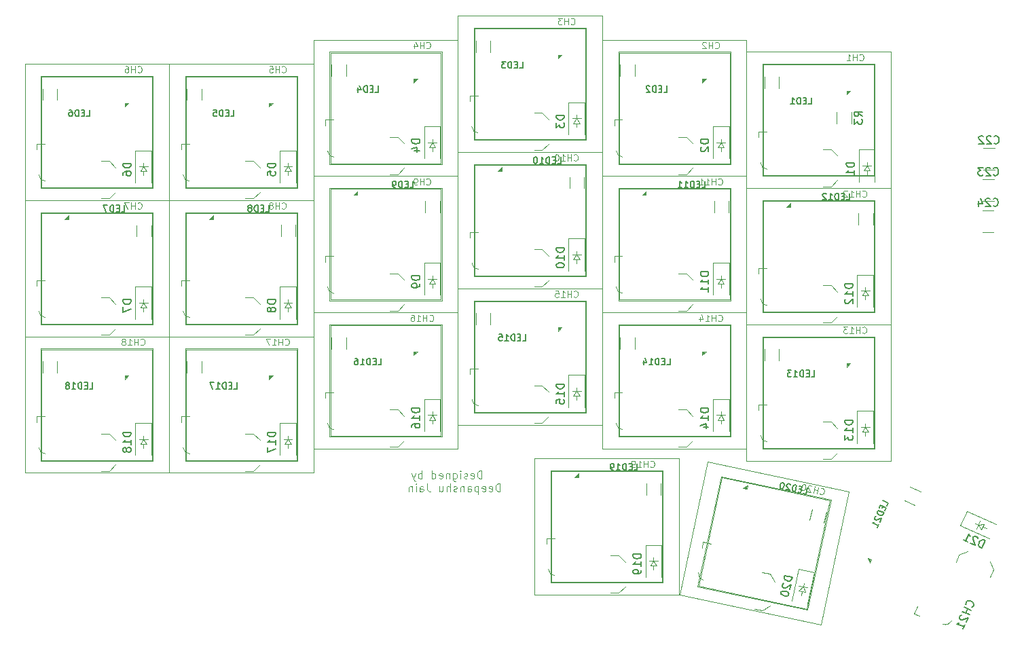
<source format=gbo>
%TF.GenerationSoftware,KiCad,Pcbnew,9.0.5*%
%TF.CreationDate,2025-11-02T20:14:42+07:00*%
%TF.ProjectId,moon_knight_v1,6d6f6f6e-5f6b-46e6-9967-68745f76312e,rev?*%
%TF.SameCoordinates,Original*%
%TF.FileFunction,Legend,Bot*%
%TF.FilePolarity,Positive*%
%FSLAX46Y46*%
G04 Gerber Fmt 4.6, Leading zero omitted, Abs format (unit mm)*
G04 Created by KiCad (PCBNEW 9.0.5) date 2025-11-02 20:14:42*
%MOMM*%
%LPD*%
G01*
G04 APERTURE LIST*
%ADD10C,0.100000*%
%ADD11C,0.150000*%
%ADD12C,0.120000*%
%ADD13C,0.050000*%
G04 APERTURE END LIST*
D10*
X74361590Y-97037475D02*
X74361590Y-96037475D01*
X74361590Y-96037475D02*
X74123495Y-96037475D01*
X74123495Y-96037475D02*
X73980638Y-96085094D01*
X73980638Y-96085094D02*
X73885400Y-96180332D01*
X73885400Y-96180332D02*
X73837781Y-96275570D01*
X73837781Y-96275570D02*
X73790162Y-96466046D01*
X73790162Y-96466046D02*
X73790162Y-96608903D01*
X73790162Y-96608903D02*
X73837781Y-96799379D01*
X73837781Y-96799379D02*
X73885400Y-96894617D01*
X73885400Y-96894617D02*
X73980638Y-96989856D01*
X73980638Y-96989856D02*
X74123495Y-97037475D01*
X74123495Y-97037475D02*
X74361590Y-97037475D01*
X72980638Y-96989856D02*
X73075876Y-97037475D01*
X73075876Y-97037475D02*
X73266352Y-97037475D01*
X73266352Y-97037475D02*
X73361590Y-96989856D01*
X73361590Y-96989856D02*
X73409209Y-96894617D01*
X73409209Y-96894617D02*
X73409209Y-96513665D01*
X73409209Y-96513665D02*
X73361590Y-96418427D01*
X73361590Y-96418427D02*
X73266352Y-96370808D01*
X73266352Y-96370808D02*
X73075876Y-96370808D01*
X73075876Y-96370808D02*
X72980638Y-96418427D01*
X72980638Y-96418427D02*
X72933019Y-96513665D01*
X72933019Y-96513665D02*
X72933019Y-96608903D01*
X72933019Y-96608903D02*
X73409209Y-96704141D01*
X72552066Y-96989856D02*
X72456828Y-97037475D01*
X72456828Y-97037475D02*
X72266352Y-97037475D01*
X72266352Y-97037475D02*
X72171114Y-96989856D01*
X72171114Y-96989856D02*
X72123495Y-96894617D01*
X72123495Y-96894617D02*
X72123495Y-96846998D01*
X72123495Y-96846998D02*
X72171114Y-96751760D01*
X72171114Y-96751760D02*
X72266352Y-96704141D01*
X72266352Y-96704141D02*
X72409209Y-96704141D01*
X72409209Y-96704141D02*
X72504447Y-96656522D01*
X72504447Y-96656522D02*
X72552066Y-96561284D01*
X72552066Y-96561284D02*
X72552066Y-96513665D01*
X72552066Y-96513665D02*
X72504447Y-96418427D01*
X72504447Y-96418427D02*
X72409209Y-96370808D01*
X72409209Y-96370808D02*
X72266352Y-96370808D01*
X72266352Y-96370808D02*
X72171114Y-96418427D01*
X71694923Y-97037475D02*
X71694923Y-96370808D01*
X71694923Y-96037475D02*
X71742542Y-96085094D01*
X71742542Y-96085094D02*
X71694923Y-96132713D01*
X71694923Y-96132713D02*
X71647304Y-96085094D01*
X71647304Y-96085094D02*
X71694923Y-96037475D01*
X71694923Y-96037475D02*
X71694923Y-96132713D01*
X70790162Y-96370808D02*
X70790162Y-97180332D01*
X70790162Y-97180332D02*
X70837781Y-97275570D01*
X70837781Y-97275570D02*
X70885400Y-97323189D01*
X70885400Y-97323189D02*
X70980638Y-97370808D01*
X70980638Y-97370808D02*
X71123495Y-97370808D01*
X71123495Y-97370808D02*
X71218733Y-97323189D01*
X70790162Y-96989856D02*
X70885400Y-97037475D01*
X70885400Y-97037475D02*
X71075876Y-97037475D01*
X71075876Y-97037475D02*
X71171114Y-96989856D01*
X71171114Y-96989856D02*
X71218733Y-96942236D01*
X71218733Y-96942236D02*
X71266352Y-96846998D01*
X71266352Y-96846998D02*
X71266352Y-96561284D01*
X71266352Y-96561284D02*
X71218733Y-96466046D01*
X71218733Y-96466046D02*
X71171114Y-96418427D01*
X71171114Y-96418427D02*
X71075876Y-96370808D01*
X71075876Y-96370808D02*
X70885400Y-96370808D01*
X70885400Y-96370808D02*
X70790162Y-96418427D01*
X70313971Y-96370808D02*
X70313971Y-97037475D01*
X70313971Y-96466046D02*
X70266352Y-96418427D01*
X70266352Y-96418427D02*
X70171114Y-96370808D01*
X70171114Y-96370808D02*
X70028257Y-96370808D01*
X70028257Y-96370808D02*
X69933019Y-96418427D01*
X69933019Y-96418427D02*
X69885400Y-96513665D01*
X69885400Y-96513665D02*
X69885400Y-97037475D01*
X69028257Y-96989856D02*
X69123495Y-97037475D01*
X69123495Y-97037475D02*
X69313971Y-97037475D01*
X69313971Y-97037475D02*
X69409209Y-96989856D01*
X69409209Y-96989856D02*
X69456828Y-96894617D01*
X69456828Y-96894617D02*
X69456828Y-96513665D01*
X69456828Y-96513665D02*
X69409209Y-96418427D01*
X69409209Y-96418427D02*
X69313971Y-96370808D01*
X69313971Y-96370808D02*
X69123495Y-96370808D01*
X69123495Y-96370808D02*
X69028257Y-96418427D01*
X69028257Y-96418427D02*
X68980638Y-96513665D01*
X68980638Y-96513665D02*
X68980638Y-96608903D01*
X68980638Y-96608903D02*
X69456828Y-96704141D01*
X68123495Y-97037475D02*
X68123495Y-96037475D01*
X68123495Y-96989856D02*
X68218733Y-97037475D01*
X68218733Y-97037475D02*
X68409209Y-97037475D01*
X68409209Y-97037475D02*
X68504447Y-96989856D01*
X68504447Y-96989856D02*
X68552066Y-96942236D01*
X68552066Y-96942236D02*
X68599685Y-96846998D01*
X68599685Y-96846998D02*
X68599685Y-96561284D01*
X68599685Y-96561284D02*
X68552066Y-96466046D01*
X68552066Y-96466046D02*
X68504447Y-96418427D01*
X68504447Y-96418427D02*
X68409209Y-96370808D01*
X68409209Y-96370808D02*
X68218733Y-96370808D01*
X68218733Y-96370808D02*
X68123495Y-96418427D01*
X66885399Y-97037475D02*
X66885399Y-96037475D01*
X66885399Y-96418427D02*
X66790161Y-96370808D01*
X66790161Y-96370808D02*
X66599685Y-96370808D01*
X66599685Y-96370808D02*
X66504447Y-96418427D01*
X66504447Y-96418427D02*
X66456828Y-96466046D01*
X66456828Y-96466046D02*
X66409209Y-96561284D01*
X66409209Y-96561284D02*
X66409209Y-96846998D01*
X66409209Y-96846998D02*
X66456828Y-96942236D01*
X66456828Y-96942236D02*
X66504447Y-96989856D01*
X66504447Y-96989856D02*
X66599685Y-97037475D01*
X66599685Y-97037475D02*
X66790161Y-97037475D01*
X66790161Y-97037475D02*
X66885399Y-96989856D01*
X66075875Y-96370808D02*
X65837780Y-97037475D01*
X65599685Y-96370808D02*
X65837780Y-97037475D01*
X65837780Y-97037475D02*
X65933018Y-97275570D01*
X65933018Y-97275570D02*
X65980637Y-97323189D01*
X65980637Y-97323189D02*
X66075875Y-97370808D01*
X76647305Y-98647419D02*
X76647305Y-97647419D01*
X76647305Y-97647419D02*
X76409210Y-97647419D01*
X76409210Y-97647419D02*
X76266353Y-97695038D01*
X76266353Y-97695038D02*
X76171115Y-97790276D01*
X76171115Y-97790276D02*
X76123496Y-97885514D01*
X76123496Y-97885514D02*
X76075877Y-98075990D01*
X76075877Y-98075990D02*
X76075877Y-98218847D01*
X76075877Y-98218847D02*
X76123496Y-98409323D01*
X76123496Y-98409323D02*
X76171115Y-98504561D01*
X76171115Y-98504561D02*
X76266353Y-98599800D01*
X76266353Y-98599800D02*
X76409210Y-98647419D01*
X76409210Y-98647419D02*
X76647305Y-98647419D01*
X75266353Y-98599800D02*
X75361591Y-98647419D01*
X75361591Y-98647419D02*
X75552067Y-98647419D01*
X75552067Y-98647419D02*
X75647305Y-98599800D01*
X75647305Y-98599800D02*
X75694924Y-98504561D01*
X75694924Y-98504561D02*
X75694924Y-98123609D01*
X75694924Y-98123609D02*
X75647305Y-98028371D01*
X75647305Y-98028371D02*
X75552067Y-97980752D01*
X75552067Y-97980752D02*
X75361591Y-97980752D01*
X75361591Y-97980752D02*
X75266353Y-98028371D01*
X75266353Y-98028371D02*
X75218734Y-98123609D01*
X75218734Y-98123609D02*
X75218734Y-98218847D01*
X75218734Y-98218847D02*
X75694924Y-98314085D01*
X74409210Y-98599800D02*
X74504448Y-98647419D01*
X74504448Y-98647419D02*
X74694924Y-98647419D01*
X74694924Y-98647419D02*
X74790162Y-98599800D01*
X74790162Y-98599800D02*
X74837781Y-98504561D01*
X74837781Y-98504561D02*
X74837781Y-98123609D01*
X74837781Y-98123609D02*
X74790162Y-98028371D01*
X74790162Y-98028371D02*
X74694924Y-97980752D01*
X74694924Y-97980752D02*
X74504448Y-97980752D01*
X74504448Y-97980752D02*
X74409210Y-98028371D01*
X74409210Y-98028371D02*
X74361591Y-98123609D01*
X74361591Y-98123609D02*
X74361591Y-98218847D01*
X74361591Y-98218847D02*
X74837781Y-98314085D01*
X73933019Y-97980752D02*
X73933019Y-98980752D01*
X73933019Y-98028371D02*
X73837781Y-97980752D01*
X73837781Y-97980752D02*
X73647305Y-97980752D01*
X73647305Y-97980752D02*
X73552067Y-98028371D01*
X73552067Y-98028371D02*
X73504448Y-98075990D01*
X73504448Y-98075990D02*
X73456829Y-98171228D01*
X73456829Y-98171228D02*
X73456829Y-98456942D01*
X73456829Y-98456942D02*
X73504448Y-98552180D01*
X73504448Y-98552180D02*
X73552067Y-98599800D01*
X73552067Y-98599800D02*
X73647305Y-98647419D01*
X73647305Y-98647419D02*
X73837781Y-98647419D01*
X73837781Y-98647419D02*
X73933019Y-98599800D01*
X72599686Y-98647419D02*
X72599686Y-98123609D01*
X72599686Y-98123609D02*
X72647305Y-98028371D01*
X72647305Y-98028371D02*
X72742543Y-97980752D01*
X72742543Y-97980752D02*
X72933019Y-97980752D01*
X72933019Y-97980752D02*
X73028257Y-98028371D01*
X72599686Y-98599800D02*
X72694924Y-98647419D01*
X72694924Y-98647419D02*
X72933019Y-98647419D01*
X72933019Y-98647419D02*
X73028257Y-98599800D01*
X73028257Y-98599800D02*
X73075876Y-98504561D01*
X73075876Y-98504561D02*
X73075876Y-98409323D01*
X73075876Y-98409323D02*
X73028257Y-98314085D01*
X73028257Y-98314085D02*
X72933019Y-98266466D01*
X72933019Y-98266466D02*
X72694924Y-98266466D01*
X72694924Y-98266466D02*
X72599686Y-98218847D01*
X72123495Y-97980752D02*
X72123495Y-98647419D01*
X72123495Y-98075990D02*
X72075876Y-98028371D01*
X72075876Y-98028371D02*
X71980638Y-97980752D01*
X71980638Y-97980752D02*
X71837781Y-97980752D01*
X71837781Y-97980752D02*
X71742543Y-98028371D01*
X71742543Y-98028371D02*
X71694924Y-98123609D01*
X71694924Y-98123609D02*
X71694924Y-98647419D01*
X71266352Y-98599800D02*
X71171114Y-98647419D01*
X71171114Y-98647419D02*
X70980638Y-98647419D01*
X70980638Y-98647419D02*
X70885400Y-98599800D01*
X70885400Y-98599800D02*
X70837781Y-98504561D01*
X70837781Y-98504561D02*
X70837781Y-98456942D01*
X70837781Y-98456942D02*
X70885400Y-98361704D01*
X70885400Y-98361704D02*
X70980638Y-98314085D01*
X70980638Y-98314085D02*
X71123495Y-98314085D01*
X71123495Y-98314085D02*
X71218733Y-98266466D01*
X71218733Y-98266466D02*
X71266352Y-98171228D01*
X71266352Y-98171228D02*
X71266352Y-98123609D01*
X71266352Y-98123609D02*
X71218733Y-98028371D01*
X71218733Y-98028371D02*
X71123495Y-97980752D01*
X71123495Y-97980752D02*
X70980638Y-97980752D01*
X70980638Y-97980752D02*
X70885400Y-98028371D01*
X70409209Y-98647419D02*
X70409209Y-97647419D01*
X69980638Y-98647419D02*
X69980638Y-98123609D01*
X69980638Y-98123609D02*
X70028257Y-98028371D01*
X70028257Y-98028371D02*
X70123495Y-97980752D01*
X70123495Y-97980752D02*
X70266352Y-97980752D01*
X70266352Y-97980752D02*
X70361590Y-98028371D01*
X70361590Y-98028371D02*
X70409209Y-98075990D01*
X69075876Y-97980752D02*
X69075876Y-98647419D01*
X69504447Y-97980752D02*
X69504447Y-98504561D01*
X69504447Y-98504561D02*
X69456828Y-98599800D01*
X69456828Y-98599800D02*
X69361590Y-98647419D01*
X69361590Y-98647419D02*
X69218733Y-98647419D01*
X69218733Y-98647419D02*
X69123495Y-98599800D01*
X69123495Y-98599800D02*
X69075876Y-98552180D01*
X67552066Y-97647419D02*
X67552066Y-98361704D01*
X67552066Y-98361704D02*
X67599685Y-98504561D01*
X67599685Y-98504561D02*
X67694923Y-98599800D01*
X67694923Y-98599800D02*
X67837780Y-98647419D01*
X67837780Y-98647419D02*
X67933018Y-98647419D01*
X66647304Y-98647419D02*
X66647304Y-98123609D01*
X66647304Y-98123609D02*
X66694923Y-98028371D01*
X66694923Y-98028371D02*
X66790161Y-97980752D01*
X66790161Y-97980752D02*
X66980637Y-97980752D01*
X66980637Y-97980752D02*
X67075875Y-98028371D01*
X66647304Y-98599800D02*
X66742542Y-98647419D01*
X66742542Y-98647419D02*
X66980637Y-98647419D01*
X66980637Y-98647419D02*
X67075875Y-98599800D01*
X67075875Y-98599800D02*
X67123494Y-98504561D01*
X67123494Y-98504561D02*
X67123494Y-98409323D01*
X67123494Y-98409323D02*
X67075875Y-98314085D01*
X67075875Y-98314085D02*
X66980637Y-98266466D01*
X66980637Y-98266466D02*
X66742542Y-98266466D01*
X66742542Y-98266466D02*
X66647304Y-98218847D01*
X66171113Y-98647419D02*
X66171113Y-97980752D01*
X66171113Y-97647419D02*
X66218732Y-97695038D01*
X66218732Y-97695038D02*
X66171113Y-97742657D01*
X66171113Y-97742657D02*
X66123494Y-97695038D01*
X66123494Y-97695038D02*
X66171113Y-97647419D01*
X66171113Y-97647419D02*
X66171113Y-97742657D01*
X65694923Y-97980752D02*
X65694923Y-98647419D01*
X65694923Y-98075990D02*
X65647304Y-98028371D01*
X65647304Y-98028371D02*
X65552066Y-97980752D01*
X65552066Y-97980752D02*
X65409209Y-97980752D01*
X65409209Y-97980752D02*
X65313971Y-98028371D01*
X65313971Y-98028371D02*
X65266352Y-98123609D01*
X65266352Y-98123609D02*
X65266352Y-98647419D01*
D11*
X102636009Y-88250714D02*
X101636009Y-88250714D01*
X101636009Y-88250714D02*
X101636009Y-88488809D01*
X101636009Y-88488809D02*
X101683628Y-88631666D01*
X101683628Y-88631666D02*
X101778866Y-88726904D01*
X101778866Y-88726904D02*
X101874104Y-88774523D01*
X101874104Y-88774523D02*
X102064580Y-88822142D01*
X102064580Y-88822142D02*
X102207437Y-88822142D01*
X102207437Y-88822142D02*
X102397913Y-88774523D01*
X102397913Y-88774523D02*
X102493151Y-88726904D01*
X102493151Y-88726904D02*
X102588390Y-88631666D01*
X102588390Y-88631666D02*
X102636009Y-88488809D01*
X102636009Y-88488809D02*
X102636009Y-88250714D01*
X102636009Y-89774523D02*
X102636009Y-89203095D01*
X102636009Y-89488809D02*
X101636009Y-89488809D01*
X101636009Y-89488809D02*
X101778866Y-89393571D01*
X101778866Y-89393571D02*
X101874104Y-89298333D01*
X101874104Y-89298333D02*
X101921723Y-89203095D01*
X101969342Y-90631666D02*
X102636009Y-90631666D01*
X101588390Y-90393571D02*
X102302675Y-90155476D01*
X102302675Y-90155476D02*
X102302675Y-90774523D01*
X120826009Y-57626905D02*
X119826009Y-57626905D01*
X119826009Y-57626905D02*
X119826009Y-57865000D01*
X119826009Y-57865000D02*
X119873628Y-58007857D01*
X119873628Y-58007857D02*
X119968866Y-58103095D01*
X119968866Y-58103095D02*
X120064104Y-58150714D01*
X120064104Y-58150714D02*
X120254580Y-58198333D01*
X120254580Y-58198333D02*
X120397437Y-58198333D01*
X120397437Y-58198333D02*
X120587913Y-58150714D01*
X120587913Y-58150714D02*
X120683151Y-58103095D01*
X120683151Y-58103095D02*
X120778390Y-58007857D01*
X120778390Y-58007857D02*
X120826009Y-57865000D01*
X120826009Y-57865000D02*
X120826009Y-57626905D01*
X120826009Y-59150714D02*
X120826009Y-58579286D01*
X120826009Y-58865000D02*
X119826009Y-58865000D01*
X119826009Y-58865000D02*
X119968866Y-58769762D01*
X119968866Y-58769762D02*
X120064104Y-58674524D01*
X120064104Y-58674524D02*
X120111723Y-58579286D01*
D12*
X85463570Y-40322664D02*
X85501666Y-40360760D01*
X85501666Y-40360760D02*
X85615951Y-40398855D01*
X85615951Y-40398855D02*
X85692142Y-40398855D01*
X85692142Y-40398855D02*
X85806428Y-40360760D01*
X85806428Y-40360760D02*
X85882618Y-40284569D01*
X85882618Y-40284569D02*
X85920713Y-40208379D01*
X85920713Y-40208379D02*
X85958809Y-40055998D01*
X85958809Y-40055998D02*
X85958809Y-39941712D01*
X85958809Y-39941712D02*
X85920713Y-39789331D01*
X85920713Y-39789331D02*
X85882618Y-39713140D01*
X85882618Y-39713140D02*
X85806428Y-39636950D01*
X85806428Y-39636950D02*
X85692142Y-39598855D01*
X85692142Y-39598855D02*
X85615951Y-39598855D01*
X85615951Y-39598855D02*
X85501666Y-39636950D01*
X85501666Y-39636950D02*
X85463570Y-39675045D01*
X85120713Y-40398855D02*
X85120713Y-39598855D01*
X85120713Y-39979807D02*
X84663570Y-39979807D01*
X84663570Y-40398855D02*
X84663570Y-39598855D01*
X84358809Y-39598855D02*
X83863571Y-39598855D01*
X83863571Y-39598855D02*
X84130237Y-39903617D01*
X84130237Y-39903617D02*
X84015952Y-39903617D01*
X84015952Y-39903617D02*
X83939761Y-39941712D01*
X83939761Y-39941712D02*
X83901666Y-39979807D01*
X83901666Y-39979807D02*
X83863571Y-40055998D01*
X83863571Y-40055998D02*
X83863571Y-40246474D01*
X83863571Y-40246474D02*
X83901666Y-40322664D01*
X83901666Y-40322664D02*
X83939761Y-40360760D01*
X83939761Y-40360760D02*
X84015952Y-40398855D01*
X84015952Y-40398855D02*
X84244523Y-40398855D01*
X84244523Y-40398855D02*
X84320714Y-40360760D01*
X84320714Y-40360760D02*
X84358809Y-40322664D01*
D11*
X136696268Y-105679865D02*
X137103005Y-104766319D01*
X137103005Y-104766319D02*
X136885494Y-104669477D01*
X136885494Y-104669477D02*
X136735619Y-104654874D01*
X136735619Y-104654874D02*
X136609878Y-104703142D01*
X136609878Y-104703142D02*
X136527639Y-104770778D01*
X136527639Y-104770778D02*
X136406663Y-104925418D01*
X136406663Y-104925418D02*
X136348558Y-105055924D01*
X136348558Y-105055924D02*
X136314586Y-105249302D01*
X136314586Y-105249302D02*
X136319352Y-105355674D01*
X136319352Y-105355674D02*
X136367619Y-105481415D01*
X136367619Y-105481415D02*
X136478757Y-105583023D01*
X136478757Y-105583023D02*
X136696268Y-105679865D01*
X136194225Y-104465956D02*
X136170091Y-104403085D01*
X136170091Y-104403085D02*
X136102455Y-104320846D01*
X136102455Y-104320846D02*
X135884944Y-104224004D01*
X135884944Y-104224004D02*
X135778571Y-104228769D01*
X135778571Y-104228769D02*
X135715701Y-104252903D01*
X135715701Y-104252903D02*
X135633462Y-104320539D01*
X135633462Y-104320539D02*
X135594725Y-104407543D01*
X135594725Y-104407543D02*
X135580122Y-104557418D01*
X135580122Y-104557418D02*
X135869727Y-105311865D01*
X135869727Y-105311865D02*
X135304199Y-105060076D01*
X134434156Y-104672707D02*
X134956182Y-104905128D01*
X134695169Y-104788918D02*
X135101905Y-103875372D01*
X135101905Y-103875372D02*
X135130804Y-104044616D01*
X135130804Y-104044616D02*
X135179072Y-104170357D01*
X135179072Y-104170357D02*
X135246708Y-104252596D01*
X48636009Y-91250714D02*
X47636009Y-91250714D01*
X47636009Y-91250714D02*
X47636009Y-91488809D01*
X47636009Y-91488809D02*
X47683628Y-91631666D01*
X47683628Y-91631666D02*
X47778866Y-91726904D01*
X47778866Y-91726904D02*
X47874104Y-91774523D01*
X47874104Y-91774523D02*
X48064580Y-91822142D01*
X48064580Y-91822142D02*
X48207437Y-91822142D01*
X48207437Y-91822142D02*
X48397913Y-91774523D01*
X48397913Y-91774523D02*
X48493151Y-91726904D01*
X48493151Y-91726904D02*
X48588390Y-91631666D01*
X48588390Y-91631666D02*
X48636009Y-91488809D01*
X48636009Y-91488809D02*
X48636009Y-91250714D01*
X48636009Y-92774523D02*
X48636009Y-92203095D01*
X48636009Y-92488809D02*
X47636009Y-92488809D01*
X47636009Y-92488809D02*
X47778866Y-92393571D01*
X47778866Y-92393571D02*
X47874104Y-92298333D01*
X47874104Y-92298333D02*
X47921723Y-92203095D01*
X47636009Y-93107857D02*
X47636009Y-93774523D01*
X47636009Y-93774523D02*
X48636009Y-93345952D01*
X30636009Y-57726905D02*
X29636009Y-57726905D01*
X29636009Y-57726905D02*
X29636009Y-57965000D01*
X29636009Y-57965000D02*
X29683628Y-58107857D01*
X29683628Y-58107857D02*
X29778866Y-58203095D01*
X29778866Y-58203095D02*
X29874104Y-58250714D01*
X29874104Y-58250714D02*
X30064580Y-58298333D01*
X30064580Y-58298333D02*
X30207437Y-58298333D01*
X30207437Y-58298333D02*
X30397913Y-58250714D01*
X30397913Y-58250714D02*
X30493151Y-58203095D01*
X30493151Y-58203095D02*
X30588390Y-58107857D01*
X30588390Y-58107857D02*
X30636009Y-57965000D01*
X30636009Y-57965000D02*
X30636009Y-57726905D01*
X29636009Y-59155476D02*
X29636009Y-58965000D01*
X29636009Y-58965000D02*
X29683628Y-58869762D01*
X29683628Y-58869762D02*
X29731247Y-58822143D01*
X29731247Y-58822143D02*
X29874104Y-58726905D01*
X29874104Y-58726905D02*
X30064580Y-58679286D01*
X30064580Y-58679286D02*
X30445532Y-58679286D01*
X30445532Y-58679286D02*
X30540770Y-58726905D01*
X30540770Y-58726905D02*
X30588390Y-58774524D01*
X30588390Y-58774524D02*
X30636009Y-58869762D01*
X30636009Y-58869762D02*
X30636009Y-59060238D01*
X30636009Y-59060238D02*
X30588390Y-59155476D01*
X30588390Y-59155476D02*
X30540770Y-59203095D01*
X30540770Y-59203095D02*
X30445532Y-59250714D01*
X30445532Y-59250714D02*
X30207437Y-59250714D01*
X30207437Y-59250714D02*
X30112199Y-59203095D01*
X30112199Y-59203095D02*
X30064580Y-59155476D01*
X30064580Y-59155476D02*
X30016961Y-59060238D01*
X30016961Y-59060238D02*
X30016961Y-58869762D01*
X30016961Y-58869762D02*
X30064580Y-58774524D01*
X30064580Y-58774524D02*
X30112199Y-58726905D01*
X30112199Y-58726905D02*
X30207437Y-58679286D01*
D12*
X67463570Y-43322664D02*
X67501666Y-43360760D01*
X67501666Y-43360760D02*
X67615951Y-43398855D01*
X67615951Y-43398855D02*
X67692142Y-43398855D01*
X67692142Y-43398855D02*
X67806428Y-43360760D01*
X67806428Y-43360760D02*
X67882618Y-43284569D01*
X67882618Y-43284569D02*
X67920713Y-43208379D01*
X67920713Y-43208379D02*
X67958809Y-43055998D01*
X67958809Y-43055998D02*
X67958809Y-42941712D01*
X67958809Y-42941712D02*
X67920713Y-42789331D01*
X67920713Y-42789331D02*
X67882618Y-42713140D01*
X67882618Y-42713140D02*
X67806428Y-42636950D01*
X67806428Y-42636950D02*
X67692142Y-42598855D01*
X67692142Y-42598855D02*
X67615951Y-42598855D01*
X67615951Y-42598855D02*
X67501666Y-42636950D01*
X67501666Y-42636950D02*
X67463570Y-42675045D01*
X67120713Y-43398855D02*
X67120713Y-42598855D01*
X67120713Y-42979807D02*
X66663570Y-42979807D01*
X66663570Y-43398855D02*
X66663570Y-42598855D01*
X65939761Y-42865521D02*
X65939761Y-43398855D01*
X66130237Y-42560760D02*
X66320714Y-43132188D01*
X66320714Y-43132188D02*
X65825475Y-43132188D01*
X121463570Y-44822664D02*
X121501666Y-44860760D01*
X121501666Y-44860760D02*
X121615951Y-44898855D01*
X121615951Y-44898855D02*
X121692142Y-44898855D01*
X121692142Y-44898855D02*
X121806428Y-44860760D01*
X121806428Y-44860760D02*
X121882618Y-44784569D01*
X121882618Y-44784569D02*
X121920713Y-44708379D01*
X121920713Y-44708379D02*
X121958809Y-44555998D01*
X121958809Y-44555998D02*
X121958809Y-44441712D01*
X121958809Y-44441712D02*
X121920713Y-44289331D01*
X121920713Y-44289331D02*
X121882618Y-44213140D01*
X121882618Y-44213140D02*
X121806428Y-44136950D01*
X121806428Y-44136950D02*
X121692142Y-44098855D01*
X121692142Y-44098855D02*
X121615951Y-44098855D01*
X121615951Y-44098855D02*
X121501666Y-44136950D01*
X121501666Y-44136950D02*
X121463570Y-44175045D01*
X121120713Y-44898855D02*
X121120713Y-44098855D01*
X121120713Y-44479807D02*
X120663570Y-44479807D01*
X120663570Y-44898855D02*
X120663570Y-44098855D01*
X119863571Y-44898855D02*
X120320714Y-44898855D01*
X120092142Y-44898855D02*
X120092142Y-44098855D01*
X120092142Y-44098855D02*
X120168333Y-44213140D01*
X120168333Y-44213140D02*
X120244523Y-44289331D01*
X120244523Y-44289331D02*
X120320714Y-44327426D01*
D11*
X48636009Y-57726905D02*
X47636009Y-57726905D01*
X47636009Y-57726905D02*
X47636009Y-57965000D01*
X47636009Y-57965000D02*
X47683628Y-58107857D01*
X47683628Y-58107857D02*
X47778866Y-58203095D01*
X47778866Y-58203095D02*
X47874104Y-58250714D01*
X47874104Y-58250714D02*
X48064580Y-58298333D01*
X48064580Y-58298333D02*
X48207437Y-58298333D01*
X48207437Y-58298333D02*
X48397913Y-58250714D01*
X48397913Y-58250714D02*
X48493151Y-58203095D01*
X48493151Y-58203095D02*
X48588390Y-58107857D01*
X48588390Y-58107857D02*
X48636009Y-57965000D01*
X48636009Y-57965000D02*
X48636009Y-57726905D01*
X47636009Y-59203095D02*
X47636009Y-58726905D01*
X47636009Y-58726905D02*
X48112199Y-58679286D01*
X48112199Y-58679286D02*
X48064580Y-58726905D01*
X48064580Y-58726905D02*
X48016961Y-58822143D01*
X48016961Y-58822143D02*
X48016961Y-59060238D01*
X48016961Y-59060238D02*
X48064580Y-59155476D01*
X48064580Y-59155476D02*
X48112199Y-59203095D01*
X48112199Y-59203095D02*
X48207437Y-59250714D01*
X48207437Y-59250714D02*
X48445532Y-59250714D01*
X48445532Y-59250714D02*
X48540770Y-59203095D01*
X48540770Y-59203095D02*
X48588390Y-59155476D01*
X48588390Y-59155476D02*
X48636009Y-59060238D01*
X48636009Y-59060238D02*
X48636009Y-58822143D01*
X48636009Y-58822143D02*
X48588390Y-58726905D01*
X48588390Y-58726905D02*
X48540770Y-58679286D01*
D12*
X116489546Y-98877253D02*
X116518888Y-98922436D01*
X116518888Y-98922436D02*
X116622756Y-98983460D01*
X116622756Y-98983460D02*
X116697282Y-98999301D01*
X116697282Y-98999301D02*
X116816990Y-98985800D01*
X116816990Y-98985800D02*
X116907357Y-98927115D01*
X116907357Y-98927115D02*
X116960461Y-98860510D01*
X116960461Y-98860510D02*
X117029405Y-98719379D01*
X117029405Y-98719379D02*
X117053166Y-98607591D01*
X117053166Y-98607591D02*
X117047585Y-98450620D01*
X117047585Y-98450620D02*
X117026164Y-98368174D01*
X117026164Y-98368174D02*
X116967479Y-98277807D01*
X116967479Y-98277807D02*
X116863611Y-98216783D01*
X116863611Y-98216783D02*
X116789086Y-98200942D01*
X116789086Y-98200942D02*
X116669377Y-98214444D01*
X116669377Y-98214444D02*
X116624194Y-98243786D01*
X116138340Y-98880494D02*
X116304670Y-98097976D01*
X116225465Y-98470604D02*
X115778312Y-98375559D01*
X115691187Y-98785449D02*
X115857516Y-98002931D01*
X115506311Y-98006173D02*
X115476969Y-97960989D01*
X115476969Y-97960989D02*
X115410363Y-97907886D01*
X115410363Y-97907886D02*
X115224050Y-97868284D01*
X115224050Y-97868284D02*
X115141604Y-97889705D01*
X115141604Y-97889705D02*
X115096420Y-97919048D01*
X115096420Y-97919048D02*
X115043317Y-97985653D01*
X115043317Y-97985653D02*
X115027476Y-98060178D01*
X115027476Y-98060178D02*
X115040977Y-98179887D01*
X115040977Y-98179887D02*
X115393085Y-98722086D01*
X115393085Y-98722086D02*
X114908669Y-98619120D01*
X114590582Y-97733636D02*
X114516057Y-97717795D01*
X114516057Y-97717795D02*
X114433611Y-97739217D01*
X114433611Y-97739217D02*
X114388428Y-97768559D01*
X114388428Y-97768559D02*
X114335324Y-97835164D01*
X114335324Y-97835164D02*
X114266379Y-97976295D01*
X114266379Y-97976295D02*
X114226777Y-98162609D01*
X114226777Y-98162609D02*
X114232358Y-98319580D01*
X114232358Y-98319580D02*
X114253780Y-98402026D01*
X114253780Y-98402026D02*
X114283122Y-98447209D01*
X114283122Y-98447209D02*
X114349727Y-98500313D01*
X114349727Y-98500313D02*
X114424253Y-98516154D01*
X114424253Y-98516154D02*
X114506699Y-98494732D01*
X114506699Y-98494732D02*
X114551882Y-98465390D01*
X114551882Y-98465390D02*
X114604986Y-98398785D01*
X114604986Y-98398785D02*
X114673930Y-98257654D01*
X114673930Y-98257654D02*
X114713533Y-98071340D01*
X114713533Y-98071340D02*
X114707952Y-97914369D01*
X114707952Y-97914369D02*
X114686530Y-97831923D01*
X114686530Y-97831923D02*
X114657187Y-97786740D01*
X114657187Y-97786740D02*
X114590582Y-97733636D01*
D11*
X119802380Y-62247295D02*
X120183332Y-62247295D01*
X120183332Y-62247295D02*
X120183332Y-61447295D01*
X119535713Y-61828247D02*
X119269047Y-61828247D01*
X119154761Y-62247295D02*
X119535713Y-62247295D01*
X119535713Y-62247295D02*
X119535713Y-61447295D01*
X119535713Y-61447295D02*
X119154761Y-61447295D01*
X118811903Y-62247295D02*
X118811903Y-61447295D01*
X118811903Y-61447295D02*
X118621427Y-61447295D01*
X118621427Y-61447295D02*
X118507141Y-61485390D01*
X118507141Y-61485390D02*
X118430951Y-61561580D01*
X118430951Y-61561580D02*
X118392856Y-61637771D01*
X118392856Y-61637771D02*
X118354760Y-61790152D01*
X118354760Y-61790152D02*
X118354760Y-61904438D01*
X118354760Y-61904438D02*
X118392856Y-62056819D01*
X118392856Y-62056819D02*
X118430951Y-62133009D01*
X118430951Y-62133009D02*
X118507141Y-62209200D01*
X118507141Y-62209200D02*
X118621427Y-62247295D01*
X118621427Y-62247295D02*
X118811903Y-62247295D01*
X117592856Y-62247295D02*
X118049999Y-62247295D01*
X117821427Y-62247295D02*
X117821427Y-61447295D01*
X117821427Y-61447295D02*
X117897618Y-61561580D01*
X117897618Y-61561580D02*
X117973808Y-61637771D01*
X117973808Y-61637771D02*
X118049999Y-61675866D01*
X117288094Y-61523485D02*
X117249998Y-61485390D01*
X117249998Y-61485390D02*
X117173808Y-61447295D01*
X117173808Y-61447295D02*
X116983332Y-61447295D01*
X116983332Y-61447295D02*
X116907141Y-61485390D01*
X116907141Y-61485390D02*
X116869046Y-61523485D01*
X116869046Y-61523485D02*
X116830951Y-61599676D01*
X116830951Y-61599676D02*
X116830951Y-61675866D01*
X116830951Y-61675866D02*
X116869046Y-61790152D01*
X116869046Y-61790152D02*
X117326189Y-62247295D01*
X117326189Y-62247295D02*
X116830951Y-62247295D01*
D12*
X31463570Y-46322664D02*
X31501666Y-46360760D01*
X31501666Y-46360760D02*
X31615951Y-46398855D01*
X31615951Y-46398855D02*
X31692142Y-46398855D01*
X31692142Y-46398855D02*
X31806428Y-46360760D01*
X31806428Y-46360760D02*
X31882618Y-46284569D01*
X31882618Y-46284569D02*
X31920713Y-46208379D01*
X31920713Y-46208379D02*
X31958809Y-46055998D01*
X31958809Y-46055998D02*
X31958809Y-45941712D01*
X31958809Y-45941712D02*
X31920713Y-45789331D01*
X31920713Y-45789331D02*
X31882618Y-45713140D01*
X31882618Y-45713140D02*
X31806428Y-45636950D01*
X31806428Y-45636950D02*
X31692142Y-45598855D01*
X31692142Y-45598855D02*
X31615951Y-45598855D01*
X31615951Y-45598855D02*
X31501666Y-45636950D01*
X31501666Y-45636950D02*
X31463570Y-45675045D01*
X31120713Y-46398855D02*
X31120713Y-45598855D01*
X31120713Y-45979807D02*
X30663570Y-45979807D01*
X30663570Y-46398855D02*
X30663570Y-45598855D01*
X29939761Y-45598855D02*
X30092142Y-45598855D01*
X30092142Y-45598855D02*
X30168333Y-45636950D01*
X30168333Y-45636950D02*
X30206428Y-45675045D01*
X30206428Y-45675045D02*
X30282618Y-45789331D01*
X30282618Y-45789331D02*
X30320714Y-45941712D01*
X30320714Y-45941712D02*
X30320714Y-46246474D01*
X30320714Y-46246474D02*
X30282618Y-46322664D01*
X30282618Y-46322664D02*
X30244523Y-46360760D01*
X30244523Y-46360760D02*
X30168333Y-46398855D01*
X30168333Y-46398855D02*
X30015952Y-46398855D01*
X30015952Y-46398855D02*
X29939761Y-46360760D01*
X29939761Y-46360760D02*
X29901666Y-46322664D01*
X29901666Y-46322664D02*
X29863571Y-46246474D01*
X29863571Y-46246474D02*
X29863571Y-46055998D01*
X29863571Y-46055998D02*
X29901666Y-45979807D01*
X29901666Y-45979807D02*
X29939761Y-45941712D01*
X29939761Y-45941712D02*
X30015952Y-45903617D01*
X30015952Y-45903617D02*
X30168333Y-45903617D01*
X30168333Y-45903617D02*
X30244523Y-45941712D01*
X30244523Y-45941712D02*
X30282618Y-45979807D01*
X30282618Y-45979807D02*
X30320714Y-46055998D01*
D11*
X25061428Y-51827295D02*
X25442380Y-51827295D01*
X25442380Y-51827295D02*
X25442380Y-51027295D01*
X24794761Y-51408247D02*
X24528095Y-51408247D01*
X24413809Y-51827295D02*
X24794761Y-51827295D01*
X24794761Y-51827295D02*
X24794761Y-51027295D01*
X24794761Y-51027295D02*
X24413809Y-51027295D01*
X24070951Y-51827295D02*
X24070951Y-51027295D01*
X24070951Y-51027295D02*
X23880475Y-51027295D01*
X23880475Y-51027295D02*
X23766189Y-51065390D01*
X23766189Y-51065390D02*
X23689999Y-51141580D01*
X23689999Y-51141580D02*
X23651904Y-51217771D01*
X23651904Y-51217771D02*
X23613808Y-51370152D01*
X23613808Y-51370152D02*
X23613808Y-51484438D01*
X23613808Y-51484438D02*
X23651904Y-51636819D01*
X23651904Y-51636819D02*
X23689999Y-51713009D01*
X23689999Y-51713009D02*
X23766189Y-51789200D01*
X23766189Y-51789200D02*
X23880475Y-51827295D01*
X23880475Y-51827295D02*
X24070951Y-51827295D01*
X22928094Y-51027295D02*
X23080475Y-51027295D01*
X23080475Y-51027295D02*
X23156666Y-51065390D01*
X23156666Y-51065390D02*
X23194761Y-51103485D01*
X23194761Y-51103485D02*
X23270951Y-51217771D01*
X23270951Y-51217771D02*
X23309047Y-51370152D01*
X23309047Y-51370152D02*
X23309047Y-51674914D01*
X23309047Y-51674914D02*
X23270951Y-51751104D01*
X23270951Y-51751104D02*
X23232856Y-51789200D01*
X23232856Y-51789200D02*
X23156666Y-51827295D01*
X23156666Y-51827295D02*
X23004285Y-51827295D01*
X23004285Y-51827295D02*
X22928094Y-51789200D01*
X22928094Y-51789200D02*
X22889999Y-51751104D01*
X22889999Y-51751104D02*
X22851904Y-51674914D01*
X22851904Y-51674914D02*
X22851904Y-51484438D01*
X22851904Y-51484438D02*
X22889999Y-51408247D01*
X22889999Y-51408247D02*
X22928094Y-51370152D01*
X22928094Y-51370152D02*
X23004285Y-51332057D01*
X23004285Y-51332057D02*
X23156666Y-51332057D01*
X23156666Y-51332057D02*
X23232856Y-51370152D01*
X23232856Y-51370152D02*
X23270951Y-51408247D01*
X23270951Y-51408247D02*
X23309047Y-51484438D01*
X30636009Y-91250714D02*
X29636009Y-91250714D01*
X29636009Y-91250714D02*
X29636009Y-91488809D01*
X29636009Y-91488809D02*
X29683628Y-91631666D01*
X29683628Y-91631666D02*
X29778866Y-91726904D01*
X29778866Y-91726904D02*
X29874104Y-91774523D01*
X29874104Y-91774523D02*
X30064580Y-91822142D01*
X30064580Y-91822142D02*
X30207437Y-91822142D01*
X30207437Y-91822142D02*
X30397913Y-91774523D01*
X30397913Y-91774523D02*
X30493151Y-91726904D01*
X30493151Y-91726904D02*
X30588390Y-91631666D01*
X30588390Y-91631666D02*
X30636009Y-91488809D01*
X30636009Y-91488809D02*
X30636009Y-91250714D01*
X30636009Y-92774523D02*
X30636009Y-92203095D01*
X30636009Y-92488809D02*
X29636009Y-92488809D01*
X29636009Y-92488809D02*
X29778866Y-92393571D01*
X29778866Y-92393571D02*
X29874104Y-92298333D01*
X29874104Y-92298333D02*
X29921723Y-92203095D01*
X30064580Y-93345952D02*
X30016961Y-93250714D01*
X30016961Y-93250714D02*
X29969342Y-93203095D01*
X29969342Y-93203095D02*
X29874104Y-93155476D01*
X29874104Y-93155476D02*
X29826485Y-93155476D01*
X29826485Y-93155476D02*
X29731247Y-93203095D01*
X29731247Y-93203095D02*
X29683628Y-93250714D01*
X29683628Y-93250714D02*
X29636009Y-93345952D01*
X29636009Y-93345952D02*
X29636009Y-93536428D01*
X29636009Y-93536428D02*
X29683628Y-93631666D01*
X29683628Y-93631666D02*
X29731247Y-93679285D01*
X29731247Y-93679285D02*
X29826485Y-93726904D01*
X29826485Y-93726904D02*
X29874104Y-93726904D01*
X29874104Y-93726904D02*
X29969342Y-93679285D01*
X29969342Y-93679285D02*
X30016961Y-93631666D01*
X30016961Y-93631666D02*
X30064580Y-93536428D01*
X30064580Y-93536428D02*
X30064580Y-93345952D01*
X30064580Y-93345952D02*
X30112199Y-93250714D01*
X30112199Y-93250714D02*
X30159818Y-93203095D01*
X30159818Y-93203095D02*
X30255056Y-93155476D01*
X30255056Y-93155476D02*
X30445532Y-93155476D01*
X30445532Y-93155476D02*
X30540770Y-93203095D01*
X30540770Y-93203095D02*
X30588390Y-93250714D01*
X30588390Y-93250714D02*
X30636009Y-93345952D01*
X30636009Y-93345952D02*
X30636009Y-93536428D01*
X30636009Y-93536428D02*
X30588390Y-93631666D01*
X30588390Y-93631666D02*
X30540770Y-93679285D01*
X30540770Y-93679285D02*
X30445532Y-93726904D01*
X30445532Y-93726904D02*
X30255056Y-93726904D01*
X30255056Y-93726904D02*
X30159818Y-93679285D01*
X30159818Y-93679285D02*
X30112199Y-93631666D01*
X30112199Y-93631666D02*
X30064580Y-93536428D01*
X114403744Y-98868022D02*
X114776371Y-98947226D01*
X114776371Y-98947226D02*
X114942701Y-98164708D01*
X114230029Y-98402688D02*
X113969190Y-98347245D01*
X113770277Y-98733374D02*
X114142904Y-98812579D01*
X114142904Y-98812579D02*
X114309234Y-98030060D01*
X114309234Y-98030060D02*
X113936606Y-97950856D01*
X113434911Y-98662090D02*
X113601241Y-97879572D01*
X113601241Y-97879572D02*
X113414927Y-97839970D01*
X113414927Y-97839970D02*
X113295218Y-97853471D01*
X113295218Y-97853471D02*
X113204852Y-97912156D01*
X113204852Y-97912156D02*
X113151748Y-97978761D01*
X113151748Y-97978761D02*
X113082804Y-98119891D01*
X113082804Y-98119891D02*
X113059042Y-98231680D01*
X113059042Y-98231680D02*
X113064623Y-98388651D01*
X113064623Y-98388651D02*
X113086045Y-98471097D01*
X113086045Y-98471097D02*
X113144730Y-98561464D01*
X113144730Y-98561464D02*
X113248598Y-98622488D01*
X113248598Y-98622488D02*
X113434911Y-98662090D01*
X112840145Y-97795689D02*
X112810802Y-97750505D01*
X112810802Y-97750505D02*
X112744197Y-97697402D01*
X112744197Y-97697402D02*
X112557883Y-97657799D01*
X112557883Y-97657799D02*
X112475437Y-97679221D01*
X112475437Y-97679221D02*
X112430254Y-97708564D01*
X112430254Y-97708564D02*
X112377150Y-97775169D01*
X112377150Y-97775169D02*
X112361310Y-97849694D01*
X112361310Y-97849694D02*
X112374811Y-97969403D01*
X112374811Y-97969403D02*
X112726919Y-98511601D01*
X112726919Y-98511601D02*
X112242503Y-98408636D01*
X111924416Y-97523152D02*
X111849890Y-97507311D01*
X111849890Y-97507311D02*
X111767445Y-97528733D01*
X111767445Y-97528733D02*
X111722261Y-97558075D01*
X111722261Y-97558075D02*
X111669158Y-97624680D01*
X111669158Y-97624680D02*
X111600213Y-97765811D01*
X111600213Y-97765811D02*
X111560611Y-97952125D01*
X111560611Y-97952125D02*
X111566192Y-98109096D01*
X111566192Y-98109096D02*
X111587614Y-98191542D01*
X111587614Y-98191542D02*
X111616956Y-98236725D01*
X111616956Y-98236725D02*
X111683561Y-98289829D01*
X111683561Y-98289829D02*
X111758087Y-98305670D01*
X111758087Y-98305670D02*
X111840533Y-98284248D01*
X111840533Y-98284248D02*
X111885716Y-98254906D01*
X111885716Y-98254906D02*
X111938820Y-98188301D01*
X111938820Y-98188301D02*
X112007764Y-98047170D01*
X112007764Y-98047170D02*
X112047366Y-97860856D01*
X112047366Y-97860856D02*
X112041785Y-97703885D01*
X112041785Y-97703885D02*
X112020363Y-97621439D01*
X112020363Y-97621439D02*
X111991021Y-97576255D01*
X111991021Y-97576255D02*
X111924416Y-97523152D01*
X66636009Y-88250714D02*
X65636009Y-88250714D01*
X65636009Y-88250714D02*
X65636009Y-88488809D01*
X65636009Y-88488809D02*
X65683628Y-88631666D01*
X65683628Y-88631666D02*
X65778866Y-88726904D01*
X65778866Y-88726904D02*
X65874104Y-88774523D01*
X65874104Y-88774523D02*
X66064580Y-88822142D01*
X66064580Y-88822142D02*
X66207437Y-88822142D01*
X66207437Y-88822142D02*
X66397913Y-88774523D01*
X66397913Y-88774523D02*
X66493151Y-88726904D01*
X66493151Y-88726904D02*
X66588390Y-88631666D01*
X66588390Y-88631666D02*
X66636009Y-88488809D01*
X66636009Y-88488809D02*
X66636009Y-88250714D01*
X66636009Y-89774523D02*
X66636009Y-89203095D01*
X66636009Y-89488809D02*
X65636009Y-89488809D01*
X65636009Y-89488809D02*
X65778866Y-89393571D01*
X65778866Y-89393571D02*
X65874104Y-89298333D01*
X65874104Y-89298333D02*
X65921723Y-89203095D01*
X65636009Y-90631666D02*
X65636009Y-90441190D01*
X65636009Y-90441190D02*
X65683628Y-90345952D01*
X65683628Y-90345952D02*
X65731247Y-90298333D01*
X65731247Y-90298333D02*
X65874104Y-90203095D01*
X65874104Y-90203095D02*
X66064580Y-90155476D01*
X66064580Y-90155476D02*
X66445532Y-90155476D01*
X66445532Y-90155476D02*
X66540770Y-90203095D01*
X66540770Y-90203095D02*
X66588390Y-90250714D01*
X66588390Y-90250714D02*
X66636009Y-90345952D01*
X66636009Y-90345952D02*
X66636009Y-90536428D01*
X66636009Y-90536428D02*
X66588390Y-90631666D01*
X66588390Y-90631666D02*
X66540770Y-90679285D01*
X66540770Y-90679285D02*
X66445532Y-90726904D01*
X66445532Y-90726904D02*
X66207437Y-90726904D01*
X66207437Y-90726904D02*
X66112199Y-90679285D01*
X66112199Y-90679285D02*
X66064580Y-90631666D01*
X66064580Y-90631666D02*
X66016961Y-90536428D01*
X66016961Y-90536428D02*
X66016961Y-90345952D01*
X66016961Y-90345952D02*
X66064580Y-90250714D01*
X66064580Y-90250714D02*
X66112199Y-90203095D01*
X66112199Y-90203095D02*
X66207437Y-90155476D01*
X84636009Y-51726905D02*
X83636009Y-51726905D01*
X83636009Y-51726905D02*
X83636009Y-51965000D01*
X83636009Y-51965000D02*
X83683628Y-52107857D01*
X83683628Y-52107857D02*
X83778866Y-52203095D01*
X83778866Y-52203095D02*
X83874104Y-52250714D01*
X83874104Y-52250714D02*
X84064580Y-52298333D01*
X84064580Y-52298333D02*
X84207437Y-52298333D01*
X84207437Y-52298333D02*
X84397913Y-52250714D01*
X84397913Y-52250714D02*
X84493151Y-52203095D01*
X84493151Y-52203095D02*
X84588390Y-52107857D01*
X84588390Y-52107857D02*
X84636009Y-51965000D01*
X84636009Y-51965000D02*
X84636009Y-51726905D01*
X83636009Y-52631667D02*
X83636009Y-53250714D01*
X83636009Y-53250714D02*
X84016961Y-52917381D01*
X84016961Y-52917381D02*
X84016961Y-53060238D01*
X84016961Y-53060238D02*
X84064580Y-53155476D01*
X84064580Y-53155476D02*
X84112199Y-53203095D01*
X84112199Y-53203095D02*
X84207437Y-53250714D01*
X84207437Y-53250714D02*
X84445532Y-53250714D01*
X84445532Y-53250714D02*
X84540770Y-53203095D01*
X84540770Y-53203095D02*
X84588390Y-53155476D01*
X84588390Y-53155476D02*
X84636009Y-53060238D01*
X84636009Y-53060238D02*
X84636009Y-52774524D01*
X84636009Y-52774524D02*
X84588390Y-52679286D01*
X84588390Y-52679286D02*
X84540770Y-52631667D01*
X84636009Y-68250714D02*
X83636009Y-68250714D01*
X83636009Y-68250714D02*
X83636009Y-68488809D01*
X83636009Y-68488809D02*
X83683628Y-68631666D01*
X83683628Y-68631666D02*
X83778866Y-68726904D01*
X83778866Y-68726904D02*
X83874104Y-68774523D01*
X83874104Y-68774523D02*
X84064580Y-68822142D01*
X84064580Y-68822142D02*
X84207437Y-68822142D01*
X84207437Y-68822142D02*
X84397913Y-68774523D01*
X84397913Y-68774523D02*
X84493151Y-68726904D01*
X84493151Y-68726904D02*
X84588390Y-68631666D01*
X84588390Y-68631666D02*
X84636009Y-68488809D01*
X84636009Y-68488809D02*
X84636009Y-68250714D01*
X84636009Y-69774523D02*
X84636009Y-69203095D01*
X84636009Y-69488809D02*
X83636009Y-69488809D01*
X83636009Y-69488809D02*
X83778866Y-69393571D01*
X83778866Y-69393571D02*
X83874104Y-69298333D01*
X83874104Y-69298333D02*
X83921723Y-69203095D01*
X83636009Y-70393571D02*
X83636009Y-70488809D01*
X83636009Y-70488809D02*
X83683628Y-70584047D01*
X83683628Y-70584047D02*
X83731247Y-70631666D01*
X83731247Y-70631666D02*
X83826485Y-70679285D01*
X83826485Y-70679285D02*
X84016961Y-70726904D01*
X84016961Y-70726904D02*
X84255056Y-70726904D01*
X84255056Y-70726904D02*
X84445532Y-70679285D01*
X84445532Y-70679285D02*
X84540770Y-70631666D01*
X84540770Y-70631666D02*
X84588390Y-70584047D01*
X84588390Y-70584047D02*
X84636009Y-70488809D01*
X84636009Y-70488809D02*
X84636009Y-70393571D01*
X84636009Y-70393571D02*
X84588390Y-70298333D01*
X84588390Y-70298333D02*
X84540770Y-70250714D01*
X84540770Y-70250714D02*
X84445532Y-70203095D01*
X84445532Y-70203095D02*
X84255056Y-70155476D01*
X84255056Y-70155476D02*
X84016961Y-70155476D01*
X84016961Y-70155476D02*
X83826485Y-70203095D01*
X83826485Y-70203095D02*
X83731247Y-70250714D01*
X83731247Y-70250714D02*
X83683628Y-70298333D01*
X83683628Y-70298333D02*
X83636009Y-70393571D01*
D12*
X49844522Y-80322664D02*
X49882618Y-80360760D01*
X49882618Y-80360760D02*
X49996903Y-80398855D01*
X49996903Y-80398855D02*
X50073094Y-80398855D01*
X50073094Y-80398855D02*
X50187380Y-80360760D01*
X50187380Y-80360760D02*
X50263570Y-80284569D01*
X50263570Y-80284569D02*
X50301665Y-80208379D01*
X50301665Y-80208379D02*
X50339761Y-80055998D01*
X50339761Y-80055998D02*
X50339761Y-79941712D01*
X50339761Y-79941712D02*
X50301665Y-79789331D01*
X50301665Y-79789331D02*
X50263570Y-79713140D01*
X50263570Y-79713140D02*
X50187380Y-79636950D01*
X50187380Y-79636950D02*
X50073094Y-79598855D01*
X50073094Y-79598855D02*
X49996903Y-79598855D01*
X49996903Y-79598855D02*
X49882618Y-79636950D01*
X49882618Y-79636950D02*
X49844522Y-79675045D01*
X49501665Y-80398855D02*
X49501665Y-79598855D01*
X49501665Y-79979807D02*
X49044522Y-79979807D01*
X49044522Y-80398855D02*
X49044522Y-79598855D01*
X48244523Y-80398855D02*
X48701666Y-80398855D01*
X48473094Y-80398855D02*
X48473094Y-79598855D01*
X48473094Y-79598855D02*
X48549285Y-79713140D01*
X48549285Y-79713140D02*
X48625475Y-79789331D01*
X48625475Y-79789331D02*
X48701666Y-79827426D01*
X47977856Y-79598855D02*
X47444522Y-79598855D01*
X47444522Y-79598855D02*
X47787380Y-80398855D01*
X103463570Y-43322664D02*
X103501666Y-43360760D01*
X103501666Y-43360760D02*
X103615951Y-43398855D01*
X103615951Y-43398855D02*
X103692142Y-43398855D01*
X103692142Y-43398855D02*
X103806428Y-43360760D01*
X103806428Y-43360760D02*
X103882618Y-43284569D01*
X103882618Y-43284569D02*
X103920713Y-43208379D01*
X103920713Y-43208379D02*
X103958809Y-43055998D01*
X103958809Y-43055998D02*
X103958809Y-42941712D01*
X103958809Y-42941712D02*
X103920713Y-42789331D01*
X103920713Y-42789331D02*
X103882618Y-42713140D01*
X103882618Y-42713140D02*
X103806428Y-42636950D01*
X103806428Y-42636950D02*
X103692142Y-42598855D01*
X103692142Y-42598855D02*
X103615951Y-42598855D01*
X103615951Y-42598855D02*
X103501666Y-42636950D01*
X103501666Y-42636950D02*
X103463570Y-42675045D01*
X103120713Y-43398855D02*
X103120713Y-42598855D01*
X103120713Y-42979807D02*
X102663570Y-42979807D01*
X102663570Y-43398855D02*
X102663570Y-42598855D01*
X102320714Y-42675045D02*
X102282618Y-42636950D01*
X102282618Y-42636950D02*
X102206428Y-42598855D01*
X102206428Y-42598855D02*
X102015952Y-42598855D01*
X102015952Y-42598855D02*
X101939761Y-42636950D01*
X101939761Y-42636950D02*
X101901666Y-42675045D01*
X101901666Y-42675045D02*
X101863571Y-42751236D01*
X101863571Y-42751236D02*
X101863571Y-42827426D01*
X101863571Y-42827426D02*
X101901666Y-42941712D01*
X101901666Y-42941712D02*
X102358809Y-43398855D01*
X102358809Y-43398855D02*
X101863571Y-43398855D01*
D11*
X43061428Y-51827295D02*
X43442380Y-51827295D01*
X43442380Y-51827295D02*
X43442380Y-51027295D01*
X42794761Y-51408247D02*
X42528095Y-51408247D01*
X42413809Y-51827295D02*
X42794761Y-51827295D01*
X42794761Y-51827295D02*
X42794761Y-51027295D01*
X42794761Y-51027295D02*
X42413809Y-51027295D01*
X42070951Y-51827295D02*
X42070951Y-51027295D01*
X42070951Y-51027295D02*
X41880475Y-51027295D01*
X41880475Y-51027295D02*
X41766189Y-51065390D01*
X41766189Y-51065390D02*
X41689999Y-51141580D01*
X41689999Y-51141580D02*
X41651904Y-51217771D01*
X41651904Y-51217771D02*
X41613808Y-51370152D01*
X41613808Y-51370152D02*
X41613808Y-51484438D01*
X41613808Y-51484438D02*
X41651904Y-51636819D01*
X41651904Y-51636819D02*
X41689999Y-51713009D01*
X41689999Y-51713009D02*
X41766189Y-51789200D01*
X41766189Y-51789200D02*
X41880475Y-51827295D01*
X41880475Y-51827295D02*
X42070951Y-51827295D01*
X40889999Y-51027295D02*
X41270951Y-51027295D01*
X41270951Y-51027295D02*
X41309047Y-51408247D01*
X41309047Y-51408247D02*
X41270951Y-51370152D01*
X41270951Y-51370152D02*
X41194761Y-51332057D01*
X41194761Y-51332057D02*
X41004285Y-51332057D01*
X41004285Y-51332057D02*
X40928094Y-51370152D01*
X40928094Y-51370152D02*
X40889999Y-51408247D01*
X40889999Y-51408247D02*
X40851904Y-51484438D01*
X40851904Y-51484438D02*
X40851904Y-51674914D01*
X40851904Y-51674914D02*
X40889999Y-51751104D01*
X40889999Y-51751104D02*
X40928094Y-51789200D01*
X40928094Y-51789200D02*
X41004285Y-51827295D01*
X41004285Y-51827295D02*
X41194761Y-51827295D01*
X41194761Y-51827295D02*
X41270951Y-51789200D01*
X41270951Y-51789200D02*
X41309047Y-51751104D01*
X66636009Y-71726905D02*
X65636009Y-71726905D01*
X65636009Y-71726905D02*
X65636009Y-71965000D01*
X65636009Y-71965000D02*
X65683628Y-72107857D01*
X65683628Y-72107857D02*
X65778866Y-72203095D01*
X65778866Y-72203095D02*
X65874104Y-72250714D01*
X65874104Y-72250714D02*
X66064580Y-72298333D01*
X66064580Y-72298333D02*
X66207437Y-72298333D01*
X66207437Y-72298333D02*
X66397913Y-72250714D01*
X66397913Y-72250714D02*
X66493151Y-72203095D01*
X66493151Y-72203095D02*
X66588390Y-72107857D01*
X66588390Y-72107857D02*
X66636009Y-71965000D01*
X66636009Y-71965000D02*
X66636009Y-71726905D01*
X66636009Y-72774524D02*
X66636009Y-72965000D01*
X66636009Y-72965000D02*
X66588390Y-73060238D01*
X66588390Y-73060238D02*
X66540770Y-73107857D01*
X66540770Y-73107857D02*
X66397913Y-73203095D01*
X66397913Y-73203095D02*
X66207437Y-73250714D01*
X66207437Y-73250714D02*
X65826485Y-73250714D01*
X65826485Y-73250714D02*
X65731247Y-73203095D01*
X65731247Y-73203095D02*
X65683628Y-73155476D01*
X65683628Y-73155476D02*
X65636009Y-73060238D01*
X65636009Y-73060238D02*
X65636009Y-72869762D01*
X65636009Y-72869762D02*
X65683628Y-72774524D01*
X65683628Y-72774524D02*
X65731247Y-72726905D01*
X65731247Y-72726905D02*
X65826485Y-72679286D01*
X65826485Y-72679286D02*
X66064580Y-72679286D01*
X66064580Y-72679286D02*
X66159818Y-72726905D01*
X66159818Y-72726905D02*
X66207437Y-72774524D01*
X66207437Y-72774524D02*
X66255056Y-72869762D01*
X66255056Y-72869762D02*
X66255056Y-73060238D01*
X66255056Y-73060238D02*
X66207437Y-73155476D01*
X66207437Y-73155476D02*
X66159818Y-73203095D01*
X66159818Y-73203095D02*
X66064580Y-73250714D01*
X115442380Y-84327295D02*
X115823332Y-84327295D01*
X115823332Y-84327295D02*
X115823332Y-83527295D01*
X115175713Y-83908247D02*
X114909047Y-83908247D01*
X114794761Y-84327295D02*
X115175713Y-84327295D01*
X115175713Y-84327295D02*
X115175713Y-83527295D01*
X115175713Y-83527295D02*
X114794761Y-83527295D01*
X114451903Y-84327295D02*
X114451903Y-83527295D01*
X114451903Y-83527295D02*
X114261427Y-83527295D01*
X114261427Y-83527295D02*
X114147141Y-83565390D01*
X114147141Y-83565390D02*
X114070951Y-83641580D01*
X114070951Y-83641580D02*
X114032856Y-83717771D01*
X114032856Y-83717771D02*
X113994760Y-83870152D01*
X113994760Y-83870152D02*
X113994760Y-83984438D01*
X113994760Y-83984438D02*
X114032856Y-84136819D01*
X114032856Y-84136819D02*
X114070951Y-84213009D01*
X114070951Y-84213009D02*
X114147141Y-84289200D01*
X114147141Y-84289200D02*
X114261427Y-84327295D01*
X114261427Y-84327295D02*
X114451903Y-84327295D01*
X113232856Y-84327295D02*
X113689999Y-84327295D01*
X113461427Y-84327295D02*
X113461427Y-83527295D01*
X113461427Y-83527295D02*
X113537618Y-83641580D01*
X113537618Y-83641580D02*
X113613808Y-83717771D01*
X113613808Y-83717771D02*
X113689999Y-83755866D01*
X112966189Y-83527295D02*
X112470951Y-83527295D01*
X112470951Y-83527295D02*
X112737617Y-83832057D01*
X112737617Y-83832057D02*
X112623332Y-83832057D01*
X112623332Y-83832057D02*
X112547141Y-83870152D01*
X112547141Y-83870152D02*
X112509046Y-83908247D01*
X112509046Y-83908247D02*
X112470951Y-83984438D01*
X112470951Y-83984438D02*
X112470951Y-84174914D01*
X112470951Y-84174914D02*
X112509046Y-84251104D01*
X112509046Y-84251104D02*
X112547141Y-84289200D01*
X112547141Y-84289200D02*
X112623332Y-84327295D01*
X112623332Y-84327295D02*
X112851903Y-84327295D01*
X112851903Y-84327295D02*
X112928094Y-84289200D01*
X112928094Y-84289200D02*
X112966189Y-84251104D01*
X138124047Y-62984580D02*
X138171666Y-63032200D01*
X138171666Y-63032200D02*
X138314523Y-63079819D01*
X138314523Y-63079819D02*
X138409761Y-63079819D01*
X138409761Y-63079819D02*
X138552618Y-63032200D01*
X138552618Y-63032200D02*
X138647856Y-62936961D01*
X138647856Y-62936961D02*
X138695475Y-62841723D01*
X138695475Y-62841723D02*
X138743094Y-62651247D01*
X138743094Y-62651247D02*
X138743094Y-62508390D01*
X138743094Y-62508390D02*
X138695475Y-62317914D01*
X138695475Y-62317914D02*
X138647856Y-62222676D01*
X138647856Y-62222676D02*
X138552618Y-62127438D01*
X138552618Y-62127438D02*
X138409761Y-62079819D01*
X138409761Y-62079819D02*
X138314523Y-62079819D01*
X138314523Y-62079819D02*
X138171666Y-62127438D01*
X138171666Y-62127438D02*
X138124047Y-62175057D01*
X137743094Y-62175057D02*
X137695475Y-62127438D01*
X137695475Y-62127438D02*
X137600237Y-62079819D01*
X137600237Y-62079819D02*
X137362142Y-62079819D01*
X137362142Y-62079819D02*
X137266904Y-62127438D01*
X137266904Y-62127438D02*
X137219285Y-62175057D01*
X137219285Y-62175057D02*
X137171666Y-62270295D01*
X137171666Y-62270295D02*
X137171666Y-62365533D01*
X137171666Y-62365533D02*
X137219285Y-62508390D01*
X137219285Y-62508390D02*
X137790713Y-63079819D01*
X137790713Y-63079819D02*
X137171666Y-63079819D01*
X136314523Y-62413152D02*
X136314523Y-63079819D01*
X136552618Y-62032200D02*
X136790713Y-62746485D01*
X136790713Y-62746485D02*
X136171666Y-62746485D01*
X138154047Y-59144580D02*
X138201666Y-59192200D01*
X138201666Y-59192200D02*
X138344523Y-59239819D01*
X138344523Y-59239819D02*
X138439761Y-59239819D01*
X138439761Y-59239819D02*
X138582618Y-59192200D01*
X138582618Y-59192200D02*
X138677856Y-59096961D01*
X138677856Y-59096961D02*
X138725475Y-59001723D01*
X138725475Y-59001723D02*
X138773094Y-58811247D01*
X138773094Y-58811247D02*
X138773094Y-58668390D01*
X138773094Y-58668390D02*
X138725475Y-58477914D01*
X138725475Y-58477914D02*
X138677856Y-58382676D01*
X138677856Y-58382676D02*
X138582618Y-58287438D01*
X138582618Y-58287438D02*
X138439761Y-58239819D01*
X138439761Y-58239819D02*
X138344523Y-58239819D01*
X138344523Y-58239819D02*
X138201666Y-58287438D01*
X138201666Y-58287438D02*
X138154047Y-58335057D01*
X137773094Y-58335057D02*
X137725475Y-58287438D01*
X137725475Y-58287438D02*
X137630237Y-58239819D01*
X137630237Y-58239819D02*
X137392142Y-58239819D01*
X137392142Y-58239819D02*
X137296904Y-58287438D01*
X137296904Y-58287438D02*
X137249285Y-58335057D01*
X137249285Y-58335057D02*
X137201666Y-58430295D01*
X137201666Y-58430295D02*
X137201666Y-58525533D01*
X137201666Y-58525533D02*
X137249285Y-58668390D01*
X137249285Y-58668390D02*
X137820713Y-59239819D01*
X137820713Y-59239819D02*
X137201666Y-59239819D01*
X136868332Y-58239819D02*
X136249285Y-58239819D01*
X136249285Y-58239819D02*
X136582618Y-58620771D01*
X136582618Y-58620771D02*
X136439761Y-58620771D01*
X136439761Y-58620771D02*
X136344523Y-58668390D01*
X136344523Y-58668390D02*
X136296904Y-58716009D01*
X136296904Y-58716009D02*
X136249285Y-58811247D01*
X136249285Y-58811247D02*
X136249285Y-59049342D01*
X136249285Y-59049342D02*
X136296904Y-59144580D01*
X136296904Y-59144580D02*
X136344523Y-59192200D01*
X136344523Y-59192200D02*
X136439761Y-59239819D01*
X136439761Y-59239819D02*
X136725475Y-59239819D01*
X136725475Y-59239819D02*
X136820713Y-59192200D01*
X136820713Y-59192200D02*
X136868332Y-59144580D01*
X66636009Y-54726905D02*
X65636009Y-54726905D01*
X65636009Y-54726905D02*
X65636009Y-54965000D01*
X65636009Y-54965000D02*
X65683628Y-55107857D01*
X65683628Y-55107857D02*
X65778866Y-55203095D01*
X65778866Y-55203095D02*
X65874104Y-55250714D01*
X65874104Y-55250714D02*
X66064580Y-55298333D01*
X66064580Y-55298333D02*
X66207437Y-55298333D01*
X66207437Y-55298333D02*
X66397913Y-55250714D01*
X66397913Y-55250714D02*
X66493151Y-55203095D01*
X66493151Y-55203095D02*
X66588390Y-55107857D01*
X66588390Y-55107857D02*
X66636009Y-54965000D01*
X66636009Y-54965000D02*
X66636009Y-54726905D01*
X65969342Y-56155476D02*
X66636009Y-56155476D01*
X65588390Y-55917381D02*
X66302675Y-55679286D01*
X66302675Y-55679286D02*
X66302675Y-56298333D01*
D12*
X103844522Y-77322664D02*
X103882618Y-77360760D01*
X103882618Y-77360760D02*
X103996903Y-77398855D01*
X103996903Y-77398855D02*
X104073094Y-77398855D01*
X104073094Y-77398855D02*
X104187380Y-77360760D01*
X104187380Y-77360760D02*
X104263570Y-77284569D01*
X104263570Y-77284569D02*
X104301665Y-77208379D01*
X104301665Y-77208379D02*
X104339761Y-77055998D01*
X104339761Y-77055998D02*
X104339761Y-76941712D01*
X104339761Y-76941712D02*
X104301665Y-76789331D01*
X104301665Y-76789331D02*
X104263570Y-76713140D01*
X104263570Y-76713140D02*
X104187380Y-76636950D01*
X104187380Y-76636950D02*
X104073094Y-76598855D01*
X104073094Y-76598855D02*
X103996903Y-76598855D01*
X103996903Y-76598855D02*
X103882618Y-76636950D01*
X103882618Y-76636950D02*
X103844522Y-76675045D01*
X103501665Y-77398855D02*
X103501665Y-76598855D01*
X103501665Y-76979807D02*
X103044522Y-76979807D01*
X103044522Y-77398855D02*
X103044522Y-76598855D01*
X102244523Y-77398855D02*
X102701666Y-77398855D01*
X102473094Y-77398855D02*
X102473094Y-76598855D01*
X102473094Y-76598855D02*
X102549285Y-76713140D01*
X102549285Y-76713140D02*
X102625475Y-76789331D01*
X102625475Y-76789331D02*
X102701666Y-76827426D01*
X101558808Y-76865521D02*
X101558808Y-77398855D01*
X101749284Y-76560760D02*
X101939761Y-77132188D01*
X101939761Y-77132188D02*
X101444522Y-77132188D01*
X121844522Y-61822664D02*
X121882618Y-61860760D01*
X121882618Y-61860760D02*
X121996903Y-61898855D01*
X121996903Y-61898855D02*
X122073094Y-61898855D01*
X122073094Y-61898855D02*
X122187380Y-61860760D01*
X122187380Y-61860760D02*
X122263570Y-61784569D01*
X122263570Y-61784569D02*
X122301665Y-61708379D01*
X122301665Y-61708379D02*
X122339761Y-61555998D01*
X122339761Y-61555998D02*
X122339761Y-61441712D01*
X122339761Y-61441712D02*
X122301665Y-61289331D01*
X122301665Y-61289331D02*
X122263570Y-61213140D01*
X122263570Y-61213140D02*
X122187380Y-61136950D01*
X122187380Y-61136950D02*
X122073094Y-61098855D01*
X122073094Y-61098855D02*
X121996903Y-61098855D01*
X121996903Y-61098855D02*
X121882618Y-61136950D01*
X121882618Y-61136950D02*
X121844522Y-61175045D01*
X121501665Y-61898855D02*
X121501665Y-61098855D01*
X121501665Y-61479807D02*
X121044522Y-61479807D01*
X121044522Y-61898855D02*
X121044522Y-61098855D01*
X120244523Y-61898855D02*
X120701666Y-61898855D01*
X120473094Y-61898855D02*
X120473094Y-61098855D01*
X120473094Y-61098855D02*
X120549285Y-61213140D01*
X120549285Y-61213140D02*
X120625475Y-61289331D01*
X120625475Y-61289331D02*
X120701666Y-61327426D01*
X119939761Y-61175045D02*
X119901665Y-61136950D01*
X119901665Y-61136950D02*
X119825475Y-61098855D01*
X119825475Y-61098855D02*
X119634999Y-61098855D01*
X119634999Y-61098855D02*
X119558808Y-61136950D01*
X119558808Y-61136950D02*
X119520713Y-61175045D01*
X119520713Y-61175045D02*
X119482618Y-61251236D01*
X119482618Y-61251236D02*
X119482618Y-61327426D01*
X119482618Y-61327426D02*
X119520713Y-61441712D01*
X119520713Y-61441712D02*
X119977856Y-61898855D01*
X119977856Y-61898855D02*
X119482618Y-61898855D01*
D11*
X97061428Y-48827295D02*
X97442380Y-48827295D01*
X97442380Y-48827295D02*
X97442380Y-48027295D01*
X96794761Y-48408247D02*
X96528095Y-48408247D01*
X96413809Y-48827295D02*
X96794761Y-48827295D01*
X96794761Y-48827295D02*
X96794761Y-48027295D01*
X96794761Y-48027295D02*
X96413809Y-48027295D01*
X96070951Y-48827295D02*
X96070951Y-48027295D01*
X96070951Y-48027295D02*
X95880475Y-48027295D01*
X95880475Y-48027295D02*
X95766189Y-48065390D01*
X95766189Y-48065390D02*
X95689999Y-48141580D01*
X95689999Y-48141580D02*
X95651904Y-48217771D01*
X95651904Y-48217771D02*
X95613808Y-48370152D01*
X95613808Y-48370152D02*
X95613808Y-48484438D01*
X95613808Y-48484438D02*
X95651904Y-48636819D01*
X95651904Y-48636819D02*
X95689999Y-48713009D01*
X95689999Y-48713009D02*
X95766189Y-48789200D01*
X95766189Y-48789200D02*
X95880475Y-48827295D01*
X95880475Y-48827295D02*
X96070951Y-48827295D01*
X95309047Y-48103485D02*
X95270951Y-48065390D01*
X95270951Y-48065390D02*
X95194761Y-48027295D01*
X95194761Y-48027295D02*
X95004285Y-48027295D01*
X95004285Y-48027295D02*
X94928094Y-48065390D01*
X94928094Y-48065390D02*
X94889999Y-48103485D01*
X94889999Y-48103485D02*
X94851904Y-48179676D01*
X94851904Y-48179676D02*
X94851904Y-48255866D01*
X94851904Y-48255866D02*
X94889999Y-48370152D01*
X94889999Y-48370152D02*
X95347142Y-48827295D01*
X95347142Y-48827295D02*
X94851904Y-48827295D01*
X120636009Y-72750714D02*
X119636009Y-72750714D01*
X119636009Y-72750714D02*
X119636009Y-72988809D01*
X119636009Y-72988809D02*
X119683628Y-73131666D01*
X119683628Y-73131666D02*
X119778866Y-73226904D01*
X119778866Y-73226904D02*
X119874104Y-73274523D01*
X119874104Y-73274523D02*
X120064580Y-73322142D01*
X120064580Y-73322142D02*
X120207437Y-73322142D01*
X120207437Y-73322142D02*
X120397913Y-73274523D01*
X120397913Y-73274523D02*
X120493151Y-73226904D01*
X120493151Y-73226904D02*
X120588390Y-73131666D01*
X120588390Y-73131666D02*
X120636009Y-72988809D01*
X120636009Y-72988809D02*
X120636009Y-72750714D01*
X120636009Y-74274523D02*
X120636009Y-73703095D01*
X120636009Y-73988809D02*
X119636009Y-73988809D01*
X119636009Y-73988809D02*
X119778866Y-73893571D01*
X119778866Y-73893571D02*
X119874104Y-73798333D01*
X119874104Y-73798333D02*
X119921723Y-73703095D01*
X119731247Y-74655476D02*
X119683628Y-74703095D01*
X119683628Y-74703095D02*
X119636009Y-74798333D01*
X119636009Y-74798333D02*
X119636009Y-75036428D01*
X119636009Y-75036428D02*
X119683628Y-75131666D01*
X119683628Y-75131666D02*
X119731247Y-75179285D01*
X119731247Y-75179285D02*
X119826485Y-75226904D01*
X119826485Y-75226904D02*
X119921723Y-75226904D01*
X119921723Y-75226904D02*
X120064580Y-75179285D01*
X120064580Y-75179285D02*
X120636009Y-74607857D01*
X120636009Y-74607857D02*
X120636009Y-75226904D01*
X97442380Y-82827295D02*
X97823332Y-82827295D01*
X97823332Y-82827295D02*
X97823332Y-82027295D01*
X97175713Y-82408247D02*
X96909047Y-82408247D01*
X96794761Y-82827295D02*
X97175713Y-82827295D01*
X97175713Y-82827295D02*
X97175713Y-82027295D01*
X97175713Y-82027295D02*
X96794761Y-82027295D01*
X96451903Y-82827295D02*
X96451903Y-82027295D01*
X96451903Y-82027295D02*
X96261427Y-82027295D01*
X96261427Y-82027295D02*
X96147141Y-82065390D01*
X96147141Y-82065390D02*
X96070951Y-82141580D01*
X96070951Y-82141580D02*
X96032856Y-82217771D01*
X96032856Y-82217771D02*
X95994760Y-82370152D01*
X95994760Y-82370152D02*
X95994760Y-82484438D01*
X95994760Y-82484438D02*
X96032856Y-82636819D01*
X96032856Y-82636819D02*
X96070951Y-82713009D01*
X96070951Y-82713009D02*
X96147141Y-82789200D01*
X96147141Y-82789200D02*
X96261427Y-82827295D01*
X96261427Y-82827295D02*
X96451903Y-82827295D01*
X95232856Y-82827295D02*
X95689999Y-82827295D01*
X95461427Y-82827295D02*
X95461427Y-82027295D01*
X95461427Y-82027295D02*
X95537618Y-82141580D01*
X95537618Y-82141580D02*
X95613808Y-82217771D01*
X95613808Y-82217771D02*
X95689999Y-82255866D01*
X94547141Y-82293961D02*
X94547141Y-82827295D01*
X94737617Y-81989200D02*
X94928094Y-82560628D01*
X94928094Y-82560628D02*
X94432855Y-82560628D01*
D12*
X31844522Y-80322664D02*
X31882618Y-80360760D01*
X31882618Y-80360760D02*
X31996903Y-80398855D01*
X31996903Y-80398855D02*
X32073094Y-80398855D01*
X32073094Y-80398855D02*
X32187380Y-80360760D01*
X32187380Y-80360760D02*
X32263570Y-80284569D01*
X32263570Y-80284569D02*
X32301665Y-80208379D01*
X32301665Y-80208379D02*
X32339761Y-80055998D01*
X32339761Y-80055998D02*
X32339761Y-79941712D01*
X32339761Y-79941712D02*
X32301665Y-79789331D01*
X32301665Y-79789331D02*
X32263570Y-79713140D01*
X32263570Y-79713140D02*
X32187380Y-79636950D01*
X32187380Y-79636950D02*
X32073094Y-79598855D01*
X32073094Y-79598855D02*
X31996903Y-79598855D01*
X31996903Y-79598855D02*
X31882618Y-79636950D01*
X31882618Y-79636950D02*
X31844522Y-79675045D01*
X31501665Y-80398855D02*
X31501665Y-79598855D01*
X31501665Y-79979807D02*
X31044522Y-79979807D01*
X31044522Y-80398855D02*
X31044522Y-79598855D01*
X30244523Y-80398855D02*
X30701666Y-80398855D01*
X30473094Y-80398855D02*
X30473094Y-79598855D01*
X30473094Y-79598855D02*
X30549285Y-79713140D01*
X30549285Y-79713140D02*
X30625475Y-79789331D01*
X30625475Y-79789331D02*
X30701666Y-79827426D01*
X29787380Y-79941712D02*
X29863570Y-79903617D01*
X29863570Y-79903617D02*
X29901665Y-79865521D01*
X29901665Y-79865521D02*
X29939761Y-79789331D01*
X29939761Y-79789331D02*
X29939761Y-79751236D01*
X29939761Y-79751236D02*
X29901665Y-79675045D01*
X29901665Y-79675045D02*
X29863570Y-79636950D01*
X29863570Y-79636950D02*
X29787380Y-79598855D01*
X29787380Y-79598855D02*
X29634999Y-79598855D01*
X29634999Y-79598855D02*
X29558808Y-79636950D01*
X29558808Y-79636950D02*
X29520713Y-79675045D01*
X29520713Y-79675045D02*
X29482618Y-79751236D01*
X29482618Y-79751236D02*
X29482618Y-79789331D01*
X29482618Y-79789331D02*
X29520713Y-79865521D01*
X29520713Y-79865521D02*
X29558808Y-79903617D01*
X29558808Y-79903617D02*
X29634999Y-79941712D01*
X29634999Y-79941712D02*
X29787380Y-79941712D01*
X29787380Y-79941712D02*
X29863570Y-79979807D01*
X29863570Y-79979807D02*
X29901665Y-80017902D01*
X29901665Y-80017902D02*
X29939761Y-80094093D01*
X29939761Y-80094093D02*
X29939761Y-80246474D01*
X29939761Y-80246474D02*
X29901665Y-80322664D01*
X29901665Y-80322664D02*
X29863570Y-80360760D01*
X29863570Y-80360760D02*
X29787380Y-80398855D01*
X29787380Y-80398855D02*
X29634999Y-80398855D01*
X29634999Y-80398855D02*
X29558808Y-80360760D01*
X29558808Y-80360760D02*
X29520713Y-80322664D01*
X29520713Y-80322664D02*
X29482618Y-80246474D01*
X29482618Y-80246474D02*
X29482618Y-80094093D01*
X29482618Y-80094093D02*
X29520713Y-80017902D01*
X29520713Y-80017902D02*
X29558808Y-79979807D01*
X29558808Y-79979807D02*
X29634999Y-79941712D01*
X85844522Y-57322664D02*
X85882618Y-57360760D01*
X85882618Y-57360760D02*
X85996903Y-57398855D01*
X85996903Y-57398855D02*
X86073094Y-57398855D01*
X86073094Y-57398855D02*
X86187380Y-57360760D01*
X86187380Y-57360760D02*
X86263570Y-57284569D01*
X86263570Y-57284569D02*
X86301665Y-57208379D01*
X86301665Y-57208379D02*
X86339761Y-57055998D01*
X86339761Y-57055998D02*
X86339761Y-56941712D01*
X86339761Y-56941712D02*
X86301665Y-56789331D01*
X86301665Y-56789331D02*
X86263570Y-56713140D01*
X86263570Y-56713140D02*
X86187380Y-56636950D01*
X86187380Y-56636950D02*
X86073094Y-56598855D01*
X86073094Y-56598855D02*
X85996903Y-56598855D01*
X85996903Y-56598855D02*
X85882618Y-56636950D01*
X85882618Y-56636950D02*
X85844522Y-56675045D01*
X85501665Y-57398855D02*
X85501665Y-56598855D01*
X85501665Y-56979807D02*
X85044522Y-56979807D01*
X85044522Y-57398855D02*
X85044522Y-56598855D01*
X84244523Y-57398855D02*
X84701666Y-57398855D01*
X84473094Y-57398855D02*
X84473094Y-56598855D01*
X84473094Y-56598855D02*
X84549285Y-56713140D01*
X84549285Y-56713140D02*
X84625475Y-56789331D01*
X84625475Y-56789331D02*
X84701666Y-56827426D01*
X83749284Y-56598855D02*
X83673094Y-56598855D01*
X83673094Y-56598855D02*
X83596903Y-56636950D01*
X83596903Y-56636950D02*
X83558808Y-56675045D01*
X83558808Y-56675045D02*
X83520713Y-56751236D01*
X83520713Y-56751236D02*
X83482618Y-56903617D01*
X83482618Y-56903617D02*
X83482618Y-57094093D01*
X83482618Y-57094093D02*
X83520713Y-57246474D01*
X83520713Y-57246474D02*
X83558808Y-57322664D01*
X83558808Y-57322664D02*
X83596903Y-57360760D01*
X83596903Y-57360760D02*
X83673094Y-57398855D01*
X83673094Y-57398855D02*
X83749284Y-57398855D01*
X83749284Y-57398855D02*
X83825475Y-57360760D01*
X83825475Y-57360760D02*
X83863570Y-57322664D01*
X83863570Y-57322664D02*
X83901665Y-57246474D01*
X83901665Y-57246474D02*
X83939761Y-57094093D01*
X83939761Y-57094093D02*
X83939761Y-56903617D01*
X83939761Y-56903617D02*
X83901665Y-56751236D01*
X83901665Y-56751236D02*
X83863570Y-56675045D01*
X83863570Y-56675045D02*
X83825475Y-56636950D01*
X83825475Y-56636950D02*
X83749284Y-56598855D01*
D11*
X121816009Y-51848333D02*
X121339818Y-51515000D01*
X121816009Y-51276905D02*
X120816009Y-51276905D01*
X120816009Y-51276905D02*
X120816009Y-51657857D01*
X120816009Y-51657857D02*
X120863628Y-51753095D01*
X120863628Y-51753095D02*
X120911247Y-51800714D01*
X120911247Y-51800714D02*
X121006485Y-51848333D01*
X121006485Y-51848333D02*
X121149342Y-51848333D01*
X121149342Y-51848333D02*
X121244580Y-51800714D01*
X121244580Y-51800714D02*
X121292199Y-51753095D01*
X121292199Y-51753095D02*
X121339818Y-51657857D01*
X121339818Y-51657857D02*
X121339818Y-51276905D01*
X120816009Y-52181667D02*
X120816009Y-52800714D01*
X120816009Y-52800714D02*
X121196961Y-52467381D01*
X121196961Y-52467381D02*
X121196961Y-52610238D01*
X121196961Y-52610238D02*
X121244580Y-52705476D01*
X121244580Y-52705476D02*
X121292199Y-52753095D01*
X121292199Y-52753095D02*
X121387437Y-52800714D01*
X121387437Y-52800714D02*
X121625532Y-52800714D01*
X121625532Y-52800714D02*
X121720770Y-52753095D01*
X121720770Y-52753095D02*
X121768390Y-52705476D01*
X121768390Y-52705476D02*
X121816009Y-52610238D01*
X121816009Y-52610238D02*
X121816009Y-52324524D01*
X121816009Y-52324524D02*
X121768390Y-52229286D01*
X121768390Y-52229286D02*
X121720770Y-52181667D01*
X102636009Y-54726905D02*
X101636009Y-54726905D01*
X101636009Y-54726905D02*
X101636009Y-54965000D01*
X101636009Y-54965000D02*
X101683628Y-55107857D01*
X101683628Y-55107857D02*
X101778866Y-55203095D01*
X101778866Y-55203095D02*
X101874104Y-55250714D01*
X101874104Y-55250714D02*
X102064580Y-55298333D01*
X102064580Y-55298333D02*
X102207437Y-55298333D01*
X102207437Y-55298333D02*
X102397913Y-55250714D01*
X102397913Y-55250714D02*
X102493151Y-55203095D01*
X102493151Y-55203095D02*
X102588390Y-55107857D01*
X102588390Y-55107857D02*
X102636009Y-54965000D01*
X102636009Y-54965000D02*
X102636009Y-54726905D01*
X101731247Y-55679286D02*
X101683628Y-55726905D01*
X101683628Y-55726905D02*
X101636009Y-55822143D01*
X101636009Y-55822143D02*
X101636009Y-56060238D01*
X101636009Y-56060238D02*
X101683628Y-56155476D01*
X101683628Y-56155476D02*
X101731247Y-56203095D01*
X101731247Y-56203095D02*
X101826485Y-56250714D01*
X101826485Y-56250714D02*
X101921723Y-56250714D01*
X101921723Y-56250714D02*
X102064580Y-56203095D01*
X102064580Y-56203095D02*
X102636009Y-55631667D01*
X102636009Y-55631667D02*
X102636009Y-56250714D01*
X79442380Y-79827295D02*
X79823332Y-79827295D01*
X79823332Y-79827295D02*
X79823332Y-79027295D01*
X79175713Y-79408247D02*
X78909047Y-79408247D01*
X78794761Y-79827295D02*
X79175713Y-79827295D01*
X79175713Y-79827295D02*
X79175713Y-79027295D01*
X79175713Y-79027295D02*
X78794761Y-79027295D01*
X78451903Y-79827295D02*
X78451903Y-79027295D01*
X78451903Y-79027295D02*
X78261427Y-79027295D01*
X78261427Y-79027295D02*
X78147141Y-79065390D01*
X78147141Y-79065390D02*
X78070951Y-79141580D01*
X78070951Y-79141580D02*
X78032856Y-79217771D01*
X78032856Y-79217771D02*
X77994760Y-79370152D01*
X77994760Y-79370152D02*
X77994760Y-79484438D01*
X77994760Y-79484438D02*
X78032856Y-79636819D01*
X78032856Y-79636819D02*
X78070951Y-79713009D01*
X78070951Y-79713009D02*
X78147141Y-79789200D01*
X78147141Y-79789200D02*
X78261427Y-79827295D01*
X78261427Y-79827295D02*
X78451903Y-79827295D01*
X77232856Y-79827295D02*
X77689999Y-79827295D01*
X77461427Y-79827295D02*
X77461427Y-79027295D01*
X77461427Y-79027295D02*
X77537618Y-79141580D01*
X77537618Y-79141580D02*
X77613808Y-79217771D01*
X77613808Y-79217771D02*
X77689999Y-79255866D01*
X76509046Y-79027295D02*
X76889998Y-79027295D01*
X76889998Y-79027295D02*
X76928094Y-79408247D01*
X76928094Y-79408247D02*
X76889998Y-79370152D01*
X76889998Y-79370152D02*
X76813808Y-79332057D01*
X76813808Y-79332057D02*
X76623332Y-79332057D01*
X76623332Y-79332057D02*
X76547141Y-79370152D01*
X76547141Y-79370152D02*
X76509046Y-79408247D01*
X76509046Y-79408247D02*
X76470951Y-79484438D01*
X76470951Y-79484438D02*
X76470951Y-79674914D01*
X76470951Y-79674914D02*
X76509046Y-79751104D01*
X76509046Y-79751104D02*
X76547141Y-79789200D01*
X76547141Y-79789200D02*
X76623332Y-79827295D01*
X76623332Y-79827295D02*
X76813808Y-79827295D01*
X76813808Y-79827295D02*
X76889998Y-79789200D01*
X76889998Y-79789200D02*
X76928094Y-79751104D01*
X84636009Y-85250714D02*
X83636009Y-85250714D01*
X83636009Y-85250714D02*
X83636009Y-85488809D01*
X83636009Y-85488809D02*
X83683628Y-85631666D01*
X83683628Y-85631666D02*
X83778866Y-85726904D01*
X83778866Y-85726904D02*
X83874104Y-85774523D01*
X83874104Y-85774523D02*
X84064580Y-85822142D01*
X84064580Y-85822142D02*
X84207437Y-85822142D01*
X84207437Y-85822142D02*
X84397913Y-85774523D01*
X84397913Y-85774523D02*
X84493151Y-85726904D01*
X84493151Y-85726904D02*
X84588390Y-85631666D01*
X84588390Y-85631666D02*
X84636009Y-85488809D01*
X84636009Y-85488809D02*
X84636009Y-85250714D01*
X84636009Y-86774523D02*
X84636009Y-86203095D01*
X84636009Y-86488809D02*
X83636009Y-86488809D01*
X83636009Y-86488809D02*
X83778866Y-86393571D01*
X83778866Y-86393571D02*
X83874104Y-86298333D01*
X83874104Y-86298333D02*
X83921723Y-86203095D01*
X83636009Y-87679285D02*
X83636009Y-87203095D01*
X83636009Y-87203095D02*
X84112199Y-87155476D01*
X84112199Y-87155476D02*
X84064580Y-87203095D01*
X84064580Y-87203095D02*
X84016961Y-87298333D01*
X84016961Y-87298333D02*
X84016961Y-87536428D01*
X84016961Y-87536428D02*
X84064580Y-87631666D01*
X84064580Y-87631666D02*
X84112199Y-87679285D01*
X84112199Y-87679285D02*
X84207437Y-87726904D01*
X84207437Y-87726904D02*
X84445532Y-87726904D01*
X84445532Y-87726904D02*
X84540770Y-87679285D01*
X84540770Y-87679285D02*
X84588390Y-87631666D01*
X84588390Y-87631666D02*
X84636009Y-87536428D01*
X84636009Y-87536428D02*
X84636009Y-87298333D01*
X84636009Y-87298333D02*
X84588390Y-87203095D01*
X84588390Y-87203095D02*
X84540770Y-87155476D01*
X65421428Y-60747295D02*
X65802380Y-60747295D01*
X65802380Y-60747295D02*
X65802380Y-59947295D01*
X65154761Y-60328247D02*
X64888095Y-60328247D01*
X64773809Y-60747295D02*
X65154761Y-60747295D01*
X65154761Y-60747295D02*
X65154761Y-59947295D01*
X65154761Y-59947295D02*
X64773809Y-59947295D01*
X64430951Y-60747295D02*
X64430951Y-59947295D01*
X64430951Y-59947295D02*
X64240475Y-59947295D01*
X64240475Y-59947295D02*
X64126189Y-59985390D01*
X64126189Y-59985390D02*
X64049999Y-60061580D01*
X64049999Y-60061580D02*
X64011904Y-60137771D01*
X64011904Y-60137771D02*
X63973808Y-60290152D01*
X63973808Y-60290152D02*
X63973808Y-60404438D01*
X63973808Y-60404438D02*
X64011904Y-60556819D01*
X64011904Y-60556819D02*
X64049999Y-60633009D01*
X64049999Y-60633009D02*
X64126189Y-60709200D01*
X64126189Y-60709200D02*
X64240475Y-60747295D01*
X64240475Y-60747295D02*
X64430951Y-60747295D01*
X63592856Y-60747295D02*
X63440475Y-60747295D01*
X63440475Y-60747295D02*
X63364285Y-60709200D01*
X63364285Y-60709200D02*
X63326189Y-60671104D01*
X63326189Y-60671104D02*
X63249999Y-60556819D01*
X63249999Y-60556819D02*
X63211904Y-60404438D01*
X63211904Y-60404438D02*
X63211904Y-60099676D01*
X63211904Y-60099676D02*
X63249999Y-60023485D01*
X63249999Y-60023485D02*
X63288094Y-59985390D01*
X63288094Y-59985390D02*
X63364285Y-59947295D01*
X63364285Y-59947295D02*
X63516666Y-59947295D01*
X63516666Y-59947295D02*
X63592856Y-59985390D01*
X63592856Y-59985390D02*
X63630951Y-60023485D01*
X63630951Y-60023485D02*
X63669047Y-60099676D01*
X63669047Y-60099676D02*
X63669047Y-60290152D01*
X63669047Y-60290152D02*
X63630951Y-60366342D01*
X63630951Y-60366342D02*
X63592856Y-60404438D01*
X63592856Y-60404438D02*
X63516666Y-60442533D01*
X63516666Y-60442533D02*
X63364285Y-60442533D01*
X63364285Y-60442533D02*
X63288094Y-60404438D01*
X63288094Y-60404438D02*
X63249999Y-60366342D01*
X63249999Y-60366342D02*
X63211904Y-60290152D01*
X83802380Y-57747295D02*
X84183332Y-57747295D01*
X84183332Y-57747295D02*
X84183332Y-56947295D01*
X83535713Y-57328247D02*
X83269047Y-57328247D01*
X83154761Y-57747295D02*
X83535713Y-57747295D01*
X83535713Y-57747295D02*
X83535713Y-56947295D01*
X83535713Y-56947295D02*
X83154761Y-56947295D01*
X82811903Y-57747295D02*
X82811903Y-56947295D01*
X82811903Y-56947295D02*
X82621427Y-56947295D01*
X82621427Y-56947295D02*
X82507141Y-56985390D01*
X82507141Y-56985390D02*
X82430951Y-57061580D01*
X82430951Y-57061580D02*
X82392856Y-57137771D01*
X82392856Y-57137771D02*
X82354760Y-57290152D01*
X82354760Y-57290152D02*
X82354760Y-57404438D01*
X82354760Y-57404438D02*
X82392856Y-57556819D01*
X82392856Y-57556819D02*
X82430951Y-57633009D01*
X82430951Y-57633009D02*
X82507141Y-57709200D01*
X82507141Y-57709200D02*
X82621427Y-57747295D01*
X82621427Y-57747295D02*
X82811903Y-57747295D01*
X81592856Y-57747295D02*
X82049999Y-57747295D01*
X81821427Y-57747295D02*
X81821427Y-56947295D01*
X81821427Y-56947295D02*
X81897618Y-57061580D01*
X81897618Y-57061580D02*
X81973808Y-57137771D01*
X81973808Y-57137771D02*
X82049999Y-57175866D01*
X81097617Y-56947295D02*
X81021427Y-56947295D01*
X81021427Y-56947295D02*
X80945236Y-56985390D01*
X80945236Y-56985390D02*
X80907141Y-57023485D01*
X80907141Y-57023485D02*
X80869046Y-57099676D01*
X80869046Y-57099676D02*
X80830951Y-57252057D01*
X80830951Y-57252057D02*
X80830951Y-57442533D01*
X80830951Y-57442533D02*
X80869046Y-57594914D01*
X80869046Y-57594914D02*
X80907141Y-57671104D01*
X80907141Y-57671104D02*
X80945236Y-57709200D01*
X80945236Y-57709200D02*
X81021427Y-57747295D01*
X81021427Y-57747295D02*
X81097617Y-57747295D01*
X81097617Y-57747295D02*
X81173808Y-57709200D01*
X81173808Y-57709200D02*
X81211903Y-57671104D01*
X81211903Y-57671104D02*
X81249998Y-57594914D01*
X81249998Y-57594914D02*
X81288094Y-57442533D01*
X81288094Y-57442533D02*
X81288094Y-57252057D01*
X81288094Y-57252057D02*
X81249998Y-57099676D01*
X81249998Y-57099676D02*
X81211903Y-57023485D01*
X81211903Y-57023485D02*
X81173808Y-56985390D01*
X81173808Y-56985390D02*
X81097617Y-56947295D01*
X79061428Y-45827295D02*
X79442380Y-45827295D01*
X79442380Y-45827295D02*
X79442380Y-45027295D01*
X78794761Y-45408247D02*
X78528095Y-45408247D01*
X78413809Y-45827295D02*
X78794761Y-45827295D01*
X78794761Y-45827295D02*
X78794761Y-45027295D01*
X78794761Y-45027295D02*
X78413809Y-45027295D01*
X78070951Y-45827295D02*
X78070951Y-45027295D01*
X78070951Y-45027295D02*
X77880475Y-45027295D01*
X77880475Y-45027295D02*
X77766189Y-45065390D01*
X77766189Y-45065390D02*
X77689999Y-45141580D01*
X77689999Y-45141580D02*
X77651904Y-45217771D01*
X77651904Y-45217771D02*
X77613808Y-45370152D01*
X77613808Y-45370152D02*
X77613808Y-45484438D01*
X77613808Y-45484438D02*
X77651904Y-45636819D01*
X77651904Y-45636819D02*
X77689999Y-45713009D01*
X77689999Y-45713009D02*
X77766189Y-45789200D01*
X77766189Y-45789200D02*
X77880475Y-45827295D01*
X77880475Y-45827295D02*
X78070951Y-45827295D01*
X77347142Y-45027295D02*
X76851904Y-45027295D01*
X76851904Y-45027295D02*
X77118570Y-45332057D01*
X77118570Y-45332057D02*
X77004285Y-45332057D01*
X77004285Y-45332057D02*
X76928094Y-45370152D01*
X76928094Y-45370152D02*
X76889999Y-45408247D01*
X76889999Y-45408247D02*
X76851904Y-45484438D01*
X76851904Y-45484438D02*
X76851904Y-45674914D01*
X76851904Y-45674914D02*
X76889999Y-45751104D01*
X76889999Y-45751104D02*
X76928094Y-45789200D01*
X76928094Y-45789200D02*
X77004285Y-45827295D01*
X77004285Y-45827295D02*
X77232856Y-45827295D01*
X77232856Y-45827295D02*
X77309047Y-45789200D01*
X77309047Y-45789200D02*
X77347142Y-45751104D01*
X120636009Y-89750714D02*
X119636009Y-89750714D01*
X119636009Y-89750714D02*
X119636009Y-89988809D01*
X119636009Y-89988809D02*
X119683628Y-90131666D01*
X119683628Y-90131666D02*
X119778866Y-90226904D01*
X119778866Y-90226904D02*
X119874104Y-90274523D01*
X119874104Y-90274523D02*
X120064580Y-90322142D01*
X120064580Y-90322142D02*
X120207437Y-90322142D01*
X120207437Y-90322142D02*
X120397913Y-90274523D01*
X120397913Y-90274523D02*
X120493151Y-90226904D01*
X120493151Y-90226904D02*
X120588390Y-90131666D01*
X120588390Y-90131666D02*
X120636009Y-89988809D01*
X120636009Y-89988809D02*
X120636009Y-89750714D01*
X120636009Y-91274523D02*
X120636009Y-90703095D01*
X120636009Y-90988809D02*
X119636009Y-90988809D01*
X119636009Y-90988809D02*
X119778866Y-90893571D01*
X119778866Y-90893571D02*
X119874104Y-90798333D01*
X119874104Y-90798333D02*
X119921723Y-90703095D01*
X119636009Y-91607857D02*
X119636009Y-92226904D01*
X119636009Y-92226904D02*
X120016961Y-91893571D01*
X120016961Y-91893571D02*
X120016961Y-92036428D01*
X120016961Y-92036428D02*
X120064580Y-92131666D01*
X120064580Y-92131666D02*
X120112199Y-92179285D01*
X120112199Y-92179285D02*
X120207437Y-92226904D01*
X120207437Y-92226904D02*
X120445532Y-92226904D01*
X120445532Y-92226904D02*
X120540770Y-92179285D01*
X120540770Y-92179285D02*
X120588390Y-92131666D01*
X120588390Y-92131666D02*
X120636009Y-92036428D01*
X120636009Y-92036428D02*
X120636009Y-91750714D01*
X120636009Y-91750714D02*
X120588390Y-91655476D01*
X120588390Y-91655476D02*
X120540770Y-91607857D01*
X29421428Y-63747295D02*
X29802380Y-63747295D01*
X29802380Y-63747295D02*
X29802380Y-62947295D01*
X29154761Y-63328247D02*
X28888095Y-63328247D01*
X28773809Y-63747295D02*
X29154761Y-63747295D01*
X29154761Y-63747295D02*
X29154761Y-62947295D01*
X29154761Y-62947295D02*
X28773809Y-62947295D01*
X28430951Y-63747295D02*
X28430951Y-62947295D01*
X28430951Y-62947295D02*
X28240475Y-62947295D01*
X28240475Y-62947295D02*
X28126189Y-62985390D01*
X28126189Y-62985390D02*
X28049999Y-63061580D01*
X28049999Y-63061580D02*
X28011904Y-63137771D01*
X28011904Y-63137771D02*
X27973808Y-63290152D01*
X27973808Y-63290152D02*
X27973808Y-63404438D01*
X27973808Y-63404438D02*
X28011904Y-63556819D01*
X28011904Y-63556819D02*
X28049999Y-63633009D01*
X28049999Y-63633009D02*
X28126189Y-63709200D01*
X28126189Y-63709200D02*
X28240475Y-63747295D01*
X28240475Y-63747295D02*
X28430951Y-63747295D01*
X27707142Y-62947295D02*
X27173808Y-62947295D01*
X27173808Y-62947295D02*
X27516666Y-63747295D01*
X138234047Y-55184580D02*
X138281666Y-55232200D01*
X138281666Y-55232200D02*
X138424523Y-55279819D01*
X138424523Y-55279819D02*
X138519761Y-55279819D01*
X138519761Y-55279819D02*
X138662618Y-55232200D01*
X138662618Y-55232200D02*
X138757856Y-55136961D01*
X138757856Y-55136961D02*
X138805475Y-55041723D01*
X138805475Y-55041723D02*
X138853094Y-54851247D01*
X138853094Y-54851247D02*
X138853094Y-54708390D01*
X138853094Y-54708390D02*
X138805475Y-54517914D01*
X138805475Y-54517914D02*
X138757856Y-54422676D01*
X138757856Y-54422676D02*
X138662618Y-54327438D01*
X138662618Y-54327438D02*
X138519761Y-54279819D01*
X138519761Y-54279819D02*
X138424523Y-54279819D01*
X138424523Y-54279819D02*
X138281666Y-54327438D01*
X138281666Y-54327438D02*
X138234047Y-54375057D01*
X137853094Y-54375057D02*
X137805475Y-54327438D01*
X137805475Y-54327438D02*
X137710237Y-54279819D01*
X137710237Y-54279819D02*
X137472142Y-54279819D01*
X137472142Y-54279819D02*
X137376904Y-54327438D01*
X137376904Y-54327438D02*
X137329285Y-54375057D01*
X137329285Y-54375057D02*
X137281666Y-54470295D01*
X137281666Y-54470295D02*
X137281666Y-54565533D01*
X137281666Y-54565533D02*
X137329285Y-54708390D01*
X137329285Y-54708390D02*
X137900713Y-55279819D01*
X137900713Y-55279819D02*
X137281666Y-55279819D01*
X136900713Y-54375057D02*
X136853094Y-54327438D01*
X136853094Y-54327438D02*
X136757856Y-54279819D01*
X136757856Y-54279819D02*
X136519761Y-54279819D01*
X136519761Y-54279819D02*
X136424523Y-54327438D01*
X136424523Y-54327438D02*
X136376904Y-54375057D01*
X136376904Y-54375057D02*
X136329285Y-54470295D01*
X136329285Y-54470295D02*
X136329285Y-54565533D01*
X136329285Y-54565533D02*
X136376904Y-54708390D01*
X136376904Y-54708390D02*
X136948332Y-55279819D01*
X136948332Y-55279819D02*
X136329285Y-55279819D01*
X94236009Y-106450714D02*
X93236009Y-106450714D01*
X93236009Y-106450714D02*
X93236009Y-106688809D01*
X93236009Y-106688809D02*
X93283628Y-106831666D01*
X93283628Y-106831666D02*
X93378866Y-106926904D01*
X93378866Y-106926904D02*
X93474104Y-106974523D01*
X93474104Y-106974523D02*
X93664580Y-107022142D01*
X93664580Y-107022142D02*
X93807437Y-107022142D01*
X93807437Y-107022142D02*
X93997913Y-106974523D01*
X93997913Y-106974523D02*
X94093151Y-106926904D01*
X94093151Y-106926904D02*
X94188390Y-106831666D01*
X94188390Y-106831666D02*
X94236009Y-106688809D01*
X94236009Y-106688809D02*
X94236009Y-106450714D01*
X94236009Y-107974523D02*
X94236009Y-107403095D01*
X94236009Y-107688809D02*
X93236009Y-107688809D01*
X93236009Y-107688809D02*
X93378866Y-107593571D01*
X93378866Y-107593571D02*
X93474104Y-107498333D01*
X93474104Y-107498333D02*
X93521723Y-107403095D01*
X94236009Y-108450714D02*
X94236009Y-108641190D01*
X94236009Y-108641190D02*
X94188390Y-108736428D01*
X94188390Y-108736428D02*
X94140770Y-108784047D01*
X94140770Y-108784047D02*
X93997913Y-108879285D01*
X93997913Y-108879285D02*
X93807437Y-108926904D01*
X93807437Y-108926904D02*
X93426485Y-108926904D01*
X93426485Y-108926904D02*
X93331247Y-108879285D01*
X93331247Y-108879285D02*
X93283628Y-108831666D01*
X93283628Y-108831666D02*
X93236009Y-108736428D01*
X93236009Y-108736428D02*
X93236009Y-108545952D01*
X93236009Y-108545952D02*
X93283628Y-108450714D01*
X93283628Y-108450714D02*
X93331247Y-108403095D01*
X93331247Y-108403095D02*
X93426485Y-108355476D01*
X93426485Y-108355476D02*
X93664580Y-108355476D01*
X93664580Y-108355476D02*
X93759818Y-108403095D01*
X93759818Y-108403095D02*
X93807437Y-108450714D01*
X93807437Y-108450714D02*
X93855056Y-108545952D01*
X93855056Y-108545952D02*
X93855056Y-108736428D01*
X93855056Y-108736428D02*
X93807437Y-108831666D01*
X93807437Y-108831666D02*
X93759818Y-108879285D01*
X93759818Y-108879285D02*
X93664580Y-108926904D01*
X47421428Y-63747295D02*
X47802380Y-63747295D01*
X47802380Y-63747295D02*
X47802380Y-62947295D01*
X47154761Y-63328247D02*
X46888095Y-63328247D01*
X46773809Y-63747295D02*
X47154761Y-63747295D01*
X47154761Y-63747295D02*
X47154761Y-62947295D01*
X47154761Y-62947295D02*
X46773809Y-62947295D01*
X46430951Y-63747295D02*
X46430951Y-62947295D01*
X46430951Y-62947295D02*
X46240475Y-62947295D01*
X46240475Y-62947295D02*
X46126189Y-62985390D01*
X46126189Y-62985390D02*
X46049999Y-63061580D01*
X46049999Y-63061580D02*
X46011904Y-63137771D01*
X46011904Y-63137771D02*
X45973808Y-63290152D01*
X45973808Y-63290152D02*
X45973808Y-63404438D01*
X45973808Y-63404438D02*
X46011904Y-63556819D01*
X46011904Y-63556819D02*
X46049999Y-63633009D01*
X46049999Y-63633009D02*
X46126189Y-63709200D01*
X46126189Y-63709200D02*
X46240475Y-63747295D01*
X46240475Y-63747295D02*
X46430951Y-63747295D01*
X45516666Y-63290152D02*
X45592856Y-63252057D01*
X45592856Y-63252057D02*
X45630951Y-63213961D01*
X45630951Y-63213961D02*
X45669047Y-63137771D01*
X45669047Y-63137771D02*
X45669047Y-63099676D01*
X45669047Y-63099676D02*
X45630951Y-63023485D01*
X45630951Y-63023485D02*
X45592856Y-62985390D01*
X45592856Y-62985390D02*
X45516666Y-62947295D01*
X45516666Y-62947295D02*
X45364285Y-62947295D01*
X45364285Y-62947295D02*
X45288094Y-62985390D01*
X45288094Y-62985390D02*
X45249999Y-63023485D01*
X45249999Y-63023485D02*
X45211904Y-63099676D01*
X45211904Y-63099676D02*
X45211904Y-63137771D01*
X45211904Y-63137771D02*
X45249999Y-63213961D01*
X45249999Y-63213961D02*
X45288094Y-63252057D01*
X45288094Y-63252057D02*
X45364285Y-63290152D01*
X45364285Y-63290152D02*
X45516666Y-63290152D01*
X45516666Y-63290152D02*
X45592856Y-63328247D01*
X45592856Y-63328247D02*
X45630951Y-63366342D01*
X45630951Y-63366342D02*
X45669047Y-63442533D01*
X45669047Y-63442533D02*
X45669047Y-63594914D01*
X45669047Y-63594914D02*
X45630951Y-63671104D01*
X45630951Y-63671104D02*
X45592856Y-63709200D01*
X45592856Y-63709200D02*
X45516666Y-63747295D01*
X45516666Y-63747295D02*
X45364285Y-63747295D01*
X45364285Y-63747295D02*
X45288094Y-63709200D01*
X45288094Y-63709200D02*
X45249999Y-63671104D01*
X45249999Y-63671104D02*
X45211904Y-63594914D01*
X45211904Y-63594914D02*
X45211904Y-63442533D01*
X45211904Y-63442533D02*
X45249999Y-63366342D01*
X45249999Y-63366342D02*
X45288094Y-63328247D01*
X45288094Y-63328247D02*
X45364285Y-63290152D01*
X101802380Y-60747295D02*
X102183332Y-60747295D01*
X102183332Y-60747295D02*
X102183332Y-59947295D01*
X101535713Y-60328247D02*
X101269047Y-60328247D01*
X101154761Y-60747295D02*
X101535713Y-60747295D01*
X101535713Y-60747295D02*
X101535713Y-59947295D01*
X101535713Y-59947295D02*
X101154761Y-59947295D01*
X100811903Y-60747295D02*
X100811903Y-59947295D01*
X100811903Y-59947295D02*
X100621427Y-59947295D01*
X100621427Y-59947295D02*
X100507141Y-59985390D01*
X100507141Y-59985390D02*
X100430951Y-60061580D01*
X100430951Y-60061580D02*
X100392856Y-60137771D01*
X100392856Y-60137771D02*
X100354760Y-60290152D01*
X100354760Y-60290152D02*
X100354760Y-60404438D01*
X100354760Y-60404438D02*
X100392856Y-60556819D01*
X100392856Y-60556819D02*
X100430951Y-60633009D01*
X100430951Y-60633009D02*
X100507141Y-60709200D01*
X100507141Y-60709200D02*
X100621427Y-60747295D01*
X100621427Y-60747295D02*
X100811903Y-60747295D01*
X99592856Y-60747295D02*
X100049999Y-60747295D01*
X99821427Y-60747295D02*
X99821427Y-59947295D01*
X99821427Y-59947295D02*
X99897618Y-60061580D01*
X99897618Y-60061580D02*
X99973808Y-60137771D01*
X99973808Y-60137771D02*
X100049999Y-60175866D01*
X98830951Y-60747295D02*
X99288094Y-60747295D01*
X99059522Y-60747295D02*
X99059522Y-59947295D01*
X99059522Y-59947295D02*
X99135713Y-60061580D01*
X99135713Y-60061580D02*
X99211903Y-60137771D01*
X99211903Y-60137771D02*
X99288094Y-60175866D01*
X124892884Y-100396190D02*
X125047831Y-100048173D01*
X125047831Y-100048173D02*
X124316995Y-99722784D01*
X124401602Y-100469360D02*
X124293139Y-100712972D01*
X124629474Y-100987820D02*
X124784421Y-100639802D01*
X124784421Y-100639802D02*
X124053585Y-100314413D01*
X124053585Y-100314413D02*
X123898637Y-100662430D01*
X124490021Y-101301036D02*
X123759185Y-100975646D01*
X123759185Y-100975646D02*
X123681711Y-101149655D01*
X123681711Y-101149655D02*
X123670028Y-101269555D01*
X123670028Y-101269555D02*
X123708642Y-101370148D01*
X123708642Y-101370148D02*
X123762751Y-101435939D01*
X123762751Y-101435939D02*
X123886463Y-101532720D01*
X123886463Y-101532720D02*
X123990869Y-101579204D01*
X123990869Y-101579204D02*
X124145570Y-101606381D01*
X124145570Y-101606381D02*
X124230668Y-101602569D01*
X124230668Y-101602569D02*
X124331261Y-101563955D01*
X124331261Y-101563955D02*
X124412547Y-101475044D01*
X124412547Y-101475044D02*
X124490021Y-101301036D01*
X123518893Y-101702670D02*
X123468597Y-101721977D01*
X123468597Y-101721977D02*
X123402806Y-101776086D01*
X123402806Y-101776086D02*
X123325332Y-101950095D01*
X123325332Y-101950095D02*
X123329144Y-102035193D01*
X123329144Y-102035193D02*
X123348451Y-102085490D01*
X123348451Y-102085490D02*
X123402560Y-102151281D01*
X123402560Y-102151281D02*
X123472164Y-102182270D01*
X123472164Y-102182270D02*
X123592064Y-102193953D01*
X123592064Y-102193953D02*
X124195621Y-101962269D01*
X124195621Y-101962269D02*
X123994190Y-102414691D01*
X123684295Y-103110726D02*
X123870232Y-102693105D01*
X123777263Y-102901916D02*
X123046427Y-102576526D01*
X123046427Y-102576526D02*
X123181822Y-102553407D01*
X123181822Y-102553407D02*
X123282415Y-102514793D01*
X123282415Y-102514793D02*
X123348206Y-102460684D01*
D12*
X95394522Y-95522664D02*
X95432618Y-95560760D01*
X95432618Y-95560760D02*
X95546903Y-95598855D01*
X95546903Y-95598855D02*
X95623094Y-95598855D01*
X95623094Y-95598855D02*
X95737380Y-95560760D01*
X95737380Y-95560760D02*
X95813570Y-95484569D01*
X95813570Y-95484569D02*
X95851665Y-95408379D01*
X95851665Y-95408379D02*
X95889761Y-95255998D01*
X95889761Y-95255998D02*
X95889761Y-95141712D01*
X95889761Y-95141712D02*
X95851665Y-94989331D01*
X95851665Y-94989331D02*
X95813570Y-94913140D01*
X95813570Y-94913140D02*
X95737380Y-94836950D01*
X95737380Y-94836950D02*
X95623094Y-94798855D01*
X95623094Y-94798855D02*
X95546903Y-94798855D01*
X95546903Y-94798855D02*
X95432618Y-94836950D01*
X95432618Y-94836950D02*
X95394522Y-94875045D01*
X95051665Y-95598855D02*
X95051665Y-94798855D01*
X95051665Y-95179807D02*
X94594522Y-95179807D01*
X94594522Y-95598855D02*
X94594522Y-94798855D01*
X93794523Y-95598855D02*
X94251666Y-95598855D01*
X94023094Y-95598855D02*
X94023094Y-94798855D01*
X94023094Y-94798855D02*
X94099285Y-94913140D01*
X94099285Y-94913140D02*
X94175475Y-94989331D01*
X94175475Y-94989331D02*
X94251666Y-95027426D01*
X93413570Y-95598855D02*
X93261189Y-95598855D01*
X93261189Y-95598855D02*
X93184999Y-95560760D01*
X93184999Y-95560760D02*
X93146903Y-95522664D01*
X93146903Y-95522664D02*
X93070713Y-95408379D01*
X93070713Y-95408379D02*
X93032618Y-95255998D01*
X93032618Y-95255998D02*
X93032618Y-94951236D01*
X93032618Y-94951236D02*
X93070713Y-94875045D01*
X93070713Y-94875045D02*
X93108808Y-94836950D01*
X93108808Y-94836950D02*
X93184999Y-94798855D01*
X93184999Y-94798855D02*
X93337380Y-94798855D01*
X93337380Y-94798855D02*
X93413570Y-94836950D01*
X93413570Y-94836950D02*
X93451665Y-94875045D01*
X93451665Y-94875045D02*
X93489761Y-94951236D01*
X93489761Y-94951236D02*
X93489761Y-95141712D01*
X93489761Y-95141712D02*
X93451665Y-95217902D01*
X93451665Y-95217902D02*
X93413570Y-95255998D01*
X93413570Y-95255998D02*
X93337380Y-95294093D01*
X93337380Y-95294093D02*
X93184999Y-95294093D01*
X93184999Y-95294093D02*
X93108808Y-95255998D01*
X93108808Y-95255998D02*
X93070713Y-95217902D01*
X93070713Y-95217902D02*
X93032618Y-95141712D01*
D11*
X102636009Y-71250714D02*
X101636009Y-71250714D01*
X101636009Y-71250714D02*
X101636009Y-71488809D01*
X101636009Y-71488809D02*
X101683628Y-71631666D01*
X101683628Y-71631666D02*
X101778866Y-71726904D01*
X101778866Y-71726904D02*
X101874104Y-71774523D01*
X101874104Y-71774523D02*
X102064580Y-71822142D01*
X102064580Y-71822142D02*
X102207437Y-71822142D01*
X102207437Y-71822142D02*
X102397913Y-71774523D01*
X102397913Y-71774523D02*
X102493151Y-71726904D01*
X102493151Y-71726904D02*
X102588390Y-71631666D01*
X102588390Y-71631666D02*
X102636009Y-71488809D01*
X102636009Y-71488809D02*
X102636009Y-71250714D01*
X102636009Y-72774523D02*
X102636009Y-72203095D01*
X102636009Y-72488809D02*
X101636009Y-72488809D01*
X101636009Y-72488809D02*
X101778866Y-72393571D01*
X101778866Y-72393571D02*
X101874104Y-72298333D01*
X101874104Y-72298333D02*
X101921723Y-72203095D01*
X102636009Y-73726904D02*
X102636009Y-73155476D01*
X102636009Y-73441190D02*
X101636009Y-73441190D01*
X101636009Y-73441190D02*
X101778866Y-73345952D01*
X101778866Y-73345952D02*
X101874104Y-73250714D01*
X101874104Y-73250714D02*
X101921723Y-73155476D01*
D12*
X103844522Y-60322664D02*
X103882618Y-60360760D01*
X103882618Y-60360760D02*
X103996903Y-60398855D01*
X103996903Y-60398855D02*
X104073094Y-60398855D01*
X104073094Y-60398855D02*
X104187380Y-60360760D01*
X104187380Y-60360760D02*
X104263570Y-60284569D01*
X104263570Y-60284569D02*
X104301665Y-60208379D01*
X104301665Y-60208379D02*
X104339761Y-60055998D01*
X104339761Y-60055998D02*
X104339761Y-59941712D01*
X104339761Y-59941712D02*
X104301665Y-59789331D01*
X104301665Y-59789331D02*
X104263570Y-59713140D01*
X104263570Y-59713140D02*
X104187380Y-59636950D01*
X104187380Y-59636950D02*
X104073094Y-59598855D01*
X104073094Y-59598855D02*
X103996903Y-59598855D01*
X103996903Y-59598855D02*
X103882618Y-59636950D01*
X103882618Y-59636950D02*
X103844522Y-59675045D01*
X103501665Y-60398855D02*
X103501665Y-59598855D01*
X103501665Y-59979807D02*
X103044522Y-59979807D01*
X103044522Y-60398855D02*
X103044522Y-59598855D01*
X102244523Y-60398855D02*
X102701666Y-60398855D01*
X102473094Y-60398855D02*
X102473094Y-59598855D01*
X102473094Y-59598855D02*
X102549285Y-59713140D01*
X102549285Y-59713140D02*
X102625475Y-59789331D01*
X102625475Y-59789331D02*
X102701666Y-59827426D01*
X101482618Y-60398855D02*
X101939761Y-60398855D01*
X101711189Y-60398855D02*
X101711189Y-59598855D01*
X101711189Y-59598855D02*
X101787380Y-59713140D01*
X101787380Y-59713140D02*
X101863570Y-59789331D01*
X101863570Y-59789331D02*
X101939761Y-59827426D01*
D11*
X115061428Y-50327295D02*
X115442380Y-50327295D01*
X115442380Y-50327295D02*
X115442380Y-49527295D01*
X114794761Y-49908247D02*
X114528095Y-49908247D01*
X114413809Y-50327295D02*
X114794761Y-50327295D01*
X114794761Y-50327295D02*
X114794761Y-49527295D01*
X114794761Y-49527295D02*
X114413809Y-49527295D01*
X114070951Y-50327295D02*
X114070951Y-49527295D01*
X114070951Y-49527295D02*
X113880475Y-49527295D01*
X113880475Y-49527295D02*
X113766189Y-49565390D01*
X113766189Y-49565390D02*
X113689999Y-49641580D01*
X113689999Y-49641580D02*
X113651904Y-49717771D01*
X113651904Y-49717771D02*
X113613808Y-49870152D01*
X113613808Y-49870152D02*
X113613808Y-49984438D01*
X113613808Y-49984438D02*
X113651904Y-50136819D01*
X113651904Y-50136819D02*
X113689999Y-50213009D01*
X113689999Y-50213009D02*
X113766189Y-50289200D01*
X113766189Y-50289200D02*
X113880475Y-50327295D01*
X113880475Y-50327295D02*
X114070951Y-50327295D01*
X112851904Y-50327295D02*
X113309047Y-50327295D01*
X113080475Y-50327295D02*
X113080475Y-49527295D01*
X113080475Y-49527295D02*
X113156666Y-49641580D01*
X113156666Y-49641580D02*
X113232856Y-49717771D01*
X113232856Y-49717771D02*
X113309047Y-49755866D01*
X135487605Y-113054328D02*
X135550476Y-113030194D01*
X135550476Y-113030194D02*
X135652083Y-112919056D01*
X135652083Y-112919056D02*
X135690820Y-112832051D01*
X135690820Y-112832051D02*
X135705423Y-112682177D01*
X135705423Y-112682177D02*
X135657155Y-112556435D01*
X135657155Y-112556435D02*
X135589519Y-112474196D01*
X135589519Y-112474196D02*
X135434879Y-112353221D01*
X135434879Y-112353221D02*
X135304373Y-112295115D01*
X135304373Y-112295115D02*
X135110996Y-112261144D01*
X135110996Y-112261144D02*
X135004623Y-112265909D01*
X135004623Y-112265909D02*
X134878882Y-112314177D01*
X134878882Y-112314177D02*
X134777274Y-112425315D01*
X134777274Y-112425315D02*
X134738537Y-112512319D01*
X134738537Y-112512319D02*
X134723934Y-112662194D01*
X134723934Y-112662194D02*
X134748068Y-112725065D01*
X135400294Y-113484584D02*
X134486748Y-113077847D01*
X134921770Y-113271531D02*
X134689349Y-113793557D01*
X135167873Y-114006610D02*
X134254327Y-113599873D01*
X134167016Y-114030130D02*
X134104145Y-114054263D01*
X134104145Y-114054263D02*
X134021906Y-114121899D01*
X134021906Y-114121899D02*
X133925064Y-114339410D01*
X133925064Y-114339410D02*
X133929830Y-114445783D01*
X133929830Y-114445783D02*
X133953963Y-114508653D01*
X133953963Y-114508653D02*
X134021599Y-114590892D01*
X134021599Y-114590892D02*
X134108604Y-114629629D01*
X134108604Y-114629629D02*
X134258478Y-114644232D01*
X134258478Y-114644232D02*
X135012925Y-114354627D01*
X135012925Y-114354627D02*
X134761136Y-114920155D01*
X134373768Y-115790199D02*
X134606189Y-115268173D01*
X134489978Y-115529186D02*
X133576433Y-115122449D01*
X133576433Y-115122449D02*
X133745676Y-115093550D01*
X133745676Y-115093550D02*
X133871417Y-115045282D01*
X133871417Y-115045282D02*
X133953656Y-114977647D01*
D12*
X85844522Y-74322664D02*
X85882618Y-74360760D01*
X85882618Y-74360760D02*
X85996903Y-74398855D01*
X85996903Y-74398855D02*
X86073094Y-74398855D01*
X86073094Y-74398855D02*
X86187380Y-74360760D01*
X86187380Y-74360760D02*
X86263570Y-74284569D01*
X86263570Y-74284569D02*
X86301665Y-74208379D01*
X86301665Y-74208379D02*
X86339761Y-74055998D01*
X86339761Y-74055998D02*
X86339761Y-73941712D01*
X86339761Y-73941712D02*
X86301665Y-73789331D01*
X86301665Y-73789331D02*
X86263570Y-73713140D01*
X86263570Y-73713140D02*
X86187380Y-73636950D01*
X86187380Y-73636950D02*
X86073094Y-73598855D01*
X86073094Y-73598855D02*
X85996903Y-73598855D01*
X85996903Y-73598855D02*
X85882618Y-73636950D01*
X85882618Y-73636950D02*
X85844522Y-73675045D01*
X85501665Y-74398855D02*
X85501665Y-73598855D01*
X85501665Y-73979807D02*
X85044522Y-73979807D01*
X85044522Y-74398855D02*
X85044522Y-73598855D01*
X84244523Y-74398855D02*
X84701666Y-74398855D01*
X84473094Y-74398855D02*
X84473094Y-73598855D01*
X84473094Y-73598855D02*
X84549285Y-73713140D01*
X84549285Y-73713140D02*
X84625475Y-73789331D01*
X84625475Y-73789331D02*
X84701666Y-73827426D01*
X83520713Y-73598855D02*
X83901665Y-73598855D01*
X83901665Y-73598855D02*
X83939761Y-73979807D01*
X83939761Y-73979807D02*
X83901665Y-73941712D01*
X83901665Y-73941712D02*
X83825475Y-73903617D01*
X83825475Y-73903617D02*
X83634999Y-73903617D01*
X83634999Y-73903617D02*
X83558808Y-73941712D01*
X83558808Y-73941712D02*
X83520713Y-73979807D01*
X83520713Y-73979807D02*
X83482618Y-74055998D01*
X83482618Y-74055998D02*
X83482618Y-74246474D01*
X83482618Y-74246474D02*
X83520713Y-74322664D01*
X83520713Y-74322664D02*
X83558808Y-74360760D01*
X83558808Y-74360760D02*
X83634999Y-74398855D01*
X83634999Y-74398855D02*
X83825475Y-74398855D01*
X83825475Y-74398855D02*
X83901665Y-74360760D01*
X83901665Y-74360760D02*
X83939761Y-74322664D01*
X31463570Y-63322664D02*
X31501666Y-63360760D01*
X31501666Y-63360760D02*
X31615951Y-63398855D01*
X31615951Y-63398855D02*
X31692142Y-63398855D01*
X31692142Y-63398855D02*
X31806428Y-63360760D01*
X31806428Y-63360760D02*
X31882618Y-63284569D01*
X31882618Y-63284569D02*
X31920713Y-63208379D01*
X31920713Y-63208379D02*
X31958809Y-63055998D01*
X31958809Y-63055998D02*
X31958809Y-62941712D01*
X31958809Y-62941712D02*
X31920713Y-62789331D01*
X31920713Y-62789331D02*
X31882618Y-62713140D01*
X31882618Y-62713140D02*
X31806428Y-62636950D01*
X31806428Y-62636950D02*
X31692142Y-62598855D01*
X31692142Y-62598855D02*
X31615951Y-62598855D01*
X31615951Y-62598855D02*
X31501666Y-62636950D01*
X31501666Y-62636950D02*
X31463570Y-62675045D01*
X31120713Y-63398855D02*
X31120713Y-62598855D01*
X31120713Y-62979807D02*
X30663570Y-62979807D01*
X30663570Y-63398855D02*
X30663570Y-62598855D01*
X30358809Y-62598855D02*
X29825475Y-62598855D01*
X29825475Y-62598855D02*
X30168333Y-63398855D01*
X49463570Y-46322664D02*
X49501666Y-46360760D01*
X49501666Y-46360760D02*
X49615951Y-46398855D01*
X49615951Y-46398855D02*
X49692142Y-46398855D01*
X49692142Y-46398855D02*
X49806428Y-46360760D01*
X49806428Y-46360760D02*
X49882618Y-46284569D01*
X49882618Y-46284569D02*
X49920713Y-46208379D01*
X49920713Y-46208379D02*
X49958809Y-46055998D01*
X49958809Y-46055998D02*
X49958809Y-45941712D01*
X49958809Y-45941712D02*
X49920713Y-45789331D01*
X49920713Y-45789331D02*
X49882618Y-45713140D01*
X49882618Y-45713140D02*
X49806428Y-45636950D01*
X49806428Y-45636950D02*
X49692142Y-45598855D01*
X49692142Y-45598855D02*
X49615951Y-45598855D01*
X49615951Y-45598855D02*
X49501666Y-45636950D01*
X49501666Y-45636950D02*
X49463570Y-45675045D01*
X49120713Y-46398855D02*
X49120713Y-45598855D01*
X49120713Y-45979807D02*
X48663570Y-45979807D01*
X48663570Y-46398855D02*
X48663570Y-45598855D01*
X47901666Y-45598855D02*
X48282618Y-45598855D01*
X48282618Y-45598855D02*
X48320714Y-45979807D01*
X48320714Y-45979807D02*
X48282618Y-45941712D01*
X48282618Y-45941712D02*
X48206428Y-45903617D01*
X48206428Y-45903617D02*
X48015952Y-45903617D01*
X48015952Y-45903617D02*
X47939761Y-45941712D01*
X47939761Y-45941712D02*
X47901666Y-45979807D01*
X47901666Y-45979807D02*
X47863571Y-46055998D01*
X47863571Y-46055998D02*
X47863571Y-46246474D01*
X47863571Y-46246474D02*
X47901666Y-46322664D01*
X47901666Y-46322664D02*
X47939761Y-46360760D01*
X47939761Y-46360760D02*
X48015952Y-46398855D01*
X48015952Y-46398855D02*
X48206428Y-46398855D01*
X48206428Y-46398855D02*
X48282618Y-46360760D01*
X48282618Y-46360760D02*
X48320714Y-46322664D01*
D11*
X43442380Y-85827295D02*
X43823332Y-85827295D01*
X43823332Y-85827295D02*
X43823332Y-85027295D01*
X43175713Y-85408247D02*
X42909047Y-85408247D01*
X42794761Y-85827295D02*
X43175713Y-85827295D01*
X43175713Y-85827295D02*
X43175713Y-85027295D01*
X43175713Y-85027295D02*
X42794761Y-85027295D01*
X42451903Y-85827295D02*
X42451903Y-85027295D01*
X42451903Y-85027295D02*
X42261427Y-85027295D01*
X42261427Y-85027295D02*
X42147141Y-85065390D01*
X42147141Y-85065390D02*
X42070951Y-85141580D01*
X42070951Y-85141580D02*
X42032856Y-85217771D01*
X42032856Y-85217771D02*
X41994760Y-85370152D01*
X41994760Y-85370152D02*
X41994760Y-85484438D01*
X41994760Y-85484438D02*
X42032856Y-85636819D01*
X42032856Y-85636819D02*
X42070951Y-85713009D01*
X42070951Y-85713009D02*
X42147141Y-85789200D01*
X42147141Y-85789200D02*
X42261427Y-85827295D01*
X42261427Y-85827295D02*
X42451903Y-85827295D01*
X41232856Y-85827295D02*
X41689999Y-85827295D01*
X41461427Y-85827295D02*
X41461427Y-85027295D01*
X41461427Y-85027295D02*
X41537618Y-85141580D01*
X41537618Y-85141580D02*
X41613808Y-85217771D01*
X41613808Y-85217771D02*
X41689999Y-85255866D01*
X40966189Y-85027295D02*
X40432855Y-85027295D01*
X40432855Y-85027295D02*
X40775713Y-85827295D01*
X61061428Y-48827295D02*
X61442380Y-48827295D01*
X61442380Y-48827295D02*
X61442380Y-48027295D01*
X60794761Y-48408247D02*
X60528095Y-48408247D01*
X60413809Y-48827295D02*
X60794761Y-48827295D01*
X60794761Y-48827295D02*
X60794761Y-48027295D01*
X60794761Y-48027295D02*
X60413809Y-48027295D01*
X60070951Y-48827295D02*
X60070951Y-48027295D01*
X60070951Y-48027295D02*
X59880475Y-48027295D01*
X59880475Y-48027295D02*
X59766189Y-48065390D01*
X59766189Y-48065390D02*
X59689999Y-48141580D01*
X59689999Y-48141580D02*
X59651904Y-48217771D01*
X59651904Y-48217771D02*
X59613808Y-48370152D01*
X59613808Y-48370152D02*
X59613808Y-48484438D01*
X59613808Y-48484438D02*
X59651904Y-48636819D01*
X59651904Y-48636819D02*
X59689999Y-48713009D01*
X59689999Y-48713009D02*
X59766189Y-48789200D01*
X59766189Y-48789200D02*
X59880475Y-48827295D01*
X59880475Y-48827295D02*
X60070951Y-48827295D01*
X58928094Y-48293961D02*
X58928094Y-48827295D01*
X59118570Y-47989200D02*
X59309047Y-48560628D01*
X59309047Y-48560628D02*
X58813808Y-48560628D01*
X30636009Y-74726905D02*
X29636009Y-74726905D01*
X29636009Y-74726905D02*
X29636009Y-74965000D01*
X29636009Y-74965000D02*
X29683628Y-75107857D01*
X29683628Y-75107857D02*
X29778866Y-75203095D01*
X29778866Y-75203095D02*
X29874104Y-75250714D01*
X29874104Y-75250714D02*
X30064580Y-75298333D01*
X30064580Y-75298333D02*
X30207437Y-75298333D01*
X30207437Y-75298333D02*
X30397913Y-75250714D01*
X30397913Y-75250714D02*
X30493151Y-75203095D01*
X30493151Y-75203095D02*
X30588390Y-75107857D01*
X30588390Y-75107857D02*
X30636009Y-74965000D01*
X30636009Y-74965000D02*
X30636009Y-74726905D01*
X29636009Y-75631667D02*
X29636009Y-76298333D01*
X29636009Y-76298333D02*
X30636009Y-75869762D01*
D12*
X67844522Y-77322664D02*
X67882618Y-77360760D01*
X67882618Y-77360760D02*
X67996903Y-77398855D01*
X67996903Y-77398855D02*
X68073094Y-77398855D01*
X68073094Y-77398855D02*
X68187380Y-77360760D01*
X68187380Y-77360760D02*
X68263570Y-77284569D01*
X68263570Y-77284569D02*
X68301665Y-77208379D01*
X68301665Y-77208379D02*
X68339761Y-77055998D01*
X68339761Y-77055998D02*
X68339761Y-76941712D01*
X68339761Y-76941712D02*
X68301665Y-76789331D01*
X68301665Y-76789331D02*
X68263570Y-76713140D01*
X68263570Y-76713140D02*
X68187380Y-76636950D01*
X68187380Y-76636950D02*
X68073094Y-76598855D01*
X68073094Y-76598855D02*
X67996903Y-76598855D01*
X67996903Y-76598855D02*
X67882618Y-76636950D01*
X67882618Y-76636950D02*
X67844522Y-76675045D01*
X67501665Y-77398855D02*
X67501665Y-76598855D01*
X67501665Y-76979807D02*
X67044522Y-76979807D01*
X67044522Y-77398855D02*
X67044522Y-76598855D01*
X66244523Y-77398855D02*
X66701666Y-77398855D01*
X66473094Y-77398855D02*
X66473094Y-76598855D01*
X66473094Y-76598855D02*
X66549285Y-76713140D01*
X66549285Y-76713140D02*
X66625475Y-76789331D01*
X66625475Y-76789331D02*
X66701666Y-76827426D01*
X65558808Y-76598855D02*
X65711189Y-76598855D01*
X65711189Y-76598855D02*
X65787380Y-76636950D01*
X65787380Y-76636950D02*
X65825475Y-76675045D01*
X65825475Y-76675045D02*
X65901665Y-76789331D01*
X65901665Y-76789331D02*
X65939761Y-76941712D01*
X65939761Y-76941712D02*
X65939761Y-77246474D01*
X65939761Y-77246474D02*
X65901665Y-77322664D01*
X65901665Y-77322664D02*
X65863570Y-77360760D01*
X65863570Y-77360760D02*
X65787380Y-77398855D01*
X65787380Y-77398855D02*
X65634999Y-77398855D01*
X65634999Y-77398855D02*
X65558808Y-77360760D01*
X65558808Y-77360760D02*
X65520713Y-77322664D01*
X65520713Y-77322664D02*
X65482618Y-77246474D01*
X65482618Y-77246474D02*
X65482618Y-77055998D01*
X65482618Y-77055998D02*
X65520713Y-76979807D01*
X65520713Y-76979807D02*
X65558808Y-76941712D01*
X65558808Y-76941712D02*
X65634999Y-76903617D01*
X65634999Y-76903617D02*
X65787380Y-76903617D01*
X65787380Y-76903617D02*
X65863570Y-76941712D01*
X65863570Y-76941712D02*
X65901665Y-76979807D01*
X65901665Y-76979807D02*
X65939761Y-77055998D01*
X49463570Y-63322664D02*
X49501666Y-63360760D01*
X49501666Y-63360760D02*
X49615951Y-63398855D01*
X49615951Y-63398855D02*
X49692142Y-63398855D01*
X49692142Y-63398855D02*
X49806428Y-63360760D01*
X49806428Y-63360760D02*
X49882618Y-63284569D01*
X49882618Y-63284569D02*
X49920713Y-63208379D01*
X49920713Y-63208379D02*
X49958809Y-63055998D01*
X49958809Y-63055998D02*
X49958809Y-62941712D01*
X49958809Y-62941712D02*
X49920713Y-62789331D01*
X49920713Y-62789331D02*
X49882618Y-62713140D01*
X49882618Y-62713140D02*
X49806428Y-62636950D01*
X49806428Y-62636950D02*
X49692142Y-62598855D01*
X49692142Y-62598855D02*
X49615951Y-62598855D01*
X49615951Y-62598855D02*
X49501666Y-62636950D01*
X49501666Y-62636950D02*
X49463570Y-62675045D01*
X49120713Y-63398855D02*
X49120713Y-62598855D01*
X49120713Y-62979807D02*
X48663570Y-62979807D01*
X48663570Y-63398855D02*
X48663570Y-62598855D01*
X48168333Y-62941712D02*
X48244523Y-62903617D01*
X48244523Y-62903617D02*
X48282618Y-62865521D01*
X48282618Y-62865521D02*
X48320714Y-62789331D01*
X48320714Y-62789331D02*
X48320714Y-62751236D01*
X48320714Y-62751236D02*
X48282618Y-62675045D01*
X48282618Y-62675045D02*
X48244523Y-62636950D01*
X48244523Y-62636950D02*
X48168333Y-62598855D01*
X48168333Y-62598855D02*
X48015952Y-62598855D01*
X48015952Y-62598855D02*
X47939761Y-62636950D01*
X47939761Y-62636950D02*
X47901666Y-62675045D01*
X47901666Y-62675045D02*
X47863571Y-62751236D01*
X47863571Y-62751236D02*
X47863571Y-62789331D01*
X47863571Y-62789331D02*
X47901666Y-62865521D01*
X47901666Y-62865521D02*
X47939761Y-62903617D01*
X47939761Y-62903617D02*
X48015952Y-62941712D01*
X48015952Y-62941712D02*
X48168333Y-62941712D01*
X48168333Y-62941712D02*
X48244523Y-62979807D01*
X48244523Y-62979807D02*
X48282618Y-63017902D01*
X48282618Y-63017902D02*
X48320714Y-63094093D01*
X48320714Y-63094093D02*
X48320714Y-63246474D01*
X48320714Y-63246474D02*
X48282618Y-63322664D01*
X48282618Y-63322664D02*
X48244523Y-63360760D01*
X48244523Y-63360760D02*
X48168333Y-63398855D01*
X48168333Y-63398855D02*
X48015952Y-63398855D01*
X48015952Y-63398855D02*
X47939761Y-63360760D01*
X47939761Y-63360760D02*
X47901666Y-63322664D01*
X47901666Y-63322664D02*
X47863571Y-63246474D01*
X47863571Y-63246474D02*
X47863571Y-63094093D01*
X47863571Y-63094093D02*
X47901666Y-63017902D01*
X47901666Y-63017902D02*
X47939761Y-62979807D01*
X47939761Y-62979807D02*
X48015952Y-62941712D01*
D11*
X25442380Y-85827295D02*
X25823332Y-85827295D01*
X25823332Y-85827295D02*
X25823332Y-85027295D01*
X25175713Y-85408247D02*
X24909047Y-85408247D01*
X24794761Y-85827295D02*
X25175713Y-85827295D01*
X25175713Y-85827295D02*
X25175713Y-85027295D01*
X25175713Y-85027295D02*
X24794761Y-85027295D01*
X24451903Y-85827295D02*
X24451903Y-85027295D01*
X24451903Y-85027295D02*
X24261427Y-85027295D01*
X24261427Y-85027295D02*
X24147141Y-85065390D01*
X24147141Y-85065390D02*
X24070951Y-85141580D01*
X24070951Y-85141580D02*
X24032856Y-85217771D01*
X24032856Y-85217771D02*
X23994760Y-85370152D01*
X23994760Y-85370152D02*
X23994760Y-85484438D01*
X23994760Y-85484438D02*
X24032856Y-85636819D01*
X24032856Y-85636819D02*
X24070951Y-85713009D01*
X24070951Y-85713009D02*
X24147141Y-85789200D01*
X24147141Y-85789200D02*
X24261427Y-85827295D01*
X24261427Y-85827295D02*
X24451903Y-85827295D01*
X23232856Y-85827295D02*
X23689999Y-85827295D01*
X23461427Y-85827295D02*
X23461427Y-85027295D01*
X23461427Y-85027295D02*
X23537618Y-85141580D01*
X23537618Y-85141580D02*
X23613808Y-85217771D01*
X23613808Y-85217771D02*
X23689999Y-85255866D01*
X22775713Y-85370152D02*
X22851903Y-85332057D01*
X22851903Y-85332057D02*
X22889998Y-85293961D01*
X22889998Y-85293961D02*
X22928094Y-85217771D01*
X22928094Y-85217771D02*
X22928094Y-85179676D01*
X22928094Y-85179676D02*
X22889998Y-85103485D01*
X22889998Y-85103485D02*
X22851903Y-85065390D01*
X22851903Y-85065390D02*
X22775713Y-85027295D01*
X22775713Y-85027295D02*
X22623332Y-85027295D01*
X22623332Y-85027295D02*
X22547141Y-85065390D01*
X22547141Y-85065390D02*
X22509046Y-85103485D01*
X22509046Y-85103485D02*
X22470951Y-85179676D01*
X22470951Y-85179676D02*
X22470951Y-85217771D01*
X22470951Y-85217771D02*
X22509046Y-85293961D01*
X22509046Y-85293961D02*
X22547141Y-85332057D01*
X22547141Y-85332057D02*
X22623332Y-85370152D01*
X22623332Y-85370152D02*
X22775713Y-85370152D01*
X22775713Y-85370152D02*
X22851903Y-85408247D01*
X22851903Y-85408247D02*
X22889998Y-85446342D01*
X22889998Y-85446342D02*
X22928094Y-85522533D01*
X22928094Y-85522533D02*
X22928094Y-85674914D01*
X22928094Y-85674914D02*
X22889998Y-85751104D01*
X22889998Y-85751104D02*
X22851903Y-85789200D01*
X22851903Y-85789200D02*
X22775713Y-85827295D01*
X22775713Y-85827295D02*
X22623332Y-85827295D01*
X22623332Y-85827295D02*
X22547141Y-85789200D01*
X22547141Y-85789200D02*
X22509046Y-85751104D01*
X22509046Y-85751104D02*
X22470951Y-85674914D01*
X22470951Y-85674914D02*
X22470951Y-85522533D01*
X22470951Y-85522533D02*
X22509046Y-85446342D01*
X22509046Y-85446342D02*
X22547141Y-85408247D01*
X22547141Y-85408247D02*
X22623332Y-85370152D01*
X113084279Y-109325631D02*
X112106131Y-109117719D01*
X112106131Y-109117719D02*
X112056628Y-109350612D01*
X112056628Y-109350612D02*
X112073505Y-109500248D01*
X112073505Y-109500248D02*
X112146861Y-109613206D01*
X112146861Y-109613206D02*
X112230117Y-109679585D01*
X112230117Y-109679585D02*
X112406531Y-109765766D01*
X112406531Y-109765766D02*
X112546266Y-109795467D01*
X112546266Y-109795467D02*
X112742480Y-109788491D01*
X112742480Y-109788491D02*
X112845538Y-109761714D01*
X112845538Y-109761714D02*
X112958496Y-109688358D01*
X112958496Y-109688358D02*
X113034776Y-109558523D01*
X113034776Y-109558523D02*
X113084279Y-109325631D01*
X112001277Y-110069090D02*
X111944798Y-110105767D01*
X111944798Y-110105767D02*
X111878418Y-110189024D01*
X111878418Y-110189024D02*
X111828916Y-110421916D01*
X111828916Y-110421916D02*
X111855693Y-110524974D01*
X111855693Y-110524974D02*
X111892371Y-110581453D01*
X111892371Y-110581453D02*
X111975627Y-110647832D01*
X111975627Y-110647832D02*
X112068784Y-110667633D01*
X112068784Y-110667633D02*
X112218420Y-110650756D01*
X112218420Y-110650756D02*
X112896168Y-110210622D01*
X112896168Y-110210622D02*
X112767461Y-110816142D01*
X111660606Y-111213750D02*
X111640805Y-111306907D01*
X111640805Y-111306907D02*
X111667582Y-111409964D01*
X111667582Y-111409964D02*
X111704260Y-111466443D01*
X111704260Y-111466443D02*
X111787517Y-111532823D01*
X111787517Y-111532823D02*
X111963930Y-111619004D01*
X111963930Y-111619004D02*
X112196822Y-111668506D01*
X112196822Y-111668506D02*
X112393037Y-111661530D01*
X112393037Y-111661530D02*
X112496094Y-111634753D01*
X112496094Y-111634753D02*
X112552573Y-111598075D01*
X112552573Y-111598075D02*
X112618953Y-111514819D01*
X112618953Y-111514819D02*
X112638754Y-111421662D01*
X112638754Y-111421662D02*
X112611976Y-111318604D01*
X112611976Y-111318604D02*
X112575299Y-111262125D01*
X112575299Y-111262125D02*
X112492042Y-111195746D01*
X112492042Y-111195746D02*
X112315629Y-111109565D01*
X112315629Y-111109565D02*
X112082737Y-111060062D01*
X112082737Y-111060062D02*
X111886522Y-111067038D01*
X111886522Y-111067038D02*
X111783465Y-111093816D01*
X111783465Y-111093816D02*
X111726986Y-111130494D01*
X111726986Y-111130494D02*
X111660606Y-111213750D01*
D12*
X67463570Y-60322664D02*
X67501666Y-60360760D01*
X67501666Y-60360760D02*
X67615951Y-60398855D01*
X67615951Y-60398855D02*
X67692142Y-60398855D01*
X67692142Y-60398855D02*
X67806428Y-60360760D01*
X67806428Y-60360760D02*
X67882618Y-60284569D01*
X67882618Y-60284569D02*
X67920713Y-60208379D01*
X67920713Y-60208379D02*
X67958809Y-60055998D01*
X67958809Y-60055998D02*
X67958809Y-59941712D01*
X67958809Y-59941712D02*
X67920713Y-59789331D01*
X67920713Y-59789331D02*
X67882618Y-59713140D01*
X67882618Y-59713140D02*
X67806428Y-59636950D01*
X67806428Y-59636950D02*
X67692142Y-59598855D01*
X67692142Y-59598855D02*
X67615951Y-59598855D01*
X67615951Y-59598855D02*
X67501666Y-59636950D01*
X67501666Y-59636950D02*
X67463570Y-59675045D01*
X67120713Y-60398855D02*
X67120713Y-59598855D01*
X67120713Y-59979807D02*
X66663570Y-59979807D01*
X66663570Y-60398855D02*
X66663570Y-59598855D01*
X66244523Y-60398855D02*
X66092142Y-60398855D01*
X66092142Y-60398855D02*
X66015952Y-60360760D01*
X66015952Y-60360760D02*
X65977856Y-60322664D01*
X65977856Y-60322664D02*
X65901666Y-60208379D01*
X65901666Y-60208379D02*
X65863571Y-60055998D01*
X65863571Y-60055998D02*
X65863571Y-59751236D01*
X65863571Y-59751236D02*
X65901666Y-59675045D01*
X65901666Y-59675045D02*
X65939761Y-59636950D01*
X65939761Y-59636950D02*
X66015952Y-59598855D01*
X66015952Y-59598855D02*
X66168333Y-59598855D01*
X66168333Y-59598855D02*
X66244523Y-59636950D01*
X66244523Y-59636950D02*
X66282618Y-59675045D01*
X66282618Y-59675045D02*
X66320714Y-59751236D01*
X66320714Y-59751236D02*
X66320714Y-59941712D01*
X66320714Y-59941712D02*
X66282618Y-60017902D01*
X66282618Y-60017902D02*
X66244523Y-60055998D01*
X66244523Y-60055998D02*
X66168333Y-60094093D01*
X66168333Y-60094093D02*
X66015952Y-60094093D01*
X66015952Y-60094093D02*
X65939761Y-60055998D01*
X65939761Y-60055998D02*
X65901666Y-60017902D01*
X65901666Y-60017902D02*
X65863571Y-59941712D01*
D11*
X61442380Y-82827295D02*
X61823332Y-82827295D01*
X61823332Y-82827295D02*
X61823332Y-82027295D01*
X61175713Y-82408247D02*
X60909047Y-82408247D01*
X60794761Y-82827295D02*
X61175713Y-82827295D01*
X61175713Y-82827295D02*
X61175713Y-82027295D01*
X61175713Y-82027295D02*
X60794761Y-82027295D01*
X60451903Y-82827295D02*
X60451903Y-82027295D01*
X60451903Y-82027295D02*
X60261427Y-82027295D01*
X60261427Y-82027295D02*
X60147141Y-82065390D01*
X60147141Y-82065390D02*
X60070951Y-82141580D01*
X60070951Y-82141580D02*
X60032856Y-82217771D01*
X60032856Y-82217771D02*
X59994760Y-82370152D01*
X59994760Y-82370152D02*
X59994760Y-82484438D01*
X59994760Y-82484438D02*
X60032856Y-82636819D01*
X60032856Y-82636819D02*
X60070951Y-82713009D01*
X60070951Y-82713009D02*
X60147141Y-82789200D01*
X60147141Y-82789200D02*
X60261427Y-82827295D01*
X60261427Y-82827295D02*
X60451903Y-82827295D01*
X59232856Y-82827295D02*
X59689999Y-82827295D01*
X59461427Y-82827295D02*
X59461427Y-82027295D01*
X59461427Y-82027295D02*
X59537618Y-82141580D01*
X59537618Y-82141580D02*
X59613808Y-82217771D01*
X59613808Y-82217771D02*
X59689999Y-82255866D01*
X58547141Y-82027295D02*
X58699522Y-82027295D01*
X58699522Y-82027295D02*
X58775713Y-82065390D01*
X58775713Y-82065390D02*
X58813808Y-82103485D01*
X58813808Y-82103485D02*
X58889998Y-82217771D01*
X58889998Y-82217771D02*
X58928094Y-82370152D01*
X58928094Y-82370152D02*
X58928094Y-82674914D01*
X58928094Y-82674914D02*
X58889998Y-82751104D01*
X58889998Y-82751104D02*
X58851903Y-82789200D01*
X58851903Y-82789200D02*
X58775713Y-82827295D01*
X58775713Y-82827295D02*
X58623332Y-82827295D01*
X58623332Y-82827295D02*
X58547141Y-82789200D01*
X58547141Y-82789200D02*
X58509046Y-82751104D01*
X58509046Y-82751104D02*
X58470951Y-82674914D01*
X58470951Y-82674914D02*
X58470951Y-82484438D01*
X58470951Y-82484438D02*
X58509046Y-82408247D01*
X58509046Y-82408247D02*
X58547141Y-82370152D01*
X58547141Y-82370152D02*
X58623332Y-82332057D01*
X58623332Y-82332057D02*
X58775713Y-82332057D01*
X58775713Y-82332057D02*
X58851903Y-82370152D01*
X58851903Y-82370152D02*
X58889998Y-82408247D01*
X58889998Y-82408247D02*
X58928094Y-82484438D01*
D12*
X121844522Y-78822664D02*
X121882618Y-78860760D01*
X121882618Y-78860760D02*
X121996903Y-78898855D01*
X121996903Y-78898855D02*
X122073094Y-78898855D01*
X122073094Y-78898855D02*
X122187380Y-78860760D01*
X122187380Y-78860760D02*
X122263570Y-78784569D01*
X122263570Y-78784569D02*
X122301665Y-78708379D01*
X122301665Y-78708379D02*
X122339761Y-78555998D01*
X122339761Y-78555998D02*
X122339761Y-78441712D01*
X122339761Y-78441712D02*
X122301665Y-78289331D01*
X122301665Y-78289331D02*
X122263570Y-78213140D01*
X122263570Y-78213140D02*
X122187380Y-78136950D01*
X122187380Y-78136950D02*
X122073094Y-78098855D01*
X122073094Y-78098855D02*
X121996903Y-78098855D01*
X121996903Y-78098855D02*
X121882618Y-78136950D01*
X121882618Y-78136950D02*
X121844522Y-78175045D01*
X121501665Y-78898855D02*
X121501665Y-78098855D01*
X121501665Y-78479807D02*
X121044522Y-78479807D01*
X121044522Y-78898855D02*
X121044522Y-78098855D01*
X120244523Y-78898855D02*
X120701666Y-78898855D01*
X120473094Y-78898855D02*
X120473094Y-78098855D01*
X120473094Y-78098855D02*
X120549285Y-78213140D01*
X120549285Y-78213140D02*
X120625475Y-78289331D01*
X120625475Y-78289331D02*
X120701666Y-78327426D01*
X119977856Y-78098855D02*
X119482618Y-78098855D01*
X119482618Y-78098855D02*
X119749284Y-78403617D01*
X119749284Y-78403617D02*
X119634999Y-78403617D01*
X119634999Y-78403617D02*
X119558808Y-78441712D01*
X119558808Y-78441712D02*
X119520713Y-78479807D01*
X119520713Y-78479807D02*
X119482618Y-78555998D01*
X119482618Y-78555998D02*
X119482618Y-78746474D01*
X119482618Y-78746474D02*
X119520713Y-78822664D01*
X119520713Y-78822664D02*
X119558808Y-78860760D01*
X119558808Y-78860760D02*
X119634999Y-78898855D01*
X119634999Y-78898855D02*
X119863570Y-78898855D01*
X119863570Y-78898855D02*
X119939761Y-78860760D01*
X119939761Y-78860760D02*
X119977856Y-78822664D01*
D11*
X48636009Y-74726905D02*
X47636009Y-74726905D01*
X47636009Y-74726905D02*
X47636009Y-74965000D01*
X47636009Y-74965000D02*
X47683628Y-75107857D01*
X47683628Y-75107857D02*
X47778866Y-75203095D01*
X47778866Y-75203095D02*
X47874104Y-75250714D01*
X47874104Y-75250714D02*
X48064580Y-75298333D01*
X48064580Y-75298333D02*
X48207437Y-75298333D01*
X48207437Y-75298333D02*
X48397913Y-75250714D01*
X48397913Y-75250714D02*
X48493151Y-75203095D01*
X48493151Y-75203095D02*
X48588390Y-75107857D01*
X48588390Y-75107857D02*
X48636009Y-74965000D01*
X48636009Y-74965000D02*
X48636009Y-74726905D01*
X48064580Y-75869762D02*
X48016961Y-75774524D01*
X48016961Y-75774524D02*
X47969342Y-75726905D01*
X47969342Y-75726905D02*
X47874104Y-75679286D01*
X47874104Y-75679286D02*
X47826485Y-75679286D01*
X47826485Y-75679286D02*
X47731247Y-75726905D01*
X47731247Y-75726905D02*
X47683628Y-75774524D01*
X47683628Y-75774524D02*
X47636009Y-75869762D01*
X47636009Y-75869762D02*
X47636009Y-76060238D01*
X47636009Y-76060238D02*
X47683628Y-76155476D01*
X47683628Y-76155476D02*
X47731247Y-76203095D01*
X47731247Y-76203095D02*
X47826485Y-76250714D01*
X47826485Y-76250714D02*
X47874104Y-76250714D01*
X47874104Y-76250714D02*
X47969342Y-76203095D01*
X47969342Y-76203095D02*
X48016961Y-76155476D01*
X48016961Y-76155476D02*
X48064580Y-76060238D01*
X48064580Y-76060238D02*
X48064580Y-75869762D01*
X48064580Y-75869762D02*
X48112199Y-75774524D01*
X48112199Y-75774524D02*
X48159818Y-75726905D01*
X48159818Y-75726905D02*
X48255056Y-75679286D01*
X48255056Y-75679286D02*
X48445532Y-75679286D01*
X48445532Y-75679286D02*
X48540770Y-75726905D01*
X48540770Y-75726905D02*
X48588390Y-75774524D01*
X48588390Y-75774524D02*
X48636009Y-75869762D01*
X48636009Y-75869762D02*
X48636009Y-76060238D01*
X48636009Y-76060238D02*
X48588390Y-76155476D01*
X48588390Y-76155476D02*
X48540770Y-76203095D01*
X48540770Y-76203095D02*
X48445532Y-76250714D01*
X48445532Y-76250714D02*
X48255056Y-76250714D01*
X48255056Y-76250714D02*
X48159818Y-76203095D01*
X48159818Y-76203095D02*
X48112199Y-76155476D01*
X48112199Y-76155476D02*
X48064580Y-76060238D01*
X93352380Y-95947295D02*
X93733332Y-95947295D01*
X93733332Y-95947295D02*
X93733332Y-95147295D01*
X93085713Y-95528247D02*
X92819047Y-95528247D01*
X92704761Y-95947295D02*
X93085713Y-95947295D01*
X93085713Y-95947295D02*
X93085713Y-95147295D01*
X93085713Y-95147295D02*
X92704761Y-95147295D01*
X92361903Y-95947295D02*
X92361903Y-95147295D01*
X92361903Y-95147295D02*
X92171427Y-95147295D01*
X92171427Y-95147295D02*
X92057141Y-95185390D01*
X92057141Y-95185390D02*
X91980951Y-95261580D01*
X91980951Y-95261580D02*
X91942856Y-95337771D01*
X91942856Y-95337771D02*
X91904760Y-95490152D01*
X91904760Y-95490152D02*
X91904760Y-95604438D01*
X91904760Y-95604438D02*
X91942856Y-95756819D01*
X91942856Y-95756819D02*
X91980951Y-95833009D01*
X91980951Y-95833009D02*
X92057141Y-95909200D01*
X92057141Y-95909200D02*
X92171427Y-95947295D01*
X92171427Y-95947295D02*
X92361903Y-95947295D01*
X91142856Y-95947295D02*
X91599999Y-95947295D01*
X91371427Y-95947295D02*
X91371427Y-95147295D01*
X91371427Y-95147295D02*
X91447618Y-95261580D01*
X91447618Y-95261580D02*
X91523808Y-95337771D01*
X91523808Y-95337771D02*
X91599999Y-95375866D01*
X90761903Y-95947295D02*
X90609522Y-95947295D01*
X90609522Y-95947295D02*
X90533332Y-95909200D01*
X90533332Y-95909200D02*
X90495236Y-95871104D01*
X90495236Y-95871104D02*
X90419046Y-95756819D01*
X90419046Y-95756819D02*
X90380951Y-95604438D01*
X90380951Y-95604438D02*
X90380951Y-95299676D01*
X90380951Y-95299676D02*
X90419046Y-95223485D01*
X90419046Y-95223485D02*
X90457141Y-95185390D01*
X90457141Y-95185390D02*
X90533332Y-95147295D01*
X90533332Y-95147295D02*
X90685713Y-95147295D01*
X90685713Y-95147295D02*
X90761903Y-95185390D01*
X90761903Y-95185390D02*
X90799998Y-95223485D01*
X90799998Y-95223485D02*
X90838094Y-95299676D01*
X90838094Y-95299676D02*
X90838094Y-95490152D01*
X90838094Y-95490152D02*
X90799998Y-95566342D01*
X90799998Y-95566342D02*
X90761903Y-95604438D01*
X90761903Y-95604438D02*
X90685713Y-95642533D01*
X90685713Y-95642533D02*
X90533332Y-95642533D01*
X90533332Y-95642533D02*
X90457141Y-95604438D01*
X90457141Y-95604438D02*
X90419046Y-95566342D01*
X90419046Y-95566342D02*
X90380951Y-95490152D01*
D12*
%TO.C,C4*%
X55611190Y-45403748D02*
X55611190Y-46826252D01*
X57431190Y-45403748D02*
X57431190Y-46826252D01*
%TO.C,D14*%
X103181190Y-87105000D02*
X103181190Y-91115000D01*
X103181190Y-87105000D02*
X105181190Y-87105000D01*
D10*
X103641190Y-89115000D02*
X104731190Y-89115000D01*
X103781190Y-89715000D02*
X104581190Y-89715000D01*
X104181190Y-88695000D02*
X104181190Y-89115000D01*
X104181190Y-89115000D02*
X103781190Y-89715000D01*
X104181190Y-89715000D02*
X104181190Y-90215000D01*
X104581190Y-89715000D02*
X104181190Y-89115000D01*
D12*
X105181190Y-87105000D02*
X105181190Y-91115000D01*
%TO.C,D1*%
X121371190Y-56005000D02*
X121371190Y-60015000D01*
X121371190Y-56005000D02*
X123371190Y-56005000D01*
D10*
X121831190Y-58015000D02*
X122921190Y-58015000D01*
X121971190Y-58615000D02*
X122771190Y-58615000D01*
X122371190Y-57595000D02*
X122371190Y-58015000D01*
X122371190Y-58015000D02*
X121971190Y-58615000D01*
X122371190Y-58615000D02*
X122371190Y-59115000D01*
X122771190Y-58615000D02*
X122371190Y-58015000D01*
D12*
X123371190Y-56005000D02*
X123371190Y-60015000D01*
%TO.C,CH3*%
X72877190Y-49290000D02*
X72877190Y-49990000D01*
X72877190Y-49290000D02*
X73877190Y-49290000D01*
X81881190Y-51440000D02*
X80881190Y-51440000D01*
X81881190Y-51440000D02*
X82681190Y-52240000D01*
X81881190Y-56090000D02*
X80881190Y-56090000D01*
X82681190Y-55290000D02*
X81881190Y-56090000D01*
D13*
X87281190Y-40915000D02*
X73481190Y-40915000D01*
X73481190Y-54715000D01*
X87281190Y-54715000D01*
X87281190Y-40915000D01*
X87381190Y-40815000D02*
X73381190Y-40815000D01*
X73381190Y-54815000D01*
X87381190Y-54815000D01*
X87381190Y-40815000D01*
D10*
X89381190Y-39315000D02*
X71381190Y-39315000D01*
X71381190Y-56315000D01*
X89381190Y-56315000D01*
X89381190Y-39315000D01*
D12*
X73931190Y-53940000D02*
G75*
G02*
X73131190Y-53140000I0J800000D01*
G01*
%TO.C,D21*%
X134022724Y-102897029D02*
X134836197Y-101069938D01*
X134022724Y-102897029D02*
X137686041Y-104528043D01*
X134836197Y-101069938D02*
X138499515Y-102700952D01*
D10*
X135881998Y-102630195D02*
X136265687Y-102801024D01*
X136046049Y-103294339D02*
X136489392Y-102298574D01*
X136265687Y-102801024D02*
X136651120Y-103410484D01*
X136651120Y-103410484D02*
X136976509Y-102679648D01*
X136813814Y-103045066D02*
X137270587Y-103248434D01*
X136976509Y-102679648D02*
X136265687Y-102801024D01*
D12*
%TO.C,D17*%
X49181190Y-90105000D02*
X49181190Y-94115000D01*
X49181190Y-90105000D02*
X51181190Y-90105000D01*
D10*
X49641190Y-92115000D02*
X50731190Y-92115000D01*
X49781190Y-92715000D02*
X50581190Y-92715000D01*
X50181190Y-91695000D02*
X50181190Y-92115000D01*
X50181190Y-92115000D02*
X49781190Y-92715000D01*
X50181190Y-92715000D02*
X50181190Y-93215000D01*
X50581190Y-92715000D02*
X50181190Y-92115000D01*
D12*
X51181190Y-90105000D02*
X51181190Y-94115000D01*
%TO.C,C13*%
X109611190Y-80903748D02*
X109611190Y-82326252D01*
X111431190Y-80903748D02*
X111431190Y-82326252D01*
%TO.C,C6*%
X19611190Y-48403748D02*
X19611190Y-49826252D01*
X21431190Y-48403748D02*
X21431190Y-49826252D01*
%TO.C,C11*%
X103321190Y-62413748D02*
X103321190Y-63836252D01*
X105141190Y-62413748D02*
X105141190Y-63836252D01*
%TO.C,D6*%
X31181190Y-56105000D02*
X31181190Y-60115000D01*
X31181190Y-56105000D02*
X33181190Y-56105000D01*
D10*
X31641190Y-58115000D02*
X32731190Y-58115000D01*
X31781190Y-58715000D02*
X32581190Y-58715000D01*
X32181190Y-57695000D02*
X32181190Y-58115000D01*
X32181190Y-58115000D02*
X31781190Y-58715000D01*
X32181190Y-58715000D02*
X32181190Y-59215000D01*
X32581190Y-58715000D02*
X32181190Y-58115000D01*
D12*
X33181190Y-56105000D02*
X33181190Y-60115000D01*
%TO.C,CH4*%
X54877190Y-52290000D02*
X54877190Y-52990000D01*
X54877190Y-52290000D02*
X55877190Y-52290000D01*
X63881190Y-54440000D02*
X62881190Y-54440000D01*
X63881190Y-54440000D02*
X64681190Y-55240000D01*
X63881190Y-59090000D02*
X62881190Y-59090000D01*
X64681190Y-58290000D02*
X63881190Y-59090000D01*
D13*
X69281190Y-43915000D02*
X55481190Y-43915000D01*
X55481190Y-57715000D01*
X69281190Y-57715000D01*
X69281190Y-43915000D01*
X69381190Y-43815000D02*
X55381190Y-43815000D01*
X55381190Y-57815000D01*
X69381190Y-57815000D01*
X69381190Y-43815000D01*
D10*
X71381190Y-42315000D02*
X53381190Y-42315000D01*
X53381190Y-59315000D01*
X71381190Y-59315000D01*
X71381190Y-42315000D01*
D12*
X55931190Y-56940000D02*
G75*
G02*
X55131190Y-56140000I0J800000D01*
G01*
%TO.C,CH1*%
X108877190Y-53790000D02*
X108877190Y-54490000D01*
X108877190Y-53790000D02*
X109877190Y-53790000D01*
X117881190Y-55940000D02*
X116881190Y-55940000D01*
X117881190Y-55940000D02*
X118681190Y-56740000D01*
X117881190Y-60590000D02*
X116881190Y-60590000D01*
X118681190Y-59790000D02*
X117881190Y-60590000D01*
D13*
X123281190Y-45415000D02*
X109481190Y-45415000D01*
X109481190Y-59215000D01*
X123281190Y-59215000D01*
X123281190Y-45415000D01*
X123381190Y-45315000D02*
X109381190Y-45315000D01*
X109381190Y-59315000D01*
X123381190Y-59315000D01*
X123381190Y-45315000D01*
D10*
X125381190Y-43815000D02*
X107381190Y-43815000D01*
X107381190Y-60815000D01*
X125381190Y-60815000D01*
X125381190Y-43815000D01*
D12*
X109931190Y-58440000D02*
G75*
G02*
X109131190Y-57640000I0J800000D01*
G01*
%TO.C,C17*%
X37611190Y-82403748D02*
X37611190Y-83826252D01*
X39431190Y-82403748D02*
X39431190Y-83826252D01*
%TO.C,C1*%
X109611190Y-46903748D02*
X109611190Y-48326252D01*
X111431190Y-46903748D02*
X111431190Y-48326252D01*
%TO.C,D5*%
X49181190Y-56105000D02*
X49181190Y-60115000D01*
X49181190Y-56105000D02*
X51181190Y-56105000D01*
D10*
X49641190Y-58115000D02*
X50731190Y-58115000D01*
X49781190Y-58715000D02*
X50581190Y-58715000D01*
X50181190Y-57695000D02*
X50181190Y-58115000D01*
X50181190Y-58115000D02*
X49781190Y-58715000D01*
X50181190Y-58715000D02*
X50181190Y-59215000D01*
X50581190Y-58715000D02*
X50181190Y-58115000D01*
D12*
X51181190Y-56105000D02*
X51181190Y-60115000D01*
%TO.C,CH20*%
X101941167Y-104952570D02*
X101795628Y-105637274D01*
X101941167Y-104952570D02*
X102919314Y-105160482D01*
X109334608Y-113476011D02*
X108356461Y-113268099D01*
X110283456Y-112859822D02*
X109334608Y-113476011D01*
X110301399Y-108927625D02*
X109323250Y-108719713D01*
X110301399Y-108927625D02*
X110917586Y-109876472D01*
X102005345Y-109720096D02*
G75*
G02*
X101389156Y-108771248I166329J782518D01*
G01*
D13*
X117771665Y-99755344D02*
X114902484Y-113253781D01*
X101404047Y-110384600D01*
X104273228Y-96886163D01*
X117771665Y-99755344D01*
X117890271Y-99678321D02*
X114979507Y-113372387D01*
X101285441Y-110461623D01*
X104196205Y-96767557D01*
X117890271Y-99678321D01*
D10*
X120158434Y-98626923D02*
X116623935Y-115255432D01*
X99017278Y-111513021D01*
X102551777Y-94884512D01*
X120158434Y-98626923D01*
D12*
%TO.C,LED12*%
X112846190Y-63175000D02*
X112366190Y-63175000D01*
X112846190Y-62695000D01*
X112846190Y-63175000D01*
G36*
X112846190Y-63175000D02*
G01*
X112366190Y-63175000D01*
X112846190Y-62695000D01*
X112846190Y-63175000D01*
G37*
%TO.C,CH6*%
X18877190Y-55290000D02*
X18877190Y-55990000D01*
X18877190Y-55290000D02*
X19877190Y-55290000D01*
X27881190Y-57440000D02*
X26881190Y-57440000D01*
X27881190Y-57440000D02*
X28681190Y-58240000D01*
X27881190Y-62090000D02*
X26881190Y-62090000D01*
X28681190Y-61290000D02*
X27881190Y-62090000D01*
D13*
X33281190Y-46915000D02*
X19481190Y-46915000D01*
X19481190Y-60715000D01*
X33281190Y-60715000D01*
X33281190Y-46915000D01*
X33381190Y-46815000D02*
X19381190Y-46815000D01*
X19381190Y-60815000D01*
X33381190Y-60815000D01*
X33381190Y-46815000D01*
D10*
X35381190Y-45315000D02*
X17381190Y-45315000D01*
X17381190Y-62315000D01*
X35381190Y-62315000D01*
X35381190Y-45315000D01*
D12*
X19931190Y-59940000D02*
G75*
G02*
X19131190Y-59140000I0J800000D01*
G01*
%TO.C,LED6*%
X29846190Y-50655000D02*
X29846190Y-50175000D01*
X30326190Y-50175000D01*
X29846190Y-50655000D01*
G36*
X29846190Y-50655000D02*
G01*
X29846190Y-50175000D01*
X30326190Y-50175000D01*
X29846190Y-50655000D01*
G37*
%TO.C,D18*%
X31181190Y-90105000D02*
X31181190Y-94115000D01*
X31181190Y-90105000D02*
X33181190Y-90105000D01*
D10*
X31641190Y-92115000D02*
X32731190Y-92115000D01*
X31781190Y-92715000D02*
X32581190Y-92715000D01*
X32181190Y-91695000D02*
X32181190Y-92115000D01*
X32181190Y-92115000D02*
X31781190Y-92715000D01*
X32181190Y-92715000D02*
X32181190Y-93215000D01*
X32581190Y-92715000D02*
X32181190Y-92115000D01*
D12*
X33181190Y-90105000D02*
X33181190Y-94115000D01*
%TO.C,LED20*%
X107406683Y-98329180D02*
X106937172Y-98229382D01*
X107506481Y-97859669D01*
X107406683Y-98329180D01*
G36*
X107406683Y-98329180D02*
G01*
X106937172Y-98229382D01*
X107506481Y-97859669D01*
X107406683Y-98329180D01*
G37*
%TO.C,D16*%
X67181190Y-87105000D02*
X67181190Y-91115000D01*
X67181190Y-87105000D02*
X69181190Y-87105000D01*
D10*
X67641190Y-89115000D02*
X68731190Y-89115000D01*
X67781190Y-89715000D02*
X68581190Y-89715000D01*
X68181190Y-88695000D02*
X68181190Y-89115000D01*
X68181190Y-89115000D02*
X67781190Y-89715000D01*
X68181190Y-89715000D02*
X68181190Y-90215000D01*
X68581190Y-89715000D02*
X68181190Y-89115000D01*
D12*
X69181190Y-87105000D02*
X69181190Y-91115000D01*
%TO.C,D3*%
X85181190Y-50105000D02*
X85181190Y-54115000D01*
X85181190Y-50105000D02*
X87181190Y-50105000D01*
D10*
X85641190Y-52115000D02*
X86731190Y-52115000D01*
X85781190Y-52715000D02*
X86581190Y-52715000D01*
X86181190Y-51695000D02*
X86181190Y-52115000D01*
X86181190Y-52115000D02*
X85781190Y-52715000D01*
X86181190Y-52715000D02*
X86181190Y-53215000D01*
X86581190Y-52715000D02*
X86181190Y-52115000D01*
D12*
X87181190Y-50105000D02*
X87181190Y-54115000D01*
%TO.C,C10*%
X85321190Y-59413748D02*
X85321190Y-60836252D01*
X87141190Y-59413748D02*
X87141190Y-60836252D01*
%TO.C,D10*%
X85181190Y-67105000D02*
X85181190Y-71115000D01*
X85181190Y-67105000D02*
X87181190Y-67105000D01*
D10*
X85641190Y-69115000D02*
X86731190Y-69115000D01*
X85781190Y-69715000D02*
X86581190Y-69715000D01*
X86181190Y-68695000D02*
X86181190Y-69115000D01*
X86181190Y-69115000D02*
X85781190Y-69715000D01*
X86181190Y-69715000D02*
X86181190Y-70215000D01*
X86581190Y-69715000D02*
X86181190Y-69115000D01*
D12*
X87181190Y-67105000D02*
X87181190Y-71115000D01*
%TO.C,CH17*%
X36877190Y-89290000D02*
X36877190Y-89990000D01*
X36877190Y-89290000D02*
X37877190Y-89290000D01*
X45881190Y-91440000D02*
X44881190Y-91440000D01*
X45881190Y-91440000D02*
X46681190Y-92240000D01*
X45881190Y-96090000D02*
X44881190Y-96090000D01*
X46681190Y-95290000D02*
X45881190Y-96090000D01*
D13*
X51281190Y-80915000D02*
X37481190Y-80915000D01*
X37481190Y-94715000D01*
X51281190Y-94715000D01*
X51281190Y-80915000D01*
X51381190Y-80815000D02*
X37381190Y-80815000D01*
X37381190Y-94815000D01*
X51381190Y-94815000D01*
X51381190Y-80815000D01*
D10*
X53381190Y-79315000D02*
X35381190Y-79315000D01*
X35381190Y-96315000D01*
X53381190Y-96315000D01*
X53381190Y-79315000D01*
D12*
X37931190Y-93940000D02*
G75*
G02*
X37131190Y-93140000I0J800000D01*
G01*
%TO.C,CH2*%
X90877190Y-52290000D02*
X90877190Y-52990000D01*
X90877190Y-52290000D02*
X91877190Y-52290000D01*
X99881190Y-54440000D02*
X98881190Y-54440000D01*
X99881190Y-54440000D02*
X100681190Y-55240000D01*
X99881190Y-59090000D02*
X98881190Y-59090000D01*
X100681190Y-58290000D02*
X99881190Y-59090000D01*
D13*
X105281190Y-43915000D02*
X91481190Y-43915000D01*
X91481190Y-57715000D01*
X105281190Y-57715000D01*
X105281190Y-43915000D01*
X105381190Y-43815000D02*
X91381190Y-43815000D01*
X91381190Y-57815000D01*
X105381190Y-57815000D01*
X105381190Y-43815000D01*
D10*
X107381190Y-42315000D02*
X89381190Y-42315000D01*
X89381190Y-59315000D01*
X107381190Y-59315000D01*
X107381190Y-42315000D01*
D12*
X91931190Y-56940000D02*
G75*
G02*
X91131190Y-56140000I0J800000D01*
G01*
%TO.C,LED5*%
X47846190Y-50655000D02*
X47846190Y-50175000D01*
X48326190Y-50175000D01*
X47846190Y-50655000D01*
G36*
X47846190Y-50655000D02*
G01*
X47846190Y-50175000D01*
X48326190Y-50175000D01*
X47846190Y-50655000D01*
G37*
%TO.C,C15*%
X73611190Y-76403748D02*
X73611190Y-77826252D01*
X75431190Y-76403748D02*
X75431190Y-77826252D01*
%TO.C,D9*%
X67181190Y-70105000D02*
X67181190Y-74115000D01*
X67181190Y-70105000D02*
X69181190Y-70105000D01*
D10*
X67641190Y-72115000D02*
X68731190Y-72115000D01*
X67781190Y-72715000D02*
X68581190Y-72715000D01*
X68181190Y-71695000D02*
X68181190Y-72115000D01*
X68181190Y-72115000D02*
X67781190Y-72715000D01*
X68181190Y-72715000D02*
X68181190Y-73215000D01*
X68581190Y-72715000D02*
X68181190Y-72115000D01*
D12*
X69181190Y-70105000D02*
X69181190Y-74115000D01*
%TO.C,C20*%
X115518953Y-100810091D02*
X115223198Y-102201510D01*
X117299182Y-101188490D02*
X117003427Y-102579909D01*
%TO.C,C8*%
X49311190Y-65403748D02*
X49311190Y-66826252D01*
X51131190Y-65403748D02*
X51131190Y-66826252D01*
%TO.C,LED13*%
X119846190Y-83155000D02*
X119846190Y-82675000D01*
X120326190Y-82675000D01*
X119846190Y-83155000D01*
G36*
X119846190Y-83155000D02*
G01*
X119846190Y-82675000D01*
X120326190Y-82675000D01*
X119846190Y-83155000D01*
G37*
%TO.C,C24*%
X138192442Y-63565000D02*
X136769938Y-63565000D01*
X138192442Y-66285000D02*
X136769938Y-66285000D01*
%TO.C,C23*%
X138222442Y-59725000D02*
X136799938Y-59725000D01*
X138222442Y-62445000D02*
X136799938Y-62445000D01*
%TO.C,D4*%
X67181190Y-53105000D02*
X67181190Y-57115000D01*
X67181190Y-53105000D02*
X69181190Y-53105000D01*
D10*
X67641190Y-55115000D02*
X68731190Y-55115000D01*
X67781190Y-55715000D02*
X68581190Y-55715000D01*
X68181190Y-54695000D02*
X68181190Y-55115000D01*
X68181190Y-55115000D02*
X67781190Y-55715000D01*
X68181190Y-55715000D02*
X68181190Y-56215000D01*
X68581190Y-55715000D02*
X68181190Y-55115000D01*
D12*
X69181190Y-53105000D02*
X69181190Y-57115000D01*
%TO.C,CH14*%
X90877190Y-86290000D02*
X90877190Y-86990000D01*
X90877190Y-86290000D02*
X91877190Y-86290000D01*
X99881190Y-88440000D02*
X98881190Y-88440000D01*
X99881190Y-88440000D02*
X100681190Y-89240000D01*
X99881190Y-93090000D02*
X98881190Y-93090000D01*
X100681190Y-92290000D02*
X99881190Y-93090000D01*
D13*
X105281190Y-77915000D02*
X91481190Y-77915000D01*
X91481190Y-91715000D01*
X105281190Y-91715000D01*
X105281190Y-77915000D01*
X105381190Y-77815000D02*
X91381190Y-77815000D01*
X91381190Y-91815000D01*
X105381190Y-91815000D01*
X105381190Y-77815000D01*
D10*
X107381190Y-76315000D02*
X89381190Y-76315000D01*
X89381190Y-93315000D01*
X107381190Y-93315000D01*
X107381190Y-76315000D01*
D12*
X91931190Y-90940000D02*
G75*
G02*
X91131190Y-90140000I0J800000D01*
G01*
%TO.C,C5*%
X37611190Y-48403748D02*
X37611190Y-49826252D01*
X39431190Y-48403748D02*
X39431190Y-49826252D01*
%TO.C,CH12*%
X108877190Y-70790000D02*
X108877190Y-71490000D01*
X108877190Y-70790000D02*
X109877190Y-70790000D01*
X117881190Y-72940000D02*
X116881190Y-72940000D01*
X117881190Y-72940000D02*
X118681190Y-73740000D01*
X117881190Y-77590000D02*
X116881190Y-77590000D01*
X118681190Y-76790000D02*
X117881190Y-77590000D01*
D13*
X123281190Y-62415000D02*
X109481190Y-62415000D01*
X109481190Y-76215000D01*
X123281190Y-76215000D01*
X123281190Y-62415000D01*
X123381190Y-62315000D02*
X109381190Y-62315000D01*
X109381190Y-76315000D01*
X123381190Y-76315000D01*
X123381190Y-62315000D01*
D10*
X125381190Y-60815000D02*
X107381190Y-60815000D01*
X107381190Y-77815000D01*
X125381190Y-77815000D01*
X125381190Y-60815000D01*
D12*
X109931190Y-75440000D02*
G75*
G02*
X109131190Y-74640000I0J800000D01*
G01*
%TO.C,LED2*%
X101846190Y-47655000D02*
X101846190Y-47175000D01*
X102326190Y-47175000D01*
X101846190Y-47655000D01*
G36*
X101846190Y-47655000D02*
G01*
X101846190Y-47175000D01*
X102326190Y-47175000D01*
X101846190Y-47655000D01*
G37*
%TO.C,D12*%
X121181190Y-71605000D02*
X121181190Y-75615000D01*
X121181190Y-71605000D02*
X123181190Y-71605000D01*
D10*
X121641190Y-73615000D02*
X122731190Y-73615000D01*
X121781190Y-74215000D02*
X122581190Y-74215000D01*
X122181190Y-73195000D02*
X122181190Y-73615000D01*
X122181190Y-73615000D02*
X121781190Y-74215000D01*
X122181190Y-74215000D02*
X122181190Y-74715000D01*
X122581190Y-74215000D02*
X122181190Y-73615000D01*
D12*
X123181190Y-71605000D02*
X123181190Y-75615000D01*
%TO.C,LED14*%
X101846190Y-81655000D02*
X101846190Y-81175000D01*
X102326190Y-81175000D01*
X101846190Y-81655000D01*
G36*
X101846190Y-81655000D02*
G01*
X101846190Y-81175000D01*
X102326190Y-81175000D01*
X101846190Y-81655000D01*
G37*
%TO.C,CH18*%
X18877190Y-89290000D02*
X18877190Y-89990000D01*
X18877190Y-89290000D02*
X19877190Y-89290000D01*
X27881190Y-91440000D02*
X26881190Y-91440000D01*
X27881190Y-91440000D02*
X28681190Y-92240000D01*
X27881190Y-96090000D02*
X26881190Y-96090000D01*
X28681190Y-95290000D02*
X27881190Y-96090000D01*
D13*
X33281190Y-80915000D02*
X19481190Y-80915000D01*
X19481190Y-94715000D01*
X33281190Y-94715000D01*
X33281190Y-80915000D01*
X33381190Y-80815000D02*
X19381190Y-80815000D01*
X19381190Y-94815000D01*
X33381190Y-94815000D01*
X33381190Y-80815000D01*
D10*
X35381190Y-79315000D02*
X17381190Y-79315000D01*
X17381190Y-96315000D01*
X35381190Y-96315000D01*
X35381190Y-79315000D01*
D12*
X19931190Y-93940000D02*
G75*
G02*
X19131190Y-93140000I0J800000D01*
G01*
%TO.C,CH10*%
X72877190Y-66290000D02*
X72877190Y-66990000D01*
X72877190Y-66290000D02*
X73877190Y-66290000D01*
X81881190Y-68440000D02*
X80881190Y-68440000D01*
X81881190Y-68440000D02*
X82681190Y-69240000D01*
X81881190Y-73090000D02*
X80881190Y-73090000D01*
X82681190Y-72290000D02*
X81881190Y-73090000D01*
D13*
X87281190Y-57915000D02*
X73481190Y-57915000D01*
X73481190Y-71715000D01*
X87281190Y-71715000D01*
X87281190Y-57915000D01*
X87381190Y-57815000D02*
X73381190Y-57815000D01*
X73381190Y-71815000D01*
X87381190Y-71815000D01*
X87381190Y-57815000D01*
D10*
X89381190Y-56315000D02*
X71381190Y-56315000D01*
X71381190Y-73315000D01*
X89381190Y-73315000D01*
X89381190Y-56315000D01*
D12*
X73931190Y-70940000D02*
G75*
G02*
X73131190Y-70140000I0J800000D01*
G01*
%TO.C,R3*%
X118621190Y-52742064D02*
X118621190Y-51287936D01*
X120441190Y-52742064D02*
X120441190Y-51287936D01*
%TO.C,D2*%
X103181190Y-53105000D02*
X103181190Y-57115000D01*
X103181190Y-53105000D02*
X105181190Y-53105000D01*
D10*
X103641190Y-55115000D02*
X104731190Y-55115000D01*
X103781190Y-55715000D02*
X104581190Y-55715000D01*
X104181190Y-54695000D02*
X104181190Y-55115000D01*
X104181190Y-55115000D02*
X103781190Y-55715000D01*
X104181190Y-55715000D02*
X104181190Y-56215000D01*
X104581190Y-55715000D02*
X104181190Y-55115000D01*
D12*
X105181190Y-53105000D02*
X105181190Y-57115000D01*
%TO.C,LED15*%
X83846190Y-78655000D02*
X83846190Y-78175000D01*
X84326190Y-78175000D01*
X83846190Y-78655000D01*
G36*
X83846190Y-78655000D02*
G01*
X83846190Y-78175000D01*
X84326190Y-78175000D01*
X83846190Y-78655000D01*
G37*
%TO.C,D15*%
X85181190Y-84105000D02*
X85181190Y-88115000D01*
X85181190Y-84105000D02*
X87181190Y-84105000D01*
D10*
X85641190Y-86115000D02*
X86731190Y-86115000D01*
X85781190Y-86715000D02*
X86581190Y-86715000D01*
X86181190Y-85695000D02*
X86181190Y-86115000D01*
X86181190Y-86115000D02*
X85781190Y-86715000D01*
X86181190Y-86715000D02*
X86181190Y-87215000D01*
X86581190Y-86715000D02*
X86181190Y-86115000D01*
D12*
X87181190Y-84105000D02*
X87181190Y-88115000D01*
%TO.C,LED9*%
X58846190Y-61675000D02*
X58366190Y-61675000D01*
X58846190Y-61195000D01*
X58846190Y-61675000D01*
G36*
X58846190Y-61675000D02*
G01*
X58366190Y-61675000D01*
X58846190Y-61195000D01*
X58846190Y-61675000D01*
G37*
%TO.C,C18*%
X19611190Y-82403748D02*
X19611190Y-83826252D01*
X21431190Y-82403748D02*
X21431190Y-83826252D01*
%TO.C,C9*%
X67311190Y-62423748D02*
X67311190Y-63846252D01*
X69131190Y-62423748D02*
X69131190Y-63846252D01*
%TO.C,LED10*%
X76846190Y-58675000D02*
X76366190Y-58675000D01*
X76846190Y-58195000D01*
X76846190Y-58675000D01*
G36*
X76846190Y-58675000D02*
G01*
X76366190Y-58675000D01*
X76846190Y-58195000D01*
X76846190Y-58675000D01*
G37*
%TO.C,LED3*%
X83846190Y-44655000D02*
X83846190Y-44175000D01*
X84326190Y-44175000D01*
X83846190Y-44655000D01*
G36*
X83846190Y-44655000D02*
G01*
X83846190Y-44175000D01*
X84326190Y-44175000D01*
X83846190Y-44655000D01*
G37*
%TO.C,C2*%
X91611190Y-45403748D02*
X91611190Y-46826252D01*
X93431190Y-45403748D02*
X93431190Y-46826252D01*
%TO.C,D13*%
X121181190Y-88605000D02*
X121181190Y-92615000D01*
X121181190Y-88605000D02*
X123181190Y-88605000D01*
D10*
X121641190Y-90615000D02*
X122731190Y-90615000D01*
X121781190Y-91215000D02*
X122581190Y-91215000D01*
X122181190Y-90195000D02*
X122181190Y-90615000D01*
X122181190Y-90615000D02*
X121781190Y-91215000D01*
X122181190Y-91215000D02*
X122181190Y-91715000D01*
X122581190Y-91215000D02*
X122181190Y-90615000D01*
D12*
X123181190Y-88605000D02*
X123181190Y-92615000D01*
%TO.C,C19*%
X94861190Y-97613748D02*
X94861190Y-99036252D01*
X96681190Y-97613748D02*
X96681190Y-99036252D01*
%TO.C,LED7*%
X22846190Y-64675000D02*
X22366190Y-64675000D01*
X22846190Y-64195000D01*
X22846190Y-64675000D01*
G36*
X22846190Y-64675000D02*
G01*
X22366190Y-64675000D01*
X22846190Y-64195000D01*
X22846190Y-64675000D01*
G37*
%TO.C,C22*%
X138302442Y-55765000D02*
X136879938Y-55765000D01*
X138302442Y-58485000D02*
X136879938Y-58485000D01*
%TO.C,D19*%
X94781190Y-105305000D02*
X94781190Y-109315000D01*
X94781190Y-105305000D02*
X96781190Y-105305000D01*
D10*
X95241190Y-107315000D02*
X96331190Y-107315000D01*
X95381190Y-107915000D02*
X96181190Y-107915000D01*
X95781190Y-106895000D02*
X95781190Y-107315000D01*
X95781190Y-107315000D02*
X95381190Y-107915000D01*
X95781190Y-107915000D02*
X95781190Y-108415000D01*
X96181190Y-107915000D02*
X95781190Y-107315000D01*
D12*
X96781190Y-105305000D02*
X96781190Y-109315000D01*
%TO.C,LED8*%
X40846190Y-64675000D02*
X40366190Y-64675000D01*
X40846190Y-64195000D01*
X40846190Y-64675000D01*
G36*
X40846190Y-64675000D02*
G01*
X40366190Y-64675000D01*
X40846190Y-64195000D01*
X40846190Y-64675000D01*
G37*
%TO.C,C16*%
X55611190Y-79403748D02*
X55611190Y-80826252D01*
X57431190Y-79403748D02*
X57431190Y-80826252D01*
%TO.C,LED11*%
X94846190Y-61675000D02*
X94366190Y-61675000D01*
X94846190Y-61195000D01*
X94846190Y-61675000D01*
G36*
X94846190Y-61675000D02*
G01*
X94366190Y-61675000D01*
X94846190Y-61195000D01*
X94846190Y-61675000D01*
G37*
%TO.C,LED21*%
X122911048Y-107128318D02*
X122715814Y-107566820D01*
X122472546Y-106933085D01*
X122911048Y-107128318D01*
G36*
X122911048Y-107128318D02*
G01*
X122715814Y-107566820D01*
X122472546Y-106933085D01*
X122911048Y-107128318D01*
G37*
%TO.C,C14*%
X91611190Y-79403748D02*
X91611190Y-80826252D01*
X93431190Y-79403748D02*
X93431190Y-80826252D01*
%TO.C,CH19*%
X82427190Y-104490000D02*
X82427190Y-105190000D01*
X82427190Y-104490000D02*
X83427190Y-104490000D01*
X91431190Y-106640000D02*
X90431190Y-106640000D01*
X91431190Y-106640000D02*
X92231190Y-107440000D01*
X91431190Y-111290000D02*
X90431190Y-111290000D01*
X92231190Y-110490000D02*
X91431190Y-111290000D01*
D13*
X96831190Y-96115000D02*
X83031190Y-96115000D01*
X83031190Y-109915000D01*
X96831190Y-109915000D01*
X96831190Y-96115000D01*
X96931190Y-96015000D02*
X82931190Y-96015000D01*
X82931190Y-110015000D01*
X96931190Y-110015000D01*
X96931190Y-96015000D01*
D10*
X98931190Y-94515000D02*
X80931190Y-94515000D01*
X80931190Y-111515000D01*
X98931190Y-111515000D01*
X98931190Y-94515000D01*
D12*
X83481190Y-109140000D02*
G75*
G02*
X82681190Y-108340000I0J800000D01*
G01*
%TO.C,C21*%
X127041299Y-99727034D02*
X128340821Y-100305619D01*
X127781559Y-98064381D02*
X129081081Y-98642966D01*
%TO.C,D11*%
X103181190Y-70105000D02*
X103181190Y-74115000D01*
X103181190Y-70105000D02*
X105181190Y-70105000D01*
D10*
X103641190Y-72115000D02*
X104731190Y-72115000D01*
X103781190Y-72715000D02*
X104581190Y-72715000D01*
X104181190Y-71695000D02*
X104181190Y-72115000D01*
X104181190Y-72115000D02*
X103781190Y-72715000D01*
X104181190Y-72715000D02*
X104181190Y-73215000D01*
X104581190Y-72715000D02*
X104181190Y-72115000D01*
D12*
X105181190Y-70105000D02*
X105181190Y-74115000D01*
%TO.C,CH11*%
X90877190Y-69290000D02*
X90877190Y-69990000D01*
X90877190Y-69290000D02*
X91877190Y-69290000D01*
X99881190Y-71440000D02*
X98881190Y-71440000D01*
X99881190Y-71440000D02*
X100681190Y-72240000D01*
X99881190Y-76090000D02*
X98881190Y-76090000D01*
X100681190Y-75290000D02*
X99881190Y-76090000D01*
D13*
X105281190Y-60915000D02*
X91481190Y-60915000D01*
X91481190Y-74715000D01*
X105281190Y-74715000D01*
X105281190Y-60915000D01*
X105381190Y-60815000D02*
X91381190Y-60815000D01*
X91381190Y-74815000D01*
X105381190Y-74815000D01*
X105381190Y-60815000D01*
D10*
X107381190Y-59315000D02*
X89381190Y-59315000D01*
X89381190Y-76315000D01*
X107381190Y-76315000D01*
X107381190Y-59315000D01*
D12*
X91931190Y-73940000D02*
G75*
G02*
X91131190Y-73140000I0J800000D01*
G01*
%TO.C,LED1*%
X119846190Y-49155000D02*
X119846190Y-48675000D01*
X120326190Y-48675000D01*
X119846190Y-49155000D01*
G36*
X119846190Y-49155000D02*
G01*
X119846190Y-48675000D01*
X120326190Y-48675000D01*
X119846190Y-49155000D01*
G37*
%TO.C,CH21*%
X128253361Y-113851480D02*
X128660097Y-112937934D01*
X128253361Y-113851480D02*
X128892843Y-114136195D01*
X133879740Y-106500400D02*
X133473005Y-107413946D01*
X133879740Y-106500400D02*
X134935966Y-106094953D01*
X137722280Y-107335500D02*
X138127728Y-108391726D01*
X138127728Y-108391726D02*
X137720990Y-109305271D01*
X132930048Y-114779928D02*
G75*
G02*
X131873822Y-115185376I-730837J325389D01*
G01*
%TO.C,CH15*%
X72877190Y-83290000D02*
X72877190Y-83990000D01*
X72877190Y-83290000D02*
X73877190Y-83290000D01*
X81881190Y-85440000D02*
X80881190Y-85440000D01*
X81881190Y-85440000D02*
X82681190Y-86240000D01*
X81881190Y-90090000D02*
X80881190Y-90090000D01*
X82681190Y-89290000D02*
X81881190Y-90090000D01*
D13*
X87281190Y-74915000D02*
X73481190Y-74915000D01*
X73481190Y-88715000D01*
X87281190Y-88715000D01*
X87281190Y-74915000D01*
X87381190Y-74815000D02*
X73381190Y-74815000D01*
X73381190Y-88815000D01*
X87381190Y-88815000D01*
X87381190Y-74815000D01*
D10*
X89381190Y-73315000D02*
X71381190Y-73315000D01*
X71381190Y-90315000D01*
X89381190Y-90315000D01*
X89381190Y-73315000D01*
D12*
X73931190Y-87940000D02*
G75*
G02*
X73131190Y-87140000I0J800000D01*
G01*
%TO.C,CH7*%
X18877190Y-72290000D02*
X18877190Y-72990000D01*
X18877190Y-72290000D02*
X19877190Y-72290000D01*
X27881190Y-74440000D02*
X26881190Y-74440000D01*
X27881190Y-74440000D02*
X28681190Y-75240000D01*
X27881190Y-79090000D02*
X26881190Y-79090000D01*
X28681190Y-78290000D02*
X27881190Y-79090000D01*
D13*
X33281190Y-63915000D02*
X19481190Y-63915000D01*
X19481190Y-77715000D01*
X33281190Y-77715000D01*
X33281190Y-63915000D01*
X33381190Y-63815000D02*
X19381190Y-63815000D01*
X19381190Y-77815000D01*
X33381190Y-77815000D01*
X33381190Y-63815000D01*
D10*
X35381190Y-62315000D02*
X17381190Y-62315000D01*
X17381190Y-79315000D01*
X35381190Y-79315000D01*
X35381190Y-62315000D01*
D12*
X19931190Y-76940000D02*
G75*
G02*
X19131190Y-76140000I0J800000D01*
G01*
%TO.C,CH5*%
X36877190Y-55290000D02*
X36877190Y-55990000D01*
X36877190Y-55290000D02*
X37877190Y-55290000D01*
X45881190Y-57440000D02*
X44881190Y-57440000D01*
X45881190Y-57440000D02*
X46681190Y-58240000D01*
X45881190Y-62090000D02*
X44881190Y-62090000D01*
X46681190Y-61290000D02*
X45881190Y-62090000D01*
D13*
X51281190Y-46915000D02*
X37481190Y-46915000D01*
X37481190Y-60715000D01*
X51281190Y-60715000D01*
X51281190Y-46915000D01*
X51381190Y-46815000D02*
X37381190Y-46815000D01*
X37381190Y-60815000D01*
X51381190Y-60815000D01*
X51381190Y-46815000D01*
D10*
X53381190Y-45315000D02*
X35381190Y-45315000D01*
X35381190Y-62315000D01*
X53381190Y-62315000D01*
X53381190Y-45315000D01*
D12*
X37931190Y-59940000D02*
G75*
G02*
X37131190Y-59140000I0J800000D01*
G01*
%TO.C,LED17*%
X47846190Y-84655000D02*
X47846190Y-84175000D01*
X48326190Y-84175000D01*
X47846190Y-84655000D01*
G36*
X47846190Y-84655000D02*
G01*
X47846190Y-84175000D01*
X48326190Y-84175000D01*
X47846190Y-84655000D01*
G37*
%TO.C,LED4*%
X65846190Y-47655000D02*
X65846190Y-47175000D01*
X66326190Y-47175000D01*
X65846190Y-47655000D01*
G36*
X65846190Y-47655000D02*
G01*
X65846190Y-47175000D01*
X66326190Y-47175000D01*
X65846190Y-47655000D01*
G37*
%TO.C,D7*%
X31181190Y-73105000D02*
X31181190Y-77115000D01*
X31181190Y-73105000D02*
X33181190Y-73105000D01*
D10*
X31641190Y-75115000D02*
X32731190Y-75115000D01*
X31781190Y-75715000D02*
X32581190Y-75715000D01*
X32181190Y-74695000D02*
X32181190Y-75115000D01*
X32181190Y-75115000D02*
X31781190Y-75715000D01*
X32181190Y-75715000D02*
X32181190Y-76215000D01*
X32581190Y-75715000D02*
X32181190Y-75115000D01*
D12*
X33181190Y-73105000D02*
X33181190Y-77115000D01*
%TO.C,CH16*%
X54877190Y-86290000D02*
X54877190Y-86990000D01*
X54877190Y-86290000D02*
X55877190Y-86290000D01*
X63881190Y-88440000D02*
X62881190Y-88440000D01*
X63881190Y-88440000D02*
X64681190Y-89240000D01*
X63881190Y-93090000D02*
X62881190Y-93090000D01*
X64681190Y-92290000D02*
X63881190Y-93090000D01*
D13*
X69281190Y-77915000D02*
X55481190Y-77915000D01*
X55481190Y-91715000D01*
X69281190Y-91715000D01*
X69281190Y-77915000D01*
X69381190Y-77815000D02*
X55381190Y-77815000D01*
X55381190Y-91815000D01*
X69381190Y-91815000D01*
X69381190Y-77815000D01*
D10*
X71381190Y-76315000D02*
X53381190Y-76315000D01*
X53381190Y-93315000D01*
X71381190Y-93315000D01*
X71381190Y-76315000D01*
D12*
X55931190Y-90940000D02*
G75*
G02*
X55131190Y-90140000I0J800000D01*
G01*
%TO.C,C7*%
X31321190Y-65423748D02*
X31321190Y-66846252D01*
X33141190Y-65423748D02*
X33141190Y-66846252D01*
%TO.C,CH8*%
X36877190Y-72290000D02*
X36877190Y-72990000D01*
X36877190Y-72290000D02*
X37877190Y-72290000D01*
X45881190Y-74440000D02*
X44881190Y-74440000D01*
X45881190Y-74440000D02*
X46681190Y-75240000D01*
X45881190Y-79090000D02*
X44881190Y-79090000D01*
X46681190Y-78290000D02*
X45881190Y-79090000D01*
D13*
X51281190Y-63915000D02*
X37481190Y-63915000D01*
X37481190Y-77715000D01*
X51281190Y-77715000D01*
X51281190Y-63915000D01*
X51381190Y-63815000D02*
X37381190Y-63815000D01*
X37381190Y-77815000D01*
X51381190Y-77815000D01*
X51381190Y-63815000D01*
D10*
X53381190Y-62315000D02*
X35381190Y-62315000D01*
X35381190Y-79315000D01*
X53381190Y-79315000D01*
X53381190Y-62315000D01*
D12*
X37931190Y-76940000D02*
G75*
G02*
X37131190Y-76140000I0J800000D01*
G01*
%TO.C,C3*%
X73611190Y-42403748D02*
X73611190Y-43826252D01*
X75431190Y-42403748D02*
X75431190Y-43826252D01*
%TO.C,LED18*%
X29846190Y-84655000D02*
X29846190Y-84175000D01*
X30326190Y-84175000D01*
X29846190Y-84655000D01*
G36*
X29846190Y-84655000D02*
G01*
X29846190Y-84175000D01*
X30326190Y-84175000D01*
X29846190Y-84655000D01*
G37*
%TO.C,D20*%
X113855754Y-108318303D02*
X113022028Y-112240675D01*
X113855754Y-108318303D02*
X115812049Y-108734126D01*
D10*
X113887799Y-110380019D02*
X114953980Y-110606643D01*
X113899993Y-110996015D02*
X114682511Y-111162345D01*
X114291252Y-111079180D02*
X114187296Y-111568254D01*
X114415999Y-110492291D02*
X113899993Y-110996015D01*
X114503322Y-110081469D02*
X114415999Y-110492291D01*
X114682511Y-111162345D02*
X114415999Y-110492291D01*
D12*
X115812049Y-108734126D02*
X114978323Y-112656498D01*
%TO.C,CH9*%
X54877190Y-69290000D02*
X54877190Y-69990000D01*
X54877190Y-69290000D02*
X55877190Y-69290000D01*
X63881190Y-71440000D02*
X62881190Y-71440000D01*
X63881190Y-71440000D02*
X64681190Y-72240000D01*
X63881190Y-76090000D02*
X62881190Y-76090000D01*
X64681190Y-75290000D02*
X63881190Y-76090000D01*
D13*
X69281190Y-60915000D02*
X55481190Y-60915000D01*
X55481190Y-74715000D01*
X69281190Y-74715000D01*
X69281190Y-60915000D01*
X69381190Y-60815000D02*
X55381190Y-60815000D01*
X55381190Y-74815000D01*
X69381190Y-74815000D01*
X69381190Y-60815000D01*
D10*
X71381190Y-59315000D02*
X53381190Y-59315000D01*
X53381190Y-76315000D01*
X71381190Y-76315000D01*
X71381190Y-59315000D01*
D12*
X55931190Y-73940000D02*
G75*
G02*
X55131190Y-73140000I0J800000D01*
G01*
%TO.C,LED16*%
X65846190Y-81655000D02*
X65846190Y-81175000D01*
X66326190Y-81175000D01*
X65846190Y-81655000D01*
G36*
X65846190Y-81655000D02*
G01*
X65846190Y-81175000D01*
X66326190Y-81175000D01*
X65846190Y-81655000D01*
G37*
%TO.C,CH13*%
X108877190Y-87790000D02*
X108877190Y-88490000D01*
X108877190Y-87790000D02*
X109877190Y-87790000D01*
X117881190Y-89940000D02*
X116881190Y-89940000D01*
X117881190Y-89940000D02*
X118681190Y-90740000D01*
X117881190Y-94590000D02*
X116881190Y-94590000D01*
X118681190Y-93790000D02*
X117881190Y-94590000D01*
D13*
X123281190Y-79415000D02*
X109481190Y-79415000D01*
X109481190Y-93215000D01*
X123281190Y-93215000D01*
X123281190Y-79415000D01*
X123381190Y-79315000D02*
X109381190Y-79315000D01*
X109381190Y-93315000D01*
X123381190Y-93315000D01*
X123381190Y-79315000D01*
D10*
X125381190Y-77815000D02*
X107381190Y-77815000D01*
X107381190Y-94815000D01*
X125381190Y-94815000D01*
X125381190Y-77815000D01*
D12*
X109931190Y-92440000D02*
G75*
G02*
X109131190Y-91640000I0J800000D01*
G01*
%TO.C,D8*%
X49181190Y-73105000D02*
X49181190Y-77115000D01*
X49181190Y-73105000D02*
X51181190Y-73105000D01*
D10*
X49641190Y-75115000D02*
X50731190Y-75115000D01*
X49781190Y-75715000D02*
X50581190Y-75715000D01*
X50181190Y-74695000D02*
X50181190Y-75115000D01*
X50181190Y-75115000D02*
X49781190Y-75715000D01*
X50181190Y-75715000D02*
X50181190Y-76215000D01*
X50581190Y-75715000D02*
X50181190Y-75115000D01*
D12*
X51181190Y-73105000D02*
X51181190Y-77115000D01*
%TO.C,C12*%
X121311190Y-63918748D02*
X121311190Y-65341252D01*
X123131190Y-63918748D02*
X123131190Y-65341252D01*
%TO.C,LED19*%
X86396190Y-96875000D02*
X85916190Y-96875000D01*
X86396190Y-96395000D01*
X86396190Y-96875000D01*
G36*
X86396190Y-96875000D02*
G01*
X85916190Y-96875000D01*
X86396190Y-96395000D01*
X86396190Y-96875000D01*
G37*
%TD*%
M02*

</source>
